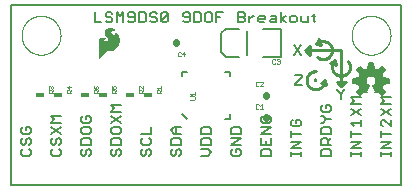
<source format=gto>
G75*
%MOIN*%
%OFA0B0*%
%FSLAX25Y25*%
%IPPOS*%
%LPD*%
%AMOC8*
5,1,8,0,0,1.08239X$1,22.5*
%
%ADD10C,0.00800*%
%ADD11C,0.00600*%
%ADD12C,0.00700*%
%ADD13C,0.01000*%
%ADD14C,0.00500*%
%ADD15C,0.00100*%
%ADD16C,0.02200*%
%ADD17R,0.03000X0.01800*%
%ADD18C,0.00000*%
%ADD19C,0.00591*%
%ADD20C,0.00001*%
D10*
X0002250Y0010500D02*
X0132250Y0010500D01*
X0132250Y0070500D01*
X0002250Y0070500D01*
X0002250Y0010500D01*
X0072407Y0054850D02*
X0073982Y0053276D01*
X0078313Y0053276D01*
X0072407Y0054850D02*
X0072407Y0061150D01*
X0073982Y0062724D01*
X0078313Y0062724D01*
X0086187Y0062724D02*
X0092093Y0062724D01*
X0092093Y0053276D01*
X0086187Y0053276D01*
D11*
X0096550Y0053800D02*
X0098819Y0057203D01*
X0096550Y0057203D02*
X0098819Y0053800D01*
X0099135Y0047203D02*
X0096867Y0047203D01*
X0099135Y0047203D02*
X0099135Y0046636D01*
X0096867Y0044367D01*
X0096867Y0043800D01*
X0099135Y0043800D01*
X0111050Y0042703D02*
X0111050Y0042136D01*
X0112184Y0041001D01*
X0112184Y0039300D01*
X0112184Y0041001D02*
X0113319Y0042136D01*
X0113319Y0042703D01*
X0115547Y0039757D02*
X0118950Y0039757D01*
X0116681Y0038622D02*
X0115547Y0039757D01*
X0116681Y0038622D02*
X0115547Y0037488D01*
X0118950Y0037488D01*
X0118950Y0036073D02*
X0115547Y0033805D01*
X0115547Y0036073D02*
X0118950Y0033805D01*
X0118950Y0032390D02*
X0118950Y0030122D01*
X0118950Y0031256D02*
X0115547Y0031256D01*
X0116681Y0030122D01*
X0115547Y0028707D02*
X0115547Y0026439D01*
X0115547Y0027573D02*
X0118950Y0027573D01*
X0118950Y0025024D02*
X0115547Y0025024D01*
X0115547Y0022755D02*
X0118950Y0025024D01*
X0118950Y0022755D02*
X0115547Y0022755D01*
X0115547Y0021434D02*
X0115547Y0020300D01*
X0115547Y0020867D02*
X0118950Y0020867D01*
X0118950Y0020300D02*
X0118950Y0021434D01*
X0125547Y0021434D02*
X0125547Y0020300D01*
X0125547Y0020867D02*
X0128950Y0020867D01*
X0128950Y0020300D02*
X0128950Y0021434D01*
X0128950Y0022755D02*
X0125547Y0022755D01*
X0128950Y0025024D01*
X0125547Y0025024D01*
X0125547Y0026439D02*
X0125547Y0028707D01*
X0125547Y0027573D02*
X0128950Y0027573D01*
X0128950Y0030122D02*
X0126681Y0032390D01*
X0126114Y0032390D01*
X0125547Y0031823D01*
X0125547Y0030689D01*
X0126114Y0030122D01*
X0128950Y0030122D02*
X0128950Y0032390D01*
X0128950Y0033805D02*
X0125547Y0036073D01*
X0125547Y0037488D02*
X0126681Y0038622D01*
X0125547Y0039757D01*
X0128950Y0039757D01*
X0128950Y0037488D02*
X0125547Y0037488D01*
X0125547Y0033805D02*
X0128950Y0036073D01*
X0108950Y0035600D02*
X0108950Y0036734D01*
X0108383Y0037301D01*
X0107249Y0037301D01*
X0107249Y0036167D01*
X0108383Y0035033D02*
X0106114Y0035033D01*
X0105547Y0035600D01*
X0105547Y0036734D01*
X0106114Y0037301D01*
X0108383Y0035033D02*
X0108950Y0035600D01*
X0106114Y0033618D02*
X0105547Y0033618D01*
X0106114Y0033618D02*
X0107249Y0032484D01*
X0108950Y0032484D01*
X0107249Y0032484D02*
X0106114Y0031349D01*
X0105547Y0031349D01*
X0106114Y0029935D02*
X0105547Y0029368D01*
X0105547Y0027666D01*
X0108950Y0027666D01*
X0108950Y0029368D01*
X0108383Y0029935D01*
X0106114Y0029935D01*
X0106114Y0026252D02*
X0107249Y0026252D01*
X0107816Y0025685D01*
X0107816Y0023983D01*
X0108950Y0023983D02*
X0105547Y0023983D01*
X0105547Y0025685D01*
X0106114Y0026252D01*
X0107816Y0025117D02*
X0108950Y0026252D01*
X0108383Y0022569D02*
X0106114Y0022569D01*
X0105547Y0022001D01*
X0105547Y0020300D01*
X0108950Y0020300D01*
X0108950Y0022001D01*
X0108383Y0022569D01*
X0098950Y0022755D02*
X0095547Y0022755D01*
X0098950Y0025024D01*
X0095547Y0025024D01*
X0095547Y0026439D02*
X0095547Y0028707D01*
X0095547Y0027573D02*
X0098950Y0027573D01*
X0098383Y0030122D02*
X0096114Y0030122D01*
X0095547Y0030689D01*
X0095547Y0031823D01*
X0096114Y0032390D01*
X0097249Y0032390D02*
X0097249Y0031256D01*
X0098383Y0030122D02*
X0098950Y0030689D01*
X0098950Y0031823D01*
X0098383Y0032390D01*
X0097249Y0032390D01*
X0088950Y0031917D02*
X0088950Y0033051D01*
X0088383Y0033618D01*
X0087249Y0033618D01*
X0087249Y0032484D01*
X0088383Y0031349D02*
X0086114Y0031349D01*
X0085547Y0031917D01*
X0085547Y0033051D01*
X0086114Y0033618D01*
X0088383Y0031349D02*
X0088950Y0031917D01*
X0088950Y0029935D02*
X0085547Y0029935D01*
X0085547Y0027666D02*
X0088950Y0029935D01*
X0088950Y0027666D02*
X0085547Y0027666D01*
X0085547Y0026252D02*
X0085547Y0023983D01*
X0088950Y0023983D01*
X0088950Y0026252D01*
X0087249Y0025117D02*
X0087249Y0023983D01*
X0088383Y0022569D02*
X0086114Y0022569D01*
X0085547Y0022001D01*
X0085547Y0020300D01*
X0088950Y0020300D01*
X0088950Y0022001D01*
X0088383Y0022569D01*
X0095547Y0021434D02*
X0095547Y0020300D01*
X0095547Y0020867D02*
X0098950Y0020867D01*
X0098950Y0020300D02*
X0098950Y0021434D01*
X0078950Y0020867D02*
X0078950Y0022001D01*
X0078383Y0022569D01*
X0077249Y0022569D01*
X0077249Y0021434D01*
X0076114Y0020300D02*
X0075547Y0020867D01*
X0075547Y0022001D01*
X0076114Y0022569D01*
X0075547Y0023983D02*
X0078950Y0026252D01*
X0075547Y0026252D01*
X0075547Y0027666D02*
X0075547Y0029368D01*
X0076114Y0029935D01*
X0078383Y0029935D01*
X0078950Y0029368D01*
X0078950Y0027666D01*
X0075547Y0027666D01*
X0068950Y0027666D02*
X0068950Y0029368D01*
X0068383Y0029935D01*
X0066114Y0029935D01*
X0065547Y0029368D01*
X0065547Y0027666D01*
X0068950Y0027666D01*
X0068383Y0026252D02*
X0066114Y0026252D01*
X0065547Y0025685D01*
X0065547Y0023983D01*
X0068950Y0023983D01*
X0068950Y0025685D01*
X0068383Y0026252D01*
X0067816Y0022569D02*
X0065547Y0022569D01*
X0067816Y0022569D02*
X0068950Y0021434D01*
X0067816Y0020300D01*
X0065547Y0020300D01*
X0058950Y0020867D02*
X0058383Y0020300D01*
X0058950Y0020867D02*
X0058950Y0022001D01*
X0058383Y0022569D01*
X0057816Y0022569D01*
X0057249Y0022001D01*
X0057249Y0020867D01*
X0056681Y0020300D01*
X0056114Y0020300D01*
X0055547Y0020867D01*
X0055547Y0022001D01*
X0056114Y0022569D01*
X0055547Y0023983D02*
X0055547Y0025685D01*
X0056114Y0026252D01*
X0058383Y0026252D01*
X0058950Y0025685D01*
X0058950Y0023983D01*
X0055547Y0023983D01*
X0048950Y0024550D02*
X0048950Y0025685D01*
X0048383Y0026252D01*
X0046114Y0026252D02*
X0045547Y0025685D01*
X0045547Y0024550D01*
X0046114Y0023983D01*
X0048383Y0023983D01*
X0048950Y0024550D01*
X0048383Y0022569D02*
X0048950Y0022001D01*
X0048950Y0020867D01*
X0048383Y0020300D01*
X0047249Y0020867D02*
X0047249Y0022001D01*
X0047816Y0022569D01*
X0048383Y0022569D01*
X0046114Y0022569D02*
X0045547Y0022001D01*
X0045547Y0020867D01*
X0046114Y0020300D01*
X0046681Y0020300D01*
X0047249Y0020867D01*
X0038950Y0020867D02*
X0038383Y0020300D01*
X0038950Y0020867D02*
X0038950Y0022001D01*
X0038383Y0022569D01*
X0037816Y0022569D01*
X0037249Y0022001D01*
X0037249Y0020867D01*
X0036681Y0020300D01*
X0036114Y0020300D01*
X0035547Y0020867D01*
X0035547Y0022001D01*
X0036114Y0022569D01*
X0035547Y0023983D02*
X0035547Y0025685D01*
X0036114Y0026252D01*
X0038383Y0026252D01*
X0038950Y0025685D01*
X0038950Y0023983D01*
X0035547Y0023983D01*
X0028950Y0023983D02*
X0028950Y0025685D01*
X0028383Y0026252D01*
X0026114Y0026252D01*
X0025547Y0025685D01*
X0025547Y0023983D01*
X0028950Y0023983D01*
X0028383Y0022569D02*
X0028950Y0022001D01*
X0028950Y0020867D01*
X0028383Y0020300D01*
X0027249Y0020867D02*
X0027249Y0022001D01*
X0027816Y0022569D01*
X0028383Y0022569D01*
X0026114Y0022569D02*
X0025547Y0022001D01*
X0025547Y0020867D01*
X0026114Y0020300D01*
X0026681Y0020300D01*
X0027249Y0020867D01*
X0018950Y0020867D02*
X0018383Y0020300D01*
X0016114Y0020300D01*
X0015547Y0020867D01*
X0015547Y0022001D01*
X0016114Y0022569D01*
X0016114Y0023983D02*
X0016681Y0023983D01*
X0017249Y0024550D01*
X0017249Y0025685D01*
X0017816Y0026252D01*
X0018383Y0026252D01*
X0018950Y0025685D01*
X0018950Y0024550D01*
X0018383Y0023983D01*
X0018383Y0022569D02*
X0018950Y0022001D01*
X0018950Y0020867D01*
X0016114Y0023983D02*
X0015547Y0024550D01*
X0015547Y0025685D01*
X0016114Y0026252D01*
X0015547Y0027666D02*
X0018950Y0029935D01*
X0018950Y0031349D02*
X0015547Y0031349D01*
X0016681Y0032484D01*
X0015547Y0033618D01*
X0018950Y0033618D01*
X0015547Y0029935D02*
X0018950Y0027666D01*
X0025547Y0028233D02*
X0026114Y0027666D01*
X0028383Y0027666D01*
X0028950Y0028233D01*
X0028950Y0029368D01*
X0028383Y0029935D01*
X0026114Y0029935D01*
X0025547Y0029368D01*
X0025547Y0028233D01*
X0026114Y0031349D02*
X0025547Y0031917D01*
X0025547Y0033051D01*
X0026114Y0033618D01*
X0027249Y0033618D02*
X0027249Y0032484D01*
X0028383Y0033618D02*
X0028950Y0033051D01*
X0028950Y0031917D01*
X0028383Y0031349D01*
X0026114Y0031349D01*
X0027249Y0033618D02*
X0028383Y0033618D01*
X0035547Y0033618D02*
X0038950Y0031349D01*
X0038383Y0029935D02*
X0036114Y0029935D01*
X0035547Y0029368D01*
X0035547Y0028233D01*
X0036114Y0027666D01*
X0038383Y0027666D01*
X0038950Y0028233D01*
X0038950Y0029368D01*
X0038383Y0029935D01*
X0035547Y0031349D02*
X0038950Y0033618D01*
X0038950Y0035033D02*
X0035547Y0035033D01*
X0036681Y0036167D01*
X0035547Y0037301D01*
X0038950Y0037301D01*
X0048950Y0029935D02*
X0048950Y0027666D01*
X0045547Y0027666D01*
X0055547Y0028801D02*
X0056681Y0029935D01*
X0058950Y0029935D01*
X0057249Y0029935D02*
X0057249Y0027666D01*
X0056681Y0027666D02*
X0055547Y0028801D01*
X0056681Y0027666D02*
X0058950Y0027666D01*
X0075547Y0023983D02*
X0078950Y0023983D01*
X0078950Y0020867D02*
X0078383Y0020300D01*
X0076114Y0020300D01*
X0008950Y0020867D02*
X0008383Y0020300D01*
X0006114Y0020300D01*
X0005547Y0020867D01*
X0005547Y0022001D01*
X0006114Y0022569D01*
X0006114Y0023983D02*
X0006681Y0023983D01*
X0007249Y0024550D01*
X0007249Y0025685D01*
X0007816Y0026252D01*
X0008383Y0026252D01*
X0008950Y0025685D01*
X0008950Y0024550D01*
X0008383Y0023983D01*
X0008383Y0022569D02*
X0008950Y0022001D01*
X0008950Y0020867D01*
X0006114Y0023983D02*
X0005547Y0024550D01*
X0005547Y0025685D01*
X0006114Y0026252D01*
X0006114Y0027666D02*
X0008383Y0027666D01*
X0008950Y0028233D01*
X0008950Y0029368D01*
X0008383Y0029935D01*
X0007249Y0029935D01*
X0007249Y0028801D01*
X0006114Y0029935D02*
X0005547Y0029368D01*
X0005547Y0028233D01*
X0006114Y0027666D01*
X0030105Y0064800D02*
X0032373Y0064800D01*
X0033788Y0065367D02*
X0034355Y0064800D01*
X0035489Y0064800D01*
X0036056Y0065367D01*
X0036056Y0065934D01*
X0035489Y0066501D01*
X0034355Y0066501D01*
X0033788Y0067069D01*
X0033788Y0067636D01*
X0034355Y0068203D01*
X0035489Y0068203D01*
X0036056Y0067636D01*
X0037471Y0068203D02*
X0038605Y0067069D01*
X0039740Y0068203D01*
X0039740Y0064800D01*
X0041154Y0065367D02*
X0041721Y0064800D01*
X0042856Y0064800D01*
X0043423Y0065367D01*
X0043423Y0067636D01*
X0042856Y0068203D01*
X0041721Y0068203D01*
X0041154Y0067636D01*
X0041154Y0067069D01*
X0041721Y0066501D01*
X0043423Y0066501D01*
X0044837Y0064800D02*
X0046539Y0064800D01*
X0047106Y0065367D01*
X0047106Y0067636D01*
X0046539Y0068203D01*
X0044837Y0068203D01*
X0044837Y0064800D01*
X0048520Y0065367D02*
X0049088Y0064800D01*
X0050222Y0064800D01*
X0050789Y0065367D01*
X0050789Y0065934D01*
X0050222Y0066501D01*
X0049088Y0066501D01*
X0048520Y0067069D01*
X0048520Y0067636D01*
X0049088Y0068203D01*
X0050222Y0068203D01*
X0050789Y0067636D01*
X0052204Y0067636D02*
X0052771Y0068203D01*
X0053905Y0068203D01*
X0054472Y0067636D01*
X0052204Y0065367D01*
X0052771Y0064800D01*
X0053905Y0064800D01*
X0054472Y0065367D01*
X0054472Y0067636D01*
X0052204Y0067636D02*
X0052204Y0065367D01*
X0059570Y0065367D02*
X0060137Y0064800D01*
X0061271Y0064800D01*
X0061838Y0065367D01*
X0061838Y0067636D01*
X0061271Y0068203D01*
X0060137Y0068203D01*
X0059570Y0067636D01*
X0059570Y0067069D01*
X0060137Y0066501D01*
X0061838Y0066501D01*
X0063253Y0064800D02*
X0064954Y0064800D01*
X0065522Y0065367D01*
X0065522Y0067636D01*
X0064954Y0068203D01*
X0063253Y0068203D01*
X0063253Y0064800D01*
X0066936Y0065367D02*
X0066936Y0067636D01*
X0067503Y0068203D01*
X0068638Y0068203D01*
X0069205Y0067636D01*
X0069205Y0065367D01*
X0068638Y0064800D01*
X0067503Y0064800D01*
X0066936Y0065367D01*
X0070619Y0064800D02*
X0070619Y0068203D01*
X0072888Y0068203D01*
X0071754Y0066501D02*
X0070619Y0066501D01*
X0077986Y0066501D02*
X0079687Y0066501D01*
X0080254Y0065934D01*
X0080254Y0065367D01*
X0079687Y0064800D01*
X0077986Y0064800D01*
X0077986Y0068203D01*
X0079687Y0068203D01*
X0080254Y0067636D01*
X0080254Y0067069D01*
X0079687Y0066501D01*
X0081669Y0065934D02*
X0082803Y0067069D01*
X0083370Y0067069D01*
X0084738Y0066501D02*
X0085305Y0067069D01*
X0086439Y0067069D01*
X0087007Y0066501D01*
X0087007Y0065934D01*
X0084738Y0065934D01*
X0084738Y0065367D02*
X0084738Y0066501D01*
X0084738Y0065367D02*
X0085305Y0064800D01*
X0086439Y0064800D01*
X0088421Y0065367D02*
X0088988Y0065934D01*
X0090690Y0065934D01*
X0090690Y0066501D02*
X0090690Y0064800D01*
X0088988Y0064800D01*
X0088421Y0065367D01*
X0090123Y0067069D02*
X0090690Y0066501D01*
X0090123Y0067069D02*
X0088988Y0067069D01*
X0092104Y0068203D02*
X0092104Y0064800D01*
X0092104Y0065934D02*
X0093806Y0067069D01*
X0095174Y0066501D02*
X0095174Y0065367D01*
X0095741Y0064800D01*
X0096875Y0064800D01*
X0097442Y0065367D01*
X0097442Y0066501D01*
X0096875Y0067069D01*
X0095741Y0067069D01*
X0095174Y0066501D01*
X0093806Y0064800D02*
X0092104Y0065934D01*
X0098857Y0065367D02*
X0099424Y0064800D01*
X0101125Y0064800D01*
X0101125Y0067069D01*
X0102540Y0067069D02*
X0103674Y0067069D01*
X0103107Y0067636D02*
X0103107Y0065367D01*
X0103674Y0064800D01*
X0098857Y0065367D02*
X0098857Y0067069D01*
X0081669Y0067069D02*
X0081669Y0064800D01*
X0037471Y0064800D02*
X0037471Y0068203D01*
X0030105Y0068203D02*
X0030105Y0064800D01*
D12*
X0103500Y0045500D02*
X0103502Y0045531D01*
X0103508Y0045562D01*
X0103518Y0045592D01*
X0103531Y0045620D01*
X0103548Y0045647D01*
X0103568Y0045671D01*
X0103591Y0045693D01*
X0103616Y0045711D01*
X0103644Y0045726D01*
X0103673Y0045738D01*
X0103703Y0045746D01*
X0103734Y0045750D01*
X0103766Y0045750D01*
X0103797Y0045746D01*
X0103827Y0045738D01*
X0103856Y0045726D01*
X0103884Y0045711D01*
X0103909Y0045693D01*
X0103932Y0045671D01*
X0103952Y0045647D01*
X0103969Y0045620D01*
X0103982Y0045592D01*
X0103992Y0045562D01*
X0103998Y0045531D01*
X0104000Y0045500D01*
X0103998Y0045469D01*
X0103992Y0045438D01*
X0103982Y0045408D01*
X0103969Y0045380D01*
X0103952Y0045353D01*
X0103932Y0045329D01*
X0103909Y0045307D01*
X0103884Y0045289D01*
X0103856Y0045274D01*
X0103827Y0045262D01*
X0103797Y0045254D01*
X0103766Y0045250D01*
X0103734Y0045250D01*
X0103703Y0045254D01*
X0103673Y0045262D01*
X0103644Y0045274D01*
X0103616Y0045289D01*
X0103591Y0045307D01*
X0103568Y0045329D01*
X0103548Y0045353D01*
X0103531Y0045380D01*
X0103518Y0045408D01*
X0103508Y0045438D01*
X0103502Y0045469D01*
X0103500Y0045500D01*
D13*
X0103750Y0048500D02*
X0103641Y0048498D01*
X0103533Y0048492D01*
X0103424Y0048482D01*
X0103317Y0048469D01*
X0103209Y0048451D01*
X0103103Y0048429D01*
X0102997Y0048404D01*
X0102892Y0048375D01*
X0102789Y0048342D01*
X0102686Y0048305D01*
X0102585Y0048265D01*
X0102486Y0048221D01*
X0102388Y0048173D01*
X0102292Y0048122D01*
X0102198Y0048067D01*
X0102106Y0048009D01*
X0102016Y0047948D01*
X0101929Y0047884D01*
X0101843Y0047816D01*
X0101761Y0047746D01*
X0101681Y0047672D01*
X0101603Y0047596D01*
X0101529Y0047516D01*
X0101457Y0047435D01*
X0101388Y0047350D01*
X0101323Y0047263D01*
X0101261Y0047174D01*
X0101202Y0047083D01*
X0101146Y0046990D01*
X0101094Y0046894D01*
X0101045Y0046797D01*
X0101000Y0046698D01*
X0100958Y0046598D01*
X0100920Y0046496D01*
X0100886Y0046393D01*
X0100855Y0046288D01*
X0100829Y0046183D01*
X0100806Y0046076D01*
X0100787Y0045969D01*
X0100772Y0045862D01*
X0100761Y0045753D01*
X0100754Y0045645D01*
X0100750Y0045536D01*
X0100751Y0045428D01*
X0100755Y0045319D01*
X0100764Y0045210D01*
X0100776Y0045102D01*
X0100793Y0044995D01*
X0100813Y0044888D01*
X0100837Y0044782D01*
X0100865Y0044677D01*
X0100897Y0044573D01*
X0100932Y0044470D01*
X0100971Y0044369D01*
X0101014Y0044269D01*
X0101061Y0044170D01*
X0101111Y0044074D01*
X0101164Y0043979D01*
X0101221Y0043886D01*
X0101281Y0043796D01*
X0101344Y0043707D01*
X0101411Y0043621D01*
X0101481Y0043538D01*
X0101553Y0043457D01*
X0101629Y0043379D01*
X0101707Y0043303D01*
X0101788Y0043231D01*
X0101871Y0043161D01*
X0101957Y0043094D01*
X0102046Y0043031D01*
X0102136Y0042971D01*
X0102229Y0042914D01*
X0102324Y0042861D01*
X0102420Y0042811D01*
X0102519Y0042764D01*
X0102619Y0042721D01*
X0102720Y0042682D01*
X0102823Y0042647D01*
X0102927Y0042615D01*
X0103032Y0042587D01*
X0103138Y0042563D01*
X0103245Y0042543D01*
X0103352Y0042526D01*
X0103460Y0042514D01*
X0103569Y0042505D01*
X0103678Y0042501D01*
X0103786Y0042500D01*
X0103895Y0042504D01*
X0104003Y0042511D01*
X0104112Y0042522D01*
X0104219Y0042537D01*
X0104326Y0042556D01*
X0104433Y0042579D01*
X0104538Y0042605D01*
X0104643Y0042636D01*
X0104746Y0042670D01*
X0104848Y0042708D01*
X0104948Y0042750D01*
X0105047Y0042795D01*
X0105144Y0042844D01*
X0105240Y0042896D01*
X0105333Y0042952D01*
X0105424Y0043011D01*
X0105513Y0043073D01*
X0105600Y0043138D01*
X0105685Y0043207D01*
X0105766Y0043279D01*
X0105846Y0043353D01*
X0105922Y0043431D01*
X0105996Y0043511D01*
X0106066Y0043593D01*
X0106134Y0043679D01*
X0106198Y0043766D01*
X0106259Y0043856D01*
X0106317Y0043948D01*
X0106372Y0044042D01*
X0106423Y0044138D01*
X0106471Y0044236D01*
X0106515Y0044335D01*
X0106555Y0044436D01*
X0106592Y0044539D01*
X0106625Y0044642D01*
X0106654Y0044747D01*
X0106679Y0044853D01*
X0106701Y0044959D01*
X0106719Y0045067D01*
X0106732Y0045174D01*
X0106742Y0045283D01*
X0106748Y0045391D01*
X0106750Y0045500D01*
X0107250Y0043800D01*
X0105450Y0044600D01*
X0106750Y0045500D01*
X0106350Y0044600D02*
X0106650Y0044200D01*
X0110750Y0045000D02*
X0112250Y0043500D01*
X0113750Y0045000D01*
X0110750Y0045000D01*
X0112250Y0043500D02*
X0112250Y0055500D01*
X0100250Y0055500D01*
X0101750Y0054000D01*
X0101750Y0057000D01*
X0100250Y0055500D01*
X0104060Y0057550D02*
X0104856Y0059133D01*
X0105624Y0057319D01*
X0104060Y0057550D01*
X0104967Y0057934D02*
X0105021Y0058431D01*
X0104060Y0057550D02*
X0104135Y0057628D01*
X0104214Y0057703D01*
X0104295Y0057775D01*
X0104379Y0057845D01*
X0104465Y0057911D01*
X0104553Y0057974D01*
X0104644Y0058034D01*
X0104737Y0058091D01*
X0104832Y0058144D01*
X0104929Y0058193D01*
X0105027Y0058239D01*
X0105127Y0058282D01*
X0105229Y0058321D01*
X0105332Y0058356D01*
X0105436Y0058387D01*
X0105541Y0058415D01*
X0105647Y0058439D01*
X0105754Y0058459D01*
X0105862Y0058475D01*
X0105970Y0058487D01*
X0106078Y0058495D01*
X0106187Y0058499D01*
X0106296Y0058500D01*
X0106404Y0058496D01*
X0106513Y0058488D01*
X0106621Y0058477D01*
X0106728Y0058462D01*
X0106835Y0058442D01*
X0106942Y0058419D01*
X0107047Y0058392D01*
X0107151Y0058361D01*
X0107254Y0058327D01*
X0107356Y0058289D01*
X0107457Y0058247D01*
X0107555Y0058201D01*
X0107652Y0058152D01*
X0107748Y0058099D01*
X0107841Y0058044D01*
X0107932Y0057984D01*
X0108021Y0057922D01*
X0108107Y0057856D01*
X0108192Y0057787D01*
X0108273Y0057715D01*
X0108352Y0057640D01*
X0108428Y0057563D01*
X0108502Y0057482D01*
X0108572Y0057400D01*
X0108639Y0057314D01*
X0108704Y0057226D01*
X0108764Y0057136D01*
X0108822Y0057044D01*
X0108876Y0056950D01*
X0108927Y0056854D01*
X0108975Y0056756D01*
X0109018Y0056656D01*
X0109058Y0056555D01*
X0109095Y0056453D01*
X0109127Y0056349D01*
X0109156Y0056244D01*
X0109181Y0056138D01*
X0109203Y0056032D01*
X0109220Y0055924D01*
X0109233Y0055816D01*
X0109243Y0055708D01*
X0109248Y0055599D01*
X0109250Y0055491D01*
X0109248Y0055382D01*
X0109241Y0055273D01*
X0109231Y0055165D01*
X0109217Y0055057D01*
X0109199Y0054950D01*
X0109177Y0054844D01*
X0109152Y0054738D01*
X0109122Y0054633D01*
X0109089Y0054530D01*
X0109052Y0054428D01*
X0109011Y0054327D01*
X0108967Y0054227D01*
X0108919Y0054130D01*
X0108867Y0054034D01*
X0108813Y0053940D01*
X0108754Y0053848D01*
X0108693Y0053759D01*
X0108628Y0053671D01*
X0108560Y0053586D01*
X0108489Y0053504D01*
X0108416Y0053424D01*
X0108339Y0053347D01*
X0108259Y0053272D01*
X0108177Y0053201D01*
X0108093Y0053133D01*
X0108006Y0053068D01*
X0107917Y0053005D01*
X0107825Y0052947D01*
X0107731Y0052891D01*
X0107636Y0052839D01*
X0107539Y0052791D01*
X0107440Y0052746D01*
X0107339Y0052705D01*
X0107237Y0052667D01*
X0107134Y0052633D01*
X0107029Y0052603D01*
X0106924Y0052577D01*
X0106817Y0052554D01*
X0106710Y0052535D01*
X0106602Y0052521D01*
X0106494Y0052510D01*
X0106386Y0052503D01*
X0106277Y0052500D01*
X0106168Y0052501D01*
X0106060Y0052506D01*
X0105951Y0052515D01*
X0105843Y0052528D01*
X0105736Y0052544D01*
X0105629Y0052565D01*
X0105523Y0052589D01*
X0105418Y0052618D01*
X0105314Y0052650D01*
X0105211Y0052685D01*
X0105110Y0052725D01*
X0105010Y0052768D01*
X0104912Y0052815D01*
X0104816Y0052865D01*
X0104721Y0052919D01*
X0104629Y0052976D01*
X0104538Y0053036D01*
X0104450Y0053100D01*
X0104364Y0053167D01*
X0104281Y0053237D01*
X0104200Y0053310D01*
X0108617Y0051394D02*
X0110200Y0052190D01*
X0110431Y0050626D01*
X0108617Y0051394D01*
X0109319Y0050729D02*
X0109816Y0050783D01*
X0110200Y0052190D02*
X0110122Y0052115D01*
X0110047Y0052036D01*
X0109975Y0051955D01*
X0109905Y0051871D01*
X0109839Y0051785D01*
X0109776Y0051697D01*
X0109716Y0051606D01*
X0109659Y0051513D01*
X0109606Y0051418D01*
X0109557Y0051321D01*
X0109511Y0051223D01*
X0109468Y0051123D01*
X0109429Y0051021D01*
X0109394Y0050918D01*
X0109363Y0050814D01*
X0109335Y0050709D01*
X0109311Y0050603D01*
X0109291Y0050496D01*
X0109275Y0050388D01*
X0109263Y0050280D01*
X0109255Y0050172D01*
X0109251Y0050063D01*
X0109250Y0049954D01*
X0109254Y0049846D01*
X0109262Y0049737D01*
X0109273Y0049629D01*
X0109288Y0049522D01*
X0109308Y0049415D01*
X0109331Y0049308D01*
X0109358Y0049203D01*
X0109389Y0049099D01*
X0109423Y0048996D01*
X0109461Y0048894D01*
X0109503Y0048793D01*
X0109549Y0048695D01*
X0109598Y0048598D01*
X0109651Y0048502D01*
X0109706Y0048409D01*
X0109766Y0048318D01*
X0109828Y0048229D01*
X0109894Y0048143D01*
X0109963Y0048058D01*
X0110035Y0047977D01*
X0110110Y0047898D01*
X0110187Y0047822D01*
X0110268Y0047748D01*
X0110350Y0047678D01*
X0110436Y0047611D01*
X0110524Y0047546D01*
X0110614Y0047486D01*
X0110706Y0047428D01*
X0110800Y0047374D01*
X0110896Y0047323D01*
X0110994Y0047275D01*
X0111094Y0047232D01*
X0111195Y0047192D01*
X0111297Y0047155D01*
X0111401Y0047123D01*
X0111506Y0047094D01*
X0111612Y0047069D01*
X0111718Y0047047D01*
X0111826Y0047030D01*
X0111934Y0047017D01*
X0112042Y0047007D01*
X0112151Y0047002D01*
X0112259Y0047000D01*
X0112368Y0047002D01*
X0112477Y0047009D01*
X0112585Y0047019D01*
X0112693Y0047033D01*
X0112800Y0047051D01*
X0112906Y0047073D01*
X0113012Y0047098D01*
X0113117Y0047128D01*
X0113220Y0047161D01*
X0113322Y0047198D01*
X0113423Y0047239D01*
X0113523Y0047283D01*
X0113620Y0047331D01*
X0113716Y0047383D01*
X0113810Y0047437D01*
X0113902Y0047496D01*
X0113991Y0047557D01*
X0114079Y0047622D01*
X0114164Y0047690D01*
X0114246Y0047761D01*
X0114326Y0047834D01*
X0114403Y0047911D01*
X0114478Y0047991D01*
X0114549Y0048073D01*
X0114617Y0048157D01*
X0114682Y0048244D01*
X0114745Y0048333D01*
X0114803Y0048425D01*
X0114859Y0048519D01*
X0114911Y0048614D01*
X0114959Y0048711D01*
X0115004Y0048810D01*
X0115045Y0048911D01*
X0115083Y0049013D01*
X0115117Y0049116D01*
X0115147Y0049221D01*
X0115173Y0049326D01*
X0115196Y0049433D01*
X0115215Y0049540D01*
X0115229Y0049648D01*
X0115240Y0049756D01*
X0115247Y0049864D01*
X0115250Y0049973D01*
X0115249Y0050082D01*
X0115244Y0050190D01*
X0115235Y0050299D01*
X0115222Y0050407D01*
X0115206Y0050514D01*
X0115185Y0050621D01*
X0115161Y0050727D01*
X0115132Y0050832D01*
X0115100Y0050936D01*
X0115065Y0051039D01*
X0115025Y0051140D01*
X0114982Y0051240D01*
X0114935Y0051338D01*
X0114885Y0051434D01*
X0114831Y0051529D01*
X0114774Y0051621D01*
X0114714Y0051712D01*
X0114650Y0051800D01*
X0114583Y0051886D01*
X0114513Y0051969D01*
X0114440Y0052050D01*
D14*
X0110177Y0050984D02*
X0109835Y0051349D01*
X0106750Y0045000D02*
X0106250Y0045000D01*
X0104766Y0057573D02*
X0104401Y0057915D01*
X0080750Y0054000D02*
X0080750Y0062000D01*
X0075124Y0048374D02*
X0073549Y0048374D01*
X0075124Y0048374D02*
X0075124Y0046799D01*
X0060951Y0048374D02*
X0059376Y0048374D01*
X0059376Y0046799D01*
X0059376Y0034201D02*
X0060951Y0032626D01*
X0073549Y0032626D02*
X0075124Y0032626D01*
X0075124Y0034201D01*
D15*
X0083800Y0036300D02*
X0084050Y0036050D01*
X0084551Y0036050D01*
X0084801Y0036300D01*
X0085273Y0036050D02*
X0086274Y0036050D01*
X0085774Y0036050D02*
X0085774Y0037551D01*
X0085273Y0037051D01*
X0084801Y0037301D02*
X0084551Y0037551D01*
X0084050Y0037551D01*
X0083800Y0037301D01*
X0083800Y0036300D01*
X0084050Y0043550D02*
X0084551Y0043550D01*
X0084801Y0043800D01*
X0085273Y0043550D02*
X0086274Y0044551D01*
X0086274Y0044801D01*
X0086024Y0045051D01*
X0085523Y0045051D01*
X0085273Y0044801D01*
X0084801Y0044801D02*
X0084551Y0045051D01*
X0084050Y0045051D01*
X0083800Y0044801D01*
X0083800Y0043800D01*
X0084050Y0043550D01*
X0085273Y0043550D02*
X0086274Y0043550D01*
X0089604Y0051013D02*
X0089353Y0051263D01*
X0089353Y0052264D01*
X0089604Y0052514D01*
X0090104Y0052514D01*
X0090354Y0052264D01*
X0090827Y0052264D02*
X0091077Y0052514D01*
X0091577Y0052514D01*
X0091828Y0052264D01*
X0091828Y0052014D01*
X0091577Y0051764D01*
X0091828Y0051513D01*
X0091828Y0051263D01*
X0091577Y0051013D01*
X0091077Y0051013D01*
X0090827Y0051263D01*
X0090354Y0051263D02*
X0090104Y0051013D01*
X0089604Y0051013D01*
X0091327Y0051764D02*
X0091577Y0051764D01*
X0063500Y0041551D02*
X0063500Y0040550D01*
X0063500Y0041050D02*
X0061999Y0041050D01*
X0062499Y0040550D01*
X0061999Y0040078D02*
X0063250Y0040078D01*
X0063500Y0039827D01*
X0063500Y0039327D01*
X0063250Y0039077D01*
X0061999Y0039077D01*
X0052300Y0041103D02*
X0050799Y0041103D01*
X0050799Y0041854D01*
X0051049Y0042104D01*
X0051549Y0042104D01*
X0051800Y0041854D01*
X0051800Y0041103D01*
X0051800Y0041604D02*
X0052300Y0042104D01*
X0052300Y0042577D02*
X0052300Y0043578D01*
X0052300Y0043077D02*
X0050799Y0043077D01*
X0051299Y0042577D01*
X0046300Y0042577D02*
X0045299Y0043578D01*
X0045049Y0043578D01*
X0044799Y0043327D01*
X0044799Y0042827D01*
X0045049Y0042577D01*
X0045049Y0042104D02*
X0045549Y0042104D01*
X0045800Y0041854D01*
X0045800Y0041103D01*
X0046300Y0041103D02*
X0044799Y0041103D01*
X0044799Y0041854D01*
X0045049Y0042104D01*
X0045800Y0041604D02*
X0046300Y0042104D01*
X0046300Y0042577D02*
X0046300Y0043578D01*
X0037300Y0043327D02*
X0037300Y0042827D01*
X0037050Y0042577D01*
X0036549Y0042577D02*
X0036299Y0043077D01*
X0036299Y0043327D01*
X0036549Y0043578D01*
X0037050Y0043578D01*
X0037300Y0043327D01*
X0036549Y0042577D02*
X0035799Y0042577D01*
X0035799Y0043578D01*
X0036049Y0042104D02*
X0036549Y0042104D01*
X0036800Y0041854D01*
X0036800Y0041103D01*
X0037300Y0041103D02*
X0035799Y0041103D01*
X0035799Y0041854D01*
X0036049Y0042104D01*
X0036800Y0041604D02*
X0037300Y0042104D01*
X0031300Y0042104D02*
X0030800Y0041604D01*
X0030800Y0041854D02*
X0030800Y0041103D01*
X0031300Y0041103D02*
X0029799Y0041103D01*
X0029799Y0041854D01*
X0030049Y0042104D01*
X0030549Y0042104D01*
X0030800Y0041854D01*
X0031050Y0042577D02*
X0031300Y0042827D01*
X0031300Y0043327D01*
X0031050Y0043578D01*
X0030800Y0043578D01*
X0030549Y0043327D01*
X0030549Y0042577D01*
X0031050Y0042577D01*
X0030549Y0042577D02*
X0030049Y0043077D01*
X0029799Y0043578D01*
X0022300Y0043327D02*
X0020799Y0043327D01*
X0021549Y0042577D01*
X0021549Y0043578D01*
X0021549Y0042104D02*
X0021800Y0041854D01*
X0021800Y0041103D01*
X0022300Y0041103D02*
X0020799Y0041103D01*
X0020799Y0041854D01*
X0021049Y0042104D01*
X0021549Y0042104D01*
X0021800Y0041604D02*
X0022300Y0042104D01*
X0016300Y0042104D02*
X0015800Y0041604D01*
X0015800Y0041854D02*
X0015800Y0041103D01*
X0016300Y0041103D02*
X0014799Y0041103D01*
X0014799Y0041854D01*
X0015049Y0042104D01*
X0015549Y0042104D01*
X0015800Y0041854D01*
X0016050Y0042577D02*
X0016300Y0042827D01*
X0016300Y0043327D01*
X0016050Y0043578D01*
X0015800Y0043578D01*
X0015549Y0043327D01*
X0015549Y0043077D01*
X0015549Y0043327D02*
X0015299Y0043578D01*
X0015049Y0043578D01*
X0014799Y0043327D01*
X0014799Y0042827D01*
X0015049Y0042577D01*
X0057853Y0053700D02*
X0058104Y0053450D01*
X0058604Y0053450D01*
X0058854Y0053700D01*
X0059327Y0054201D02*
X0060328Y0054201D01*
X0060077Y0054951D02*
X0060077Y0053450D01*
X0059327Y0054201D02*
X0060077Y0054951D01*
X0058854Y0054701D02*
X0058604Y0054951D01*
X0058104Y0054951D01*
X0057853Y0054701D01*
X0057853Y0053700D01*
D16*
X0057250Y0057880D02*
X0057250Y0058120D01*
X0087250Y0040620D02*
X0087250Y0040380D01*
X0087250Y0033120D02*
X0087250Y0032880D01*
D17*
X0047750Y0040500D03*
X0041750Y0040500D03*
X0032750Y0040500D03*
X0026750Y0040500D03*
X0017750Y0040500D03*
X0011750Y0040500D03*
D18*
X0031510Y0052878D02*
X0031510Y0052917D01*
X0031589Y0052996D01*
X0031707Y0053114D01*
X0031825Y0053311D01*
X0032022Y0053508D01*
X0032219Y0053744D01*
X0032455Y0053980D01*
X0032691Y0054217D01*
X0032927Y0054492D01*
X0033163Y0054768D01*
X0033360Y0054965D01*
X0033557Y0055161D01*
X0033754Y0055280D01*
X0033951Y0055398D01*
X0034187Y0055437D01*
X0034935Y0055437D01*
X0035407Y0055516D01*
X0035841Y0055634D01*
X0036234Y0055791D01*
X0036628Y0056028D01*
X0036943Y0056303D01*
X0037258Y0056618D01*
X0037533Y0056972D01*
X0037927Y0057681D01*
X0038124Y0058429D01*
X0038163Y0059098D01*
X0038045Y0059728D01*
X0037848Y0060319D01*
X0037573Y0060752D01*
X0037258Y0061106D01*
X0036943Y0061303D01*
X0036943Y0061264D01*
X0036943Y0060949D01*
X0036904Y0060831D01*
X0036864Y0060752D01*
X0036746Y0060634D01*
X0036628Y0060594D01*
X0036510Y0060594D01*
X0036352Y0060634D01*
X0036195Y0060673D01*
X0036037Y0060752D01*
X0035919Y0060831D01*
X0035762Y0060949D01*
X0035644Y0061067D01*
X0035526Y0061185D01*
X0035447Y0061303D01*
X0035368Y0061421D01*
X0035329Y0061579D01*
X0035329Y0061815D01*
X0035368Y0061933D01*
X0035407Y0062012D01*
X0035486Y0062130D01*
X0035644Y0062248D01*
X0035801Y0062327D01*
X0035998Y0062366D01*
X0036156Y0062406D01*
X0036392Y0062406D01*
X0036470Y0062366D01*
X0036510Y0062366D01*
X0036470Y0062406D01*
X0036313Y0062524D01*
X0036077Y0062642D01*
X0035762Y0062799D01*
X0035407Y0062878D01*
X0035014Y0062878D01*
X0034581Y0062799D01*
X0034148Y0062563D01*
X0033793Y0062287D01*
X0033596Y0061972D01*
X0033478Y0061618D01*
X0033478Y0061303D01*
X0033557Y0060949D01*
X0033754Y0060594D01*
X0034030Y0060280D01*
X0034344Y0059925D01*
X0034620Y0059650D01*
X0034738Y0059335D01*
X0034738Y0059059D01*
X0034659Y0058823D01*
X0034502Y0058626D01*
X0034266Y0058469D01*
X0033951Y0058390D01*
X0033636Y0058390D01*
X0033439Y0058429D01*
X0033242Y0058508D01*
X0033124Y0058626D01*
X0033006Y0058744D01*
X0032927Y0058862D01*
X0032888Y0058980D01*
X0032888Y0059138D01*
X0032927Y0059256D01*
X0033006Y0059335D01*
X0033085Y0059413D01*
X0033163Y0059492D01*
X0033281Y0059531D01*
X0033360Y0059571D01*
X0033439Y0059610D01*
X0033478Y0059650D01*
X0033400Y0059689D01*
X0033321Y0059728D01*
X0032848Y0059728D01*
X0032612Y0059689D01*
X0032415Y0059650D01*
X0032219Y0059571D01*
X0032061Y0059453D01*
X0031864Y0059295D01*
X0031746Y0059098D01*
X0031628Y0058902D01*
X0031549Y0058626D01*
X0031510Y0058311D01*
X0031510Y0052878D01*
X0005750Y0060500D02*
X0005752Y0060661D01*
X0005758Y0060821D01*
X0005768Y0060982D01*
X0005782Y0061142D01*
X0005800Y0061302D01*
X0005821Y0061461D01*
X0005847Y0061620D01*
X0005877Y0061778D01*
X0005910Y0061935D01*
X0005948Y0062092D01*
X0005989Y0062247D01*
X0006034Y0062401D01*
X0006083Y0062554D01*
X0006136Y0062706D01*
X0006192Y0062857D01*
X0006253Y0063006D01*
X0006316Y0063154D01*
X0006384Y0063300D01*
X0006455Y0063444D01*
X0006529Y0063586D01*
X0006607Y0063727D01*
X0006689Y0063865D01*
X0006774Y0064002D01*
X0006862Y0064136D01*
X0006954Y0064268D01*
X0007049Y0064398D01*
X0007147Y0064526D01*
X0007248Y0064651D01*
X0007352Y0064773D01*
X0007459Y0064893D01*
X0007569Y0065010D01*
X0007682Y0065125D01*
X0007798Y0065236D01*
X0007917Y0065345D01*
X0008038Y0065450D01*
X0008162Y0065553D01*
X0008288Y0065653D01*
X0008416Y0065749D01*
X0008547Y0065842D01*
X0008681Y0065932D01*
X0008816Y0066019D01*
X0008954Y0066102D01*
X0009093Y0066182D01*
X0009235Y0066258D01*
X0009378Y0066331D01*
X0009523Y0066400D01*
X0009670Y0066466D01*
X0009818Y0066528D01*
X0009968Y0066586D01*
X0010119Y0066641D01*
X0010272Y0066692D01*
X0010426Y0066739D01*
X0010581Y0066782D01*
X0010737Y0066821D01*
X0010893Y0066857D01*
X0011051Y0066888D01*
X0011209Y0066916D01*
X0011368Y0066940D01*
X0011528Y0066960D01*
X0011688Y0066976D01*
X0011848Y0066988D01*
X0012009Y0066996D01*
X0012170Y0067000D01*
X0012330Y0067000D01*
X0012491Y0066996D01*
X0012652Y0066988D01*
X0012812Y0066976D01*
X0012972Y0066960D01*
X0013132Y0066940D01*
X0013291Y0066916D01*
X0013449Y0066888D01*
X0013607Y0066857D01*
X0013763Y0066821D01*
X0013919Y0066782D01*
X0014074Y0066739D01*
X0014228Y0066692D01*
X0014381Y0066641D01*
X0014532Y0066586D01*
X0014682Y0066528D01*
X0014830Y0066466D01*
X0014977Y0066400D01*
X0015122Y0066331D01*
X0015265Y0066258D01*
X0015407Y0066182D01*
X0015546Y0066102D01*
X0015684Y0066019D01*
X0015819Y0065932D01*
X0015953Y0065842D01*
X0016084Y0065749D01*
X0016212Y0065653D01*
X0016338Y0065553D01*
X0016462Y0065450D01*
X0016583Y0065345D01*
X0016702Y0065236D01*
X0016818Y0065125D01*
X0016931Y0065010D01*
X0017041Y0064893D01*
X0017148Y0064773D01*
X0017252Y0064651D01*
X0017353Y0064526D01*
X0017451Y0064398D01*
X0017546Y0064268D01*
X0017638Y0064136D01*
X0017726Y0064002D01*
X0017811Y0063865D01*
X0017893Y0063727D01*
X0017971Y0063586D01*
X0018045Y0063444D01*
X0018116Y0063300D01*
X0018184Y0063154D01*
X0018247Y0063006D01*
X0018308Y0062857D01*
X0018364Y0062706D01*
X0018417Y0062554D01*
X0018466Y0062401D01*
X0018511Y0062247D01*
X0018552Y0062092D01*
X0018590Y0061935D01*
X0018623Y0061778D01*
X0018653Y0061620D01*
X0018679Y0061461D01*
X0018700Y0061302D01*
X0018718Y0061142D01*
X0018732Y0060982D01*
X0018742Y0060821D01*
X0018748Y0060661D01*
X0018750Y0060500D01*
X0018748Y0060339D01*
X0018742Y0060179D01*
X0018732Y0060018D01*
X0018718Y0059858D01*
X0018700Y0059698D01*
X0018679Y0059539D01*
X0018653Y0059380D01*
X0018623Y0059222D01*
X0018590Y0059065D01*
X0018552Y0058908D01*
X0018511Y0058753D01*
X0018466Y0058599D01*
X0018417Y0058446D01*
X0018364Y0058294D01*
X0018308Y0058143D01*
X0018247Y0057994D01*
X0018184Y0057846D01*
X0018116Y0057700D01*
X0018045Y0057556D01*
X0017971Y0057414D01*
X0017893Y0057273D01*
X0017811Y0057135D01*
X0017726Y0056998D01*
X0017638Y0056864D01*
X0017546Y0056732D01*
X0017451Y0056602D01*
X0017353Y0056474D01*
X0017252Y0056349D01*
X0017148Y0056227D01*
X0017041Y0056107D01*
X0016931Y0055990D01*
X0016818Y0055875D01*
X0016702Y0055764D01*
X0016583Y0055655D01*
X0016462Y0055550D01*
X0016338Y0055447D01*
X0016212Y0055347D01*
X0016084Y0055251D01*
X0015953Y0055158D01*
X0015819Y0055068D01*
X0015684Y0054981D01*
X0015546Y0054898D01*
X0015407Y0054818D01*
X0015265Y0054742D01*
X0015122Y0054669D01*
X0014977Y0054600D01*
X0014830Y0054534D01*
X0014682Y0054472D01*
X0014532Y0054414D01*
X0014381Y0054359D01*
X0014228Y0054308D01*
X0014074Y0054261D01*
X0013919Y0054218D01*
X0013763Y0054179D01*
X0013607Y0054143D01*
X0013449Y0054112D01*
X0013291Y0054084D01*
X0013132Y0054060D01*
X0012972Y0054040D01*
X0012812Y0054024D01*
X0012652Y0054012D01*
X0012491Y0054004D01*
X0012330Y0054000D01*
X0012170Y0054000D01*
X0012009Y0054004D01*
X0011848Y0054012D01*
X0011688Y0054024D01*
X0011528Y0054040D01*
X0011368Y0054060D01*
X0011209Y0054084D01*
X0011051Y0054112D01*
X0010893Y0054143D01*
X0010737Y0054179D01*
X0010581Y0054218D01*
X0010426Y0054261D01*
X0010272Y0054308D01*
X0010119Y0054359D01*
X0009968Y0054414D01*
X0009818Y0054472D01*
X0009670Y0054534D01*
X0009523Y0054600D01*
X0009378Y0054669D01*
X0009235Y0054742D01*
X0009093Y0054818D01*
X0008954Y0054898D01*
X0008816Y0054981D01*
X0008681Y0055068D01*
X0008547Y0055158D01*
X0008416Y0055251D01*
X0008288Y0055347D01*
X0008162Y0055447D01*
X0008038Y0055550D01*
X0007917Y0055655D01*
X0007798Y0055764D01*
X0007682Y0055875D01*
X0007569Y0055990D01*
X0007459Y0056107D01*
X0007352Y0056227D01*
X0007248Y0056349D01*
X0007147Y0056474D01*
X0007049Y0056602D01*
X0006954Y0056732D01*
X0006862Y0056864D01*
X0006774Y0056998D01*
X0006689Y0057135D01*
X0006607Y0057273D01*
X0006529Y0057414D01*
X0006455Y0057556D01*
X0006384Y0057700D01*
X0006316Y0057846D01*
X0006253Y0057994D01*
X0006192Y0058143D01*
X0006136Y0058294D01*
X0006083Y0058446D01*
X0006034Y0058599D01*
X0005989Y0058753D01*
X0005948Y0058908D01*
X0005910Y0059065D01*
X0005877Y0059222D01*
X0005847Y0059380D01*
X0005821Y0059539D01*
X0005800Y0059698D01*
X0005782Y0059858D01*
X0005768Y0060018D01*
X0005758Y0060179D01*
X0005752Y0060339D01*
X0005750Y0060500D01*
X0115750Y0060500D02*
X0115752Y0060661D01*
X0115758Y0060821D01*
X0115768Y0060982D01*
X0115782Y0061142D01*
X0115800Y0061302D01*
X0115821Y0061461D01*
X0115847Y0061620D01*
X0115877Y0061778D01*
X0115910Y0061935D01*
X0115948Y0062092D01*
X0115989Y0062247D01*
X0116034Y0062401D01*
X0116083Y0062554D01*
X0116136Y0062706D01*
X0116192Y0062857D01*
X0116253Y0063006D01*
X0116316Y0063154D01*
X0116384Y0063300D01*
X0116455Y0063444D01*
X0116529Y0063586D01*
X0116607Y0063727D01*
X0116689Y0063865D01*
X0116774Y0064002D01*
X0116862Y0064136D01*
X0116954Y0064268D01*
X0117049Y0064398D01*
X0117147Y0064526D01*
X0117248Y0064651D01*
X0117352Y0064773D01*
X0117459Y0064893D01*
X0117569Y0065010D01*
X0117682Y0065125D01*
X0117798Y0065236D01*
X0117917Y0065345D01*
X0118038Y0065450D01*
X0118162Y0065553D01*
X0118288Y0065653D01*
X0118416Y0065749D01*
X0118547Y0065842D01*
X0118681Y0065932D01*
X0118816Y0066019D01*
X0118954Y0066102D01*
X0119093Y0066182D01*
X0119235Y0066258D01*
X0119378Y0066331D01*
X0119523Y0066400D01*
X0119670Y0066466D01*
X0119818Y0066528D01*
X0119968Y0066586D01*
X0120119Y0066641D01*
X0120272Y0066692D01*
X0120426Y0066739D01*
X0120581Y0066782D01*
X0120737Y0066821D01*
X0120893Y0066857D01*
X0121051Y0066888D01*
X0121209Y0066916D01*
X0121368Y0066940D01*
X0121528Y0066960D01*
X0121688Y0066976D01*
X0121848Y0066988D01*
X0122009Y0066996D01*
X0122170Y0067000D01*
X0122330Y0067000D01*
X0122491Y0066996D01*
X0122652Y0066988D01*
X0122812Y0066976D01*
X0122972Y0066960D01*
X0123132Y0066940D01*
X0123291Y0066916D01*
X0123449Y0066888D01*
X0123607Y0066857D01*
X0123763Y0066821D01*
X0123919Y0066782D01*
X0124074Y0066739D01*
X0124228Y0066692D01*
X0124381Y0066641D01*
X0124532Y0066586D01*
X0124682Y0066528D01*
X0124830Y0066466D01*
X0124977Y0066400D01*
X0125122Y0066331D01*
X0125265Y0066258D01*
X0125407Y0066182D01*
X0125546Y0066102D01*
X0125684Y0066019D01*
X0125819Y0065932D01*
X0125953Y0065842D01*
X0126084Y0065749D01*
X0126212Y0065653D01*
X0126338Y0065553D01*
X0126462Y0065450D01*
X0126583Y0065345D01*
X0126702Y0065236D01*
X0126818Y0065125D01*
X0126931Y0065010D01*
X0127041Y0064893D01*
X0127148Y0064773D01*
X0127252Y0064651D01*
X0127353Y0064526D01*
X0127451Y0064398D01*
X0127546Y0064268D01*
X0127638Y0064136D01*
X0127726Y0064002D01*
X0127811Y0063865D01*
X0127893Y0063727D01*
X0127971Y0063586D01*
X0128045Y0063444D01*
X0128116Y0063300D01*
X0128184Y0063154D01*
X0128247Y0063006D01*
X0128308Y0062857D01*
X0128364Y0062706D01*
X0128417Y0062554D01*
X0128466Y0062401D01*
X0128511Y0062247D01*
X0128552Y0062092D01*
X0128590Y0061935D01*
X0128623Y0061778D01*
X0128653Y0061620D01*
X0128679Y0061461D01*
X0128700Y0061302D01*
X0128718Y0061142D01*
X0128732Y0060982D01*
X0128742Y0060821D01*
X0128748Y0060661D01*
X0128750Y0060500D01*
X0128748Y0060339D01*
X0128742Y0060179D01*
X0128732Y0060018D01*
X0128718Y0059858D01*
X0128700Y0059698D01*
X0128679Y0059539D01*
X0128653Y0059380D01*
X0128623Y0059222D01*
X0128590Y0059065D01*
X0128552Y0058908D01*
X0128511Y0058753D01*
X0128466Y0058599D01*
X0128417Y0058446D01*
X0128364Y0058294D01*
X0128308Y0058143D01*
X0128247Y0057994D01*
X0128184Y0057846D01*
X0128116Y0057700D01*
X0128045Y0057556D01*
X0127971Y0057414D01*
X0127893Y0057273D01*
X0127811Y0057135D01*
X0127726Y0056998D01*
X0127638Y0056864D01*
X0127546Y0056732D01*
X0127451Y0056602D01*
X0127353Y0056474D01*
X0127252Y0056349D01*
X0127148Y0056227D01*
X0127041Y0056107D01*
X0126931Y0055990D01*
X0126818Y0055875D01*
X0126702Y0055764D01*
X0126583Y0055655D01*
X0126462Y0055550D01*
X0126338Y0055447D01*
X0126212Y0055347D01*
X0126084Y0055251D01*
X0125953Y0055158D01*
X0125819Y0055068D01*
X0125684Y0054981D01*
X0125546Y0054898D01*
X0125407Y0054818D01*
X0125265Y0054742D01*
X0125122Y0054669D01*
X0124977Y0054600D01*
X0124830Y0054534D01*
X0124682Y0054472D01*
X0124532Y0054414D01*
X0124381Y0054359D01*
X0124228Y0054308D01*
X0124074Y0054261D01*
X0123919Y0054218D01*
X0123763Y0054179D01*
X0123607Y0054143D01*
X0123449Y0054112D01*
X0123291Y0054084D01*
X0123132Y0054060D01*
X0122972Y0054040D01*
X0122812Y0054024D01*
X0122652Y0054012D01*
X0122491Y0054004D01*
X0122330Y0054000D01*
X0122170Y0054000D01*
X0122009Y0054004D01*
X0121848Y0054012D01*
X0121688Y0054024D01*
X0121528Y0054040D01*
X0121368Y0054060D01*
X0121209Y0054084D01*
X0121051Y0054112D01*
X0120893Y0054143D01*
X0120737Y0054179D01*
X0120581Y0054218D01*
X0120426Y0054261D01*
X0120272Y0054308D01*
X0120119Y0054359D01*
X0119968Y0054414D01*
X0119818Y0054472D01*
X0119670Y0054534D01*
X0119523Y0054600D01*
X0119378Y0054669D01*
X0119235Y0054742D01*
X0119093Y0054818D01*
X0118954Y0054898D01*
X0118816Y0054981D01*
X0118681Y0055068D01*
X0118547Y0055158D01*
X0118416Y0055251D01*
X0118288Y0055347D01*
X0118162Y0055447D01*
X0118038Y0055550D01*
X0117917Y0055655D01*
X0117798Y0055764D01*
X0117682Y0055875D01*
X0117569Y0055990D01*
X0117459Y0056107D01*
X0117352Y0056227D01*
X0117248Y0056349D01*
X0117147Y0056474D01*
X0117049Y0056602D01*
X0116954Y0056732D01*
X0116862Y0056864D01*
X0116774Y0056998D01*
X0116689Y0057135D01*
X0116607Y0057273D01*
X0116529Y0057414D01*
X0116455Y0057556D01*
X0116384Y0057700D01*
X0116316Y0057846D01*
X0116253Y0057994D01*
X0116192Y0058143D01*
X0116136Y0058294D01*
X0116083Y0058446D01*
X0116034Y0058599D01*
X0115989Y0058753D01*
X0115948Y0058908D01*
X0115910Y0059065D01*
X0115877Y0059222D01*
X0115847Y0059380D01*
X0115821Y0059539D01*
X0115800Y0059698D01*
X0115782Y0059858D01*
X0115768Y0060018D01*
X0115758Y0060179D01*
X0115752Y0060339D01*
X0115750Y0060500D01*
D19*
X0121530Y0051111D02*
X0121337Y0049206D01*
X0120696Y0049001D01*
X0120098Y0048693D01*
X0118614Y0049904D01*
X0117596Y0048886D01*
X0118807Y0047402D01*
X0118499Y0046804D01*
X0118294Y0046163D01*
X0116389Y0045970D01*
X0116389Y0044530D01*
X0118294Y0044337D01*
X0118499Y0043696D01*
X0118807Y0043098D01*
X0117596Y0041614D01*
X0118614Y0040596D01*
X0120098Y0041807D01*
X0120696Y0041499D01*
X0121544Y0043545D01*
X0121165Y0043757D01*
X0120847Y0044051D01*
X0120605Y0044412D01*
X0120455Y0044819D01*
X0120404Y0045250D01*
X0120457Y0045689D01*
X0120613Y0046102D01*
X0120862Y0046467D01*
X0121191Y0046761D01*
X0121581Y0046970D01*
X0122009Y0047079D01*
X0122451Y0047084D01*
X0122881Y0046984D01*
X0123275Y0046784D01*
X0123610Y0046496D01*
X0123868Y0046137D01*
X0124032Y0045727D01*
X0124095Y0045290D01*
X0124051Y0044850D01*
X0123905Y0044434D01*
X0123664Y0044064D01*
X0123341Y0043762D01*
X0122956Y0043545D01*
X0123804Y0041499D01*
X0124402Y0041807D01*
X0125886Y0040596D01*
X0126904Y0041614D01*
X0125693Y0043098D01*
X0126001Y0043696D01*
X0126206Y0044337D01*
X0128111Y0044530D01*
X0128111Y0045970D01*
X0126206Y0046163D01*
X0126001Y0046804D01*
X0125693Y0047402D01*
X0126904Y0048886D01*
X0125886Y0049904D01*
X0124402Y0048693D01*
X0123804Y0049001D01*
X0123163Y0049206D01*
X0122970Y0051111D01*
X0121530Y0051111D01*
X0121474Y0050556D02*
X0123026Y0050556D01*
X0123086Y0049967D02*
X0121414Y0049967D01*
X0121354Y0049378D02*
X0123146Y0049378D01*
X0124216Y0048789D02*
X0120284Y0048789D01*
X0119981Y0048789D02*
X0117675Y0048789D01*
X0118089Y0049378D02*
X0119259Y0049378D01*
X0118156Y0048200D02*
X0126344Y0048200D01*
X0125864Y0047611D02*
X0118636Y0047611D01*
X0118611Y0047022D02*
X0121785Y0047022D01*
X0122717Y0047022D02*
X0125889Y0047022D01*
X0126120Y0046433D02*
X0123656Y0046433D01*
X0123985Y0045844D02*
X0128111Y0045844D01*
X0128111Y0045255D02*
X0124091Y0045255D01*
X0123986Y0044666D02*
X0128111Y0044666D01*
X0126123Y0044077D02*
X0123672Y0044077D01*
X0122980Y0043487D02*
X0125894Y0043487D01*
X0125856Y0042898D02*
X0123224Y0042898D01*
X0123468Y0042309D02*
X0126337Y0042309D01*
X0126817Y0041720D02*
X0124508Y0041720D01*
X0124234Y0041720D02*
X0123712Y0041720D01*
X0125230Y0041131D02*
X0126421Y0041131D01*
X0121520Y0043487D02*
X0118606Y0043487D01*
X0118644Y0042898D02*
X0121276Y0042898D01*
X0121032Y0042309D02*
X0118163Y0042309D01*
X0117683Y0041720D02*
X0119992Y0041720D01*
X0120266Y0041720D02*
X0120788Y0041720D01*
X0119270Y0041131D02*
X0118079Y0041131D01*
X0118377Y0044077D02*
X0120830Y0044077D01*
X0120512Y0044666D02*
X0116389Y0044666D01*
X0116389Y0045255D02*
X0120405Y0045255D01*
X0120516Y0045844D02*
X0116389Y0045844D01*
X0118380Y0046433D02*
X0120839Y0046433D01*
X0124519Y0048789D02*
X0126825Y0048789D01*
X0126411Y0049378D02*
X0125241Y0049378D01*
D20*
X0038124Y0058429D02*
X0034108Y0058429D01*
X0034104Y0058428D02*
X0038124Y0058428D01*
X0038123Y0058427D02*
X0034100Y0058427D01*
X0034096Y0058426D02*
X0038123Y0058426D01*
X0038123Y0058425D02*
X0034093Y0058425D01*
X0034089Y0058424D02*
X0038123Y0058424D01*
X0038122Y0058423D02*
X0034085Y0058423D01*
X0034081Y0058422D02*
X0038122Y0058422D01*
X0038122Y0058421D02*
X0034077Y0058421D01*
X0034073Y0058420D02*
X0038122Y0058420D01*
X0038121Y0058419D02*
X0034069Y0058419D01*
X0034065Y0058418D02*
X0038121Y0058418D01*
X0038121Y0058417D02*
X0034061Y0058417D01*
X0034057Y0058416D02*
X0038121Y0058416D01*
X0038120Y0058415D02*
X0034053Y0058415D01*
X0034049Y0058414D02*
X0038120Y0058414D01*
X0038120Y0058413D02*
X0034045Y0058413D01*
X0034041Y0058412D02*
X0038120Y0058412D01*
X0038119Y0058411D02*
X0034037Y0058411D01*
X0034033Y0058410D02*
X0038119Y0058410D01*
X0038119Y0058409D02*
X0034030Y0058409D01*
X0034026Y0058408D02*
X0038119Y0058408D01*
X0038118Y0058407D02*
X0034022Y0058407D01*
X0034018Y0058406D02*
X0038118Y0058406D01*
X0034014Y0058406D01*
X0034010Y0058405D02*
X0038118Y0058405D01*
X0038117Y0058404D02*
X0034006Y0058404D01*
X0034002Y0058403D02*
X0038117Y0058403D01*
X0038117Y0058402D02*
X0033998Y0058402D01*
X0033994Y0058401D02*
X0038116Y0058401D01*
X0038116Y0058400D02*
X0033990Y0058400D01*
X0033986Y0058399D02*
X0038116Y0058399D01*
X0038116Y0058398D02*
X0033982Y0058398D01*
X0033978Y0058397D02*
X0038115Y0058397D01*
X0038115Y0058396D02*
X0033974Y0058396D01*
X0033970Y0058395D02*
X0038115Y0058395D01*
X0038115Y0058394D02*
X0033967Y0058394D01*
X0033963Y0058393D02*
X0038114Y0058393D01*
X0038114Y0058392D02*
X0033959Y0058392D01*
X0033955Y0058391D02*
X0038114Y0058391D01*
X0038114Y0058390D02*
X0033951Y0058390D01*
X0034112Y0058430D02*
X0038124Y0058430D01*
X0038124Y0058431D02*
X0034116Y0058431D01*
X0034120Y0058432D02*
X0038124Y0058432D01*
X0038124Y0058433D02*
X0034124Y0058433D01*
X0034128Y0058434D02*
X0038124Y0058434D01*
X0038124Y0058435D02*
X0034132Y0058435D01*
X0034136Y0058436D02*
X0038124Y0058436D01*
X0038124Y0058437D02*
X0034140Y0058437D01*
X0034144Y0058438D02*
X0038125Y0058438D01*
X0038125Y0058439D02*
X0034148Y0058439D01*
X0034152Y0058440D02*
X0038125Y0058440D01*
X0038125Y0058441D02*
X0034156Y0058441D01*
X0034159Y0058442D02*
X0038125Y0058442D01*
X0038125Y0058443D02*
X0034163Y0058443D01*
X0034167Y0058444D02*
X0038125Y0058444D01*
X0038125Y0058445D02*
X0034171Y0058445D01*
X0034175Y0058446D02*
X0038125Y0058446D01*
X0038125Y0058447D02*
X0034179Y0058447D01*
X0034183Y0058448D02*
X0038125Y0058448D01*
X0038125Y0058449D02*
X0034187Y0058449D01*
X0034191Y0058450D02*
X0038125Y0058450D01*
X0038125Y0058451D02*
X0034195Y0058451D01*
X0034199Y0058452D02*
X0038125Y0058452D01*
X0038125Y0058453D02*
X0034203Y0058453D01*
X0034207Y0058454D02*
X0038125Y0058454D01*
X0038126Y0058455D02*
X0034211Y0058455D01*
X0034215Y0058456D02*
X0038126Y0058456D01*
X0038126Y0058457D02*
X0034219Y0058457D01*
X0034222Y0058458D02*
X0038126Y0058458D01*
X0038126Y0058459D02*
X0034226Y0058459D01*
X0034230Y0058460D02*
X0038126Y0058460D01*
X0038126Y0058461D02*
X0034234Y0058461D01*
X0034238Y0058462D02*
X0038126Y0058462D01*
X0038126Y0058463D02*
X0034242Y0058463D01*
X0034246Y0058464D02*
X0038126Y0058464D01*
X0038126Y0058465D02*
X0034250Y0058465D01*
X0034254Y0058466D02*
X0038126Y0058466D01*
X0038126Y0058467D02*
X0034258Y0058467D01*
X0034262Y0058468D02*
X0038126Y0058468D01*
X0038126Y0058469D02*
X0034266Y0058469D01*
X0034267Y0058469D02*
X0038126Y0058469D01*
X0038126Y0058470D02*
X0034269Y0058470D01*
X0034270Y0058471D02*
X0038127Y0058471D01*
X0038127Y0058472D02*
X0034272Y0058472D01*
X0034273Y0058473D02*
X0038127Y0058473D01*
X0038127Y0058474D02*
X0034275Y0058474D01*
X0034276Y0058475D02*
X0038127Y0058475D01*
X0038127Y0058476D02*
X0034278Y0058476D01*
X0034279Y0058477D02*
X0038127Y0058477D01*
X0038127Y0058478D02*
X0034281Y0058478D01*
X0034282Y0058479D02*
X0038127Y0058479D01*
X0038127Y0058480D02*
X0034283Y0058480D01*
X0034285Y0058481D02*
X0038127Y0058481D01*
X0038127Y0058482D02*
X0034286Y0058482D01*
X0034288Y0058483D02*
X0038127Y0058483D01*
X0038127Y0058484D02*
X0034289Y0058484D01*
X0034291Y0058485D02*
X0038127Y0058485D01*
X0038127Y0058486D02*
X0034292Y0058486D01*
X0034294Y0058487D02*
X0038127Y0058487D01*
X0038127Y0058488D02*
X0034295Y0058488D01*
X0034297Y0058489D02*
X0038128Y0058489D01*
X0038128Y0058490D02*
X0034298Y0058490D01*
X0034300Y0058491D02*
X0038128Y0058491D01*
X0038128Y0058492D02*
X0034301Y0058492D01*
X0034303Y0058493D02*
X0038128Y0058493D01*
X0038128Y0058494D02*
X0034304Y0058494D01*
X0034306Y0058495D02*
X0038128Y0058495D01*
X0038128Y0058496D02*
X0034307Y0058496D01*
X0034309Y0058497D02*
X0038128Y0058497D01*
X0038128Y0058498D02*
X0034310Y0058498D01*
X0034312Y0058499D02*
X0038128Y0058499D01*
X0038128Y0058500D02*
X0034313Y0058500D01*
X0034314Y0058501D02*
X0038128Y0058501D01*
X0038128Y0058502D02*
X0034316Y0058502D01*
X0034317Y0058503D02*
X0038128Y0058503D01*
X0038128Y0058504D02*
X0034319Y0058504D01*
X0034320Y0058505D02*
X0038128Y0058505D01*
X0038129Y0058506D02*
X0034322Y0058506D01*
X0034323Y0058507D02*
X0038129Y0058507D01*
X0038129Y0058508D02*
X0034325Y0058508D01*
X0034326Y0058509D02*
X0038129Y0058509D01*
X0038129Y0058510D02*
X0034328Y0058510D01*
X0034329Y0058511D02*
X0038129Y0058511D01*
X0038129Y0058512D02*
X0034331Y0058512D01*
X0034332Y0058513D02*
X0038129Y0058513D01*
X0038129Y0058514D02*
X0034334Y0058514D01*
X0034335Y0058515D02*
X0038129Y0058515D01*
X0038129Y0058516D02*
X0034337Y0058516D01*
X0034338Y0058517D02*
X0038129Y0058517D01*
X0038129Y0058518D02*
X0034340Y0058518D01*
X0034341Y0058519D02*
X0038129Y0058519D01*
X0038129Y0058520D02*
X0034343Y0058520D01*
X0034344Y0058521D02*
X0038129Y0058521D01*
X0038129Y0058522D02*
X0034345Y0058522D01*
X0034347Y0058523D02*
X0038130Y0058523D01*
X0038130Y0058524D02*
X0034348Y0058524D01*
X0034350Y0058525D02*
X0038130Y0058525D01*
X0038130Y0058526D02*
X0034351Y0058526D01*
X0034353Y0058527D02*
X0038130Y0058527D01*
X0038130Y0058528D02*
X0034354Y0058528D01*
X0034356Y0058529D02*
X0038130Y0058529D01*
X0038130Y0058530D02*
X0034357Y0058530D01*
X0034359Y0058531D02*
X0038130Y0058531D01*
X0034360Y0058531D01*
X0034362Y0058532D02*
X0038130Y0058532D01*
X0038130Y0058533D02*
X0034363Y0058533D01*
X0034365Y0058534D02*
X0038130Y0058534D01*
X0038130Y0058535D02*
X0034366Y0058535D01*
X0034368Y0058536D02*
X0038130Y0058536D01*
X0038130Y0058537D02*
X0034369Y0058537D01*
X0034371Y0058538D02*
X0038130Y0058538D01*
X0038130Y0058539D02*
X0034372Y0058539D01*
X0034374Y0058540D02*
X0038131Y0058540D01*
X0038131Y0058541D02*
X0034375Y0058541D01*
X0034376Y0058542D02*
X0038131Y0058542D01*
X0038131Y0058543D02*
X0034378Y0058543D01*
X0034379Y0058544D02*
X0038131Y0058544D01*
X0038131Y0058545D02*
X0034381Y0058545D01*
X0034382Y0058546D02*
X0038131Y0058546D01*
X0038131Y0058547D02*
X0034384Y0058547D01*
X0034385Y0058548D02*
X0038131Y0058548D01*
X0038131Y0058549D02*
X0034387Y0058549D01*
X0034388Y0058550D02*
X0038131Y0058550D01*
X0038131Y0058551D02*
X0034390Y0058551D01*
X0034391Y0058552D02*
X0038131Y0058552D01*
X0038131Y0058553D02*
X0034393Y0058553D01*
X0034394Y0058554D02*
X0038131Y0058554D01*
X0038131Y0058555D02*
X0034396Y0058555D01*
X0034397Y0058556D02*
X0038131Y0058556D01*
X0038132Y0058557D02*
X0034399Y0058557D01*
X0034400Y0058558D02*
X0038132Y0058558D01*
X0038132Y0058559D02*
X0034402Y0058559D01*
X0034403Y0058560D02*
X0038132Y0058560D01*
X0038132Y0058561D02*
X0034405Y0058561D01*
X0034406Y0058562D02*
X0038132Y0058562D01*
X0038132Y0058563D02*
X0034407Y0058563D01*
X0034409Y0058564D02*
X0038132Y0058564D01*
X0038132Y0058565D02*
X0034410Y0058565D01*
X0034412Y0058566D02*
X0038132Y0058566D01*
X0038132Y0058567D02*
X0034413Y0058567D01*
X0034415Y0058568D02*
X0038132Y0058568D01*
X0038132Y0058569D02*
X0034416Y0058569D01*
X0034418Y0058570D02*
X0038132Y0058570D01*
X0038132Y0058571D02*
X0034419Y0058571D01*
X0034421Y0058572D02*
X0038132Y0058572D01*
X0038132Y0058573D02*
X0034422Y0058573D01*
X0034424Y0058574D02*
X0038133Y0058574D01*
X0038133Y0058575D02*
X0034425Y0058575D01*
X0034427Y0058576D02*
X0038133Y0058576D01*
X0038133Y0058577D02*
X0034428Y0058577D01*
X0034430Y0058578D02*
X0038133Y0058578D01*
X0038133Y0058579D02*
X0034431Y0058579D01*
X0034433Y0058580D02*
X0038133Y0058580D01*
X0038133Y0058581D02*
X0034434Y0058581D01*
X0034436Y0058582D02*
X0038133Y0058582D01*
X0038133Y0058583D02*
X0034437Y0058583D01*
X0034438Y0058584D02*
X0038133Y0058584D01*
X0038133Y0058585D02*
X0034440Y0058585D01*
X0034441Y0058586D02*
X0038133Y0058586D01*
X0038133Y0058587D02*
X0034443Y0058587D01*
X0034444Y0058588D02*
X0038133Y0058588D01*
X0038133Y0058589D02*
X0034446Y0058589D01*
X0034447Y0058590D02*
X0038133Y0058590D01*
X0038134Y0058591D02*
X0034449Y0058591D01*
X0034450Y0058592D02*
X0038134Y0058592D01*
X0038134Y0058593D02*
X0034452Y0058593D01*
X0034453Y0058594D02*
X0038134Y0058594D01*
X0034455Y0058594D01*
X0034456Y0058595D02*
X0038134Y0058595D01*
X0038134Y0058596D02*
X0034458Y0058596D01*
X0034459Y0058597D02*
X0038134Y0058597D01*
X0038134Y0058598D02*
X0034461Y0058598D01*
X0034462Y0058599D02*
X0038134Y0058599D01*
X0038134Y0058600D02*
X0034464Y0058600D01*
X0034465Y0058601D02*
X0038134Y0058601D01*
X0038134Y0058602D02*
X0034467Y0058602D01*
X0034468Y0058603D02*
X0038134Y0058603D01*
X0038134Y0058604D02*
X0034469Y0058604D01*
X0034471Y0058605D02*
X0038134Y0058605D01*
X0038134Y0058606D02*
X0034472Y0058606D01*
X0034474Y0058607D02*
X0038134Y0058607D01*
X0038135Y0058608D02*
X0034475Y0058608D01*
X0034477Y0058609D02*
X0038135Y0058609D01*
X0038135Y0058610D02*
X0034478Y0058610D01*
X0034480Y0058611D02*
X0038135Y0058611D01*
X0038135Y0058612D02*
X0034481Y0058612D01*
X0034483Y0058613D02*
X0038135Y0058613D01*
X0038135Y0058614D02*
X0034484Y0058614D01*
X0034486Y0058615D02*
X0038135Y0058615D01*
X0038135Y0058616D02*
X0034487Y0058616D01*
X0034489Y0058617D02*
X0038135Y0058617D01*
X0038135Y0058618D02*
X0034490Y0058618D01*
X0034492Y0058619D02*
X0038135Y0058619D01*
X0038135Y0058620D02*
X0034493Y0058620D01*
X0034495Y0058621D02*
X0038135Y0058621D01*
X0038135Y0058622D02*
X0034496Y0058622D01*
X0034498Y0058623D02*
X0038135Y0058623D01*
X0038135Y0058624D02*
X0034499Y0058624D01*
X0034500Y0058625D02*
X0038136Y0058625D01*
X0038136Y0058626D02*
X0034502Y0058626D01*
X0034503Y0058627D02*
X0038136Y0058627D01*
X0038136Y0058628D02*
X0034504Y0058628D01*
X0034504Y0058629D02*
X0038136Y0058629D01*
X0038136Y0058630D02*
X0034505Y0058630D01*
X0034506Y0058631D02*
X0038136Y0058631D01*
X0038136Y0058632D02*
X0034507Y0058632D01*
X0034507Y0058633D02*
X0038136Y0058633D01*
X0038136Y0058634D02*
X0034508Y0058634D01*
X0034509Y0058635D02*
X0038136Y0058635D01*
X0038136Y0058636D02*
X0034510Y0058636D01*
X0034511Y0058637D02*
X0038136Y0058637D01*
X0038136Y0058638D02*
X0034511Y0058638D01*
X0034512Y0058639D02*
X0038136Y0058639D01*
X0038136Y0058640D02*
X0034513Y0058640D01*
X0034514Y0058641D02*
X0038136Y0058641D01*
X0038137Y0058642D02*
X0034515Y0058642D01*
X0034515Y0058643D02*
X0038137Y0058643D01*
X0038137Y0058644D02*
X0034516Y0058644D01*
X0034517Y0058645D02*
X0038137Y0058645D01*
X0038137Y0058646D02*
X0034518Y0058646D01*
X0034519Y0058647D02*
X0038137Y0058647D01*
X0038137Y0058648D02*
X0034519Y0058648D01*
X0034520Y0058649D02*
X0038137Y0058649D01*
X0038137Y0058650D02*
X0034521Y0058650D01*
X0034522Y0058651D02*
X0038137Y0058651D01*
X0038137Y0058652D02*
X0034522Y0058652D01*
X0034523Y0058653D02*
X0038137Y0058653D01*
X0038137Y0058654D02*
X0034524Y0058654D01*
X0034525Y0058655D02*
X0038137Y0058655D01*
X0038137Y0058656D02*
X0034526Y0058656D01*
X0038137Y0058656D01*
X0038137Y0058657D02*
X0034527Y0058657D01*
X0034528Y0058658D02*
X0038138Y0058658D01*
X0038138Y0058659D02*
X0034529Y0058659D01*
X0034530Y0058660D02*
X0038138Y0058660D01*
X0038138Y0058661D02*
X0034530Y0058661D01*
X0034531Y0058662D02*
X0038138Y0058662D01*
X0038138Y0058663D02*
X0034532Y0058663D01*
X0034533Y0058664D02*
X0038138Y0058664D01*
X0038138Y0058665D02*
X0034533Y0058665D01*
X0034534Y0058666D02*
X0038138Y0058666D01*
X0038138Y0058667D02*
X0034535Y0058667D01*
X0034536Y0058668D02*
X0038138Y0058668D01*
X0038138Y0058669D02*
X0034537Y0058669D01*
X0034537Y0058670D02*
X0038138Y0058670D01*
X0038138Y0058671D02*
X0034538Y0058671D01*
X0034539Y0058672D02*
X0038138Y0058672D01*
X0038138Y0058673D02*
X0034540Y0058673D01*
X0034541Y0058674D02*
X0038138Y0058674D01*
X0038138Y0058675D02*
X0034541Y0058675D01*
X0034542Y0058676D02*
X0038139Y0058676D01*
X0038139Y0058677D02*
X0034543Y0058677D01*
X0034544Y0058678D02*
X0038139Y0058678D01*
X0038139Y0058679D02*
X0034544Y0058679D01*
X0034545Y0058680D02*
X0038139Y0058680D01*
X0038139Y0058681D02*
X0034546Y0058681D01*
X0034547Y0058682D02*
X0038139Y0058682D01*
X0038139Y0058683D02*
X0034548Y0058683D01*
X0034548Y0058684D02*
X0038139Y0058684D01*
X0038139Y0058685D02*
X0034549Y0058685D01*
X0034550Y0058686D02*
X0038139Y0058686D01*
X0038139Y0058687D02*
X0034551Y0058687D01*
X0034552Y0058688D02*
X0038139Y0058688D01*
X0038139Y0058689D02*
X0034552Y0058689D01*
X0034553Y0058690D02*
X0038139Y0058690D01*
X0038139Y0058691D02*
X0034554Y0058691D01*
X0034555Y0058692D02*
X0038139Y0058692D01*
X0038140Y0058693D02*
X0034556Y0058693D01*
X0034556Y0058694D02*
X0038140Y0058694D01*
X0038140Y0058695D02*
X0034557Y0058695D01*
X0034558Y0058696D02*
X0038140Y0058696D01*
X0038140Y0058697D02*
X0034559Y0058697D01*
X0034559Y0058698D02*
X0038140Y0058698D01*
X0038140Y0058699D02*
X0034560Y0058699D01*
X0034561Y0058700D02*
X0038140Y0058700D01*
X0038140Y0058701D02*
X0034562Y0058701D01*
X0034563Y0058702D02*
X0038140Y0058702D01*
X0038140Y0058703D02*
X0034563Y0058703D01*
X0034564Y0058704D02*
X0038140Y0058704D01*
X0038140Y0058705D02*
X0034565Y0058705D01*
X0034566Y0058706D02*
X0038140Y0058706D01*
X0038140Y0058707D02*
X0034567Y0058707D01*
X0034567Y0058708D02*
X0038140Y0058708D01*
X0038140Y0058709D02*
X0034568Y0058709D01*
X0034569Y0058710D02*
X0038141Y0058710D01*
X0038141Y0058711D02*
X0034570Y0058711D01*
X0034570Y0058712D02*
X0038141Y0058712D01*
X0038141Y0058713D02*
X0034571Y0058713D01*
X0034572Y0058714D02*
X0038141Y0058714D01*
X0038141Y0058715D02*
X0034573Y0058715D01*
X0034574Y0058716D02*
X0038141Y0058716D01*
X0038141Y0058717D02*
X0034574Y0058717D01*
X0034575Y0058718D02*
X0038141Y0058718D01*
X0038141Y0058719D02*
X0034576Y0058719D01*
X0034577Y0058719D02*
X0038141Y0058719D01*
X0038141Y0058720D02*
X0034578Y0058720D01*
X0034578Y0058721D02*
X0038141Y0058721D01*
X0038141Y0058722D02*
X0034579Y0058722D01*
X0034580Y0058723D02*
X0038141Y0058723D01*
X0038141Y0058724D02*
X0034581Y0058724D01*
X0034581Y0058725D02*
X0038141Y0058725D01*
X0038141Y0058726D02*
X0034582Y0058726D01*
X0034583Y0058727D02*
X0038142Y0058727D01*
X0038142Y0058728D02*
X0034584Y0058728D01*
X0034585Y0058729D02*
X0038142Y0058729D01*
X0038142Y0058730D02*
X0034585Y0058730D01*
X0034586Y0058731D02*
X0038142Y0058731D01*
X0038142Y0058732D02*
X0034587Y0058732D01*
X0034588Y0058733D02*
X0038142Y0058733D01*
X0038142Y0058734D02*
X0034589Y0058734D01*
X0034589Y0058735D02*
X0038142Y0058735D01*
X0038142Y0058736D02*
X0034590Y0058736D01*
X0034591Y0058737D02*
X0038142Y0058737D01*
X0038142Y0058738D02*
X0034592Y0058738D01*
X0034593Y0058739D02*
X0038142Y0058739D01*
X0038142Y0058740D02*
X0034593Y0058740D01*
X0034594Y0058741D02*
X0038142Y0058741D01*
X0038142Y0058742D02*
X0034595Y0058742D01*
X0034596Y0058743D02*
X0038142Y0058743D01*
X0038143Y0058744D02*
X0034596Y0058744D01*
X0034597Y0058745D02*
X0038143Y0058745D01*
X0038143Y0058746D02*
X0034598Y0058746D01*
X0034599Y0058747D02*
X0038143Y0058747D01*
X0038143Y0058748D02*
X0034600Y0058748D01*
X0034600Y0058749D02*
X0038143Y0058749D01*
X0038143Y0058750D02*
X0034601Y0058750D01*
X0034602Y0058751D02*
X0038143Y0058751D01*
X0038143Y0058752D02*
X0034603Y0058752D01*
X0034604Y0058753D02*
X0038143Y0058753D01*
X0038143Y0058754D02*
X0034604Y0058754D01*
X0034605Y0058755D02*
X0038143Y0058755D01*
X0038143Y0058756D02*
X0034606Y0058756D01*
X0034607Y0058757D02*
X0038143Y0058757D01*
X0038143Y0058758D02*
X0034607Y0058758D01*
X0034608Y0058759D02*
X0038143Y0058759D01*
X0038143Y0058760D02*
X0034609Y0058760D01*
X0034610Y0058761D02*
X0038144Y0058761D01*
X0038144Y0058762D02*
X0034611Y0058762D01*
X0034611Y0058763D02*
X0038144Y0058763D01*
X0038144Y0058764D02*
X0034612Y0058764D01*
X0034613Y0058765D02*
X0038144Y0058765D01*
X0038144Y0058766D02*
X0034614Y0058766D01*
X0034615Y0058767D02*
X0038144Y0058767D01*
X0038144Y0058768D02*
X0034615Y0058768D01*
X0034616Y0058769D02*
X0038144Y0058769D01*
X0038144Y0058770D02*
X0034617Y0058770D01*
X0034618Y0058771D02*
X0038144Y0058771D01*
X0038144Y0058772D02*
X0034619Y0058772D01*
X0034619Y0058773D02*
X0038144Y0058773D01*
X0038144Y0058774D02*
X0034620Y0058774D01*
X0034621Y0058775D02*
X0038144Y0058775D01*
X0038144Y0058776D02*
X0034622Y0058776D01*
X0034622Y0058777D02*
X0038144Y0058777D01*
X0038145Y0058778D02*
X0034623Y0058778D01*
X0034624Y0058779D02*
X0038145Y0058779D01*
X0038145Y0058780D02*
X0034625Y0058780D01*
X0034626Y0058781D02*
X0038145Y0058781D01*
X0034626Y0058781D01*
X0034627Y0058782D02*
X0038145Y0058782D01*
X0038145Y0058783D02*
X0034628Y0058783D01*
X0034629Y0058784D02*
X0038145Y0058784D01*
X0038145Y0058785D02*
X0034630Y0058785D01*
X0034630Y0058786D02*
X0038145Y0058786D01*
X0038145Y0058787D02*
X0034631Y0058787D01*
X0034632Y0058788D02*
X0038145Y0058788D01*
X0038145Y0058789D02*
X0034633Y0058789D01*
X0034633Y0058790D02*
X0038145Y0058790D01*
X0038145Y0058791D02*
X0034634Y0058791D01*
X0034635Y0058792D02*
X0038145Y0058792D01*
X0038145Y0058793D02*
X0034636Y0058793D01*
X0034637Y0058794D02*
X0038145Y0058794D01*
X0038146Y0058795D02*
X0034637Y0058795D01*
X0034638Y0058796D02*
X0038146Y0058796D01*
X0038146Y0058797D02*
X0034639Y0058797D01*
X0034640Y0058798D02*
X0038146Y0058798D01*
X0038146Y0058799D02*
X0034641Y0058799D01*
X0034641Y0058800D02*
X0038146Y0058800D01*
X0038146Y0058801D02*
X0034642Y0058801D01*
X0034643Y0058802D02*
X0038146Y0058802D01*
X0038146Y0058803D02*
X0034644Y0058803D01*
X0034644Y0058804D02*
X0038146Y0058804D01*
X0038146Y0058805D02*
X0034645Y0058805D01*
X0034646Y0058806D02*
X0038146Y0058806D01*
X0038146Y0058807D02*
X0034647Y0058807D01*
X0034648Y0058808D02*
X0038146Y0058808D01*
X0038146Y0058809D02*
X0034648Y0058809D01*
X0034649Y0058810D02*
X0038146Y0058810D01*
X0038146Y0058811D02*
X0034650Y0058811D01*
X0034651Y0058812D02*
X0038147Y0058812D01*
X0038147Y0058813D02*
X0034652Y0058813D01*
X0034652Y0058814D02*
X0038147Y0058814D01*
X0038147Y0058815D02*
X0034653Y0058815D01*
X0034654Y0058816D02*
X0038147Y0058816D01*
X0038147Y0058817D02*
X0034655Y0058817D01*
X0034656Y0058818D02*
X0038147Y0058818D01*
X0038147Y0058819D02*
X0034656Y0058819D01*
X0034657Y0058820D02*
X0038147Y0058820D01*
X0038147Y0058821D02*
X0034658Y0058821D01*
X0034659Y0058822D02*
X0038147Y0058822D01*
X0038147Y0058823D02*
X0034659Y0058823D01*
X0034660Y0058824D02*
X0038147Y0058824D01*
X0038147Y0058825D02*
X0034660Y0058825D01*
X0034660Y0058826D02*
X0038147Y0058826D01*
X0038147Y0058827D02*
X0034661Y0058827D01*
X0034661Y0058828D02*
X0038147Y0058828D01*
X0038148Y0058829D02*
X0034661Y0058829D01*
X0034662Y0058830D02*
X0038148Y0058830D01*
X0038148Y0058831D02*
X0034662Y0058831D01*
X0034662Y0058832D02*
X0038148Y0058832D01*
X0038148Y0058833D02*
X0034663Y0058833D01*
X0034663Y0058834D02*
X0038148Y0058834D01*
X0038148Y0058835D02*
X0034663Y0058835D01*
X0034664Y0058836D02*
X0038148Y0058836D01*
X0038148Y0058837D02*
X0034664Y0058837D01*
X0034664Y0058838D02*
X0038148Y0058838D01*
X0038148Y0058839D02*
X0034665Y0058839D01*
X0034665Y0058840D02*
X0038148Y0058840D01*
X0038148Y0058841D02*
X0034665Y0058841D01*
X0034666Y0058842D02*
X0038148Y0058842D01*
X0038148Y0058843D02*
X0034666Y0058843D01*
X0034666Y0058844D02*
X0038148Y0058844D01*
X0034667Y0058844D01*
X0034667Y0058845D02*
X0038148Y0058845D01*
X0038149Y0058846D02*
X0034667Y0058846D01*
X0034668Y0058847D02*
X0038149Y0058847D01*
X0038149Y0058848D02*
X0034668Y0058848D01*
X0034668Y0058849D02*
X0038149Y0058849D01*
X0038149Y0058850D02*
X0034669Y0058850D01*
X0034669Y0058851D02*
X0038149Y0058851D01*
X0038149Y0058852D02*
X0034669Y0058852D01*
X0034670Y0058853D02*
X0038149Y0058853D01*
X0038149Y0058854D02*
X0034670Y0058854D01*
X0034670Y0058855D02*
X0038149Y0058855D01*
X0038149Y0058856D02*
X0034671Y0058856D01*
X0034671Y0058857D02*
X0038149Y0058857D01*
X0038149Y0058858D02*
X0034671Y0058858D01*
X0034672Y0058859D02*
X0038149Y0058859D01*
X0038149Y0058860D02*
X0034672Y0058860D01*
X0034672Y0058861D02*
X0038149Y0058861D01*
X0038149Y0058862D02*
X0034673Y0058862D01*
X0034673Y0058863D02*
X0038150Y0058863D01*
X0038150Y0058864D02*
X0034673Y0058864D01*
X0034674Y0058865D02*
X0038150Y0058865D01*
X0038150Y0058866D02*
X0034674Y0058866D01*
X0034674Y0058867D02*
X0038150Y0058867D01*
X0038150Y0058868D02*
X0034675Y0058868D01*
X0034675Y0058869D02*
X0038150Y0058869D01*
X0038150Y0058870D02*
X0034675Y0058870D01*
X0034676Y0058871D02*
X0038150Y0058871D01*
X0038150Y0058872D02*
X0034676Y0058872D01*
X0034676Y0058873D02*
X0038150Y0058873D01*
X0038150Y0058874D02*
X0034677Y0058874D01*
X0034677Y0058875D02*
X0038150Y0058875D01*
X0038150Y0058876D02*
X0034677Y0058876D01*
X0034677Y0058877D02*
X0038150Y0058877D01*
X0038150Y0058878D02*
X0034678Y0058878D01*
X0034678Y0058879D02*
X0038150Y0058879D01*
X0038151Y0058880D02*
X0034678Y0058880D01*
X0034679Y0058881D02*
X0038151Y0058881D01*
X0038151Y0058882D02*
X0034679Y0058882D01*
X0034679Y0058883D02*
X0038151Y0058883D01*
X0038151Y0058884D02*
X0034680Y0058884D01*
X0034680Y0058885D02*
X0038151Y0058885D01*
X0038151Y0058886D02*
X0034680Y0058886D01*
X0034681Y0058887D02*
X0038151Y0058887D01*
X0038151Y0058888D02*
X0034681Y0058888D01*
X0034681Y0058889D02*
X0038151Y0058889D01*
X0038151Y0058890D02*
X0034682Y0058890D01*
X0034682Y0058891D02*
X0038151Y0058891D01*
X0038151Y0058892D02*
X0034682Y0058892D01*
X0034683Y0058893D02*
X0038151Y0058893D01*
X0038151Y0058894D02*
X0034683Y0058894D01*
X0034683Y0058895D02*
X0038151Y0058895D01*
X0038151Y0058896D02*
X0034684Y0058896D01*
X0034684Y0058897D02*
X0038152Y0058897D01*
X0038152Y0058898D02*
X0034684Y0058898D01*
X0034685Y0058899D02*
X0038152Y0058899D01*
X0038152Y0058900D02*
X0034685Y0058900D01*
X0034685Y0058901D02*
X0038152Y0058901D01*
X0038152Y0058902D02*
X0034686Y0058902D01*
X0034686Y0058903D02*
X0038152Y0058903D01*
X0038152Y0058904D02*
X0034686Y0058904D01*
X0034687Y0058905D02*
X0038152Y0058905D01*
X0038152Y0058906D02*
X0034687Y0058906D01*
X0038152Y0058906D01*
X0038152Y0058907D02*
X0034688Y0058907D01*
X0034688Y0058908D02*
X0038152Y0058908D01*
X0038152Y0058909D02*
X0034688Y0058909D01*
X0034689Y0058910D02*
X0038152Y0058910D01*
X0038152Y0058911D02*
X0034689Y0058911D01*
X0034689Y0058912D02*
X0038152Y0058912D01*
X0038152Y0058913D02*
X0034690Y0058913D01*
X0034690Y0058914D02*
X0038153Y0058914D01*
X0038153Y0058915D02*
X0034690Y0058915D01*
X0034691Y0058916D02*
X0038153Y0058916D01*
X0038153Y0058917D02*
X0034691Y0058917D01*
X0034691Y0058918D02*
X0038153Y0058918D01*
X0038153Y0058919D02*
X0034692Y0058919D01*
X0034692Y0058920D02*
X0038153Y0058920D01*
X0038153Y0058921D02*
X0034692Y0058921D01*
X0034693Y0058922D02*
X0038153Y0058922D01*
X0038153Y0058923D02*
X0034693Y0058923D01*
X0034693Y0058924D02*
X0038153Y0058924D01*
X0038153Y0058925D02*
X0034694Y0058925D01*
X0034694Y0058926D02*
X0038153Y0058926D01*
X0038153Y0058927D02*
X0034694Y0058927D01*
X0034695Y0058928D02*
X0038153Y0058928D01*
X0038153Y0058929D02*
X0034695Y0058929D01*
X0034695Y0058930D02*
X0038153Y0058930D01*
X0038154Y0058931D02*
X0034696Y0058931D01*
X0034696Y0058932D02*
X0038154Y0058932D01*
X0038154Y0058933D02*
X0034696Y0058933D01*
X0034697Y0058934D02*
X0038154Y0058934D01*
X0038154Y0058935D02*
X0034697Y0058935D01*
X0034697Y0058936D02*
X0038154Y0058936D01*
X0038154Y0058937D02*
X0034698Y0058937D01*
X0034698Y0058938D02*
X0038154Y0058938D01*
X0038154Y0058939D02*
X0034698Y0058939D01*
X0034698Y0058940D02*
X0038154Y0058940D01*
X0038154Y0058941D02*
X0034699Y0058941D01*
X0034699Y0058942D02*
X0038154Y0058942D01*
X0038154Y0058943D02*
X0034699Y0058943D01*
X0034700Y0058944D02*
X0038154Y0058944D01*
X0038154Y0058945D02*
X0034700Y0058945D01*
X0034700Y0058946D02*
X0038154Y0058946D01*
X0038154Y0058947D02*
X0034701Y0058947D01*
X0034701Y0058948D02*
X0038155Y0058948D01*
X0038155Y0058949D02*
X0034701Y0058949D01*
X0034702Y0058950D02*
X0038155Y0058950D01*
X0038155Y0058951D02*
X0034702Y0058951D01*
X0034702Y0058952D02*
X0038155Y0058952D01*
X0038155Y0058953D02*
X0034703Y0058953D01*
X0034703Y0058954D02*
X0038155Y0058954D01*
X0038155Y0058955D02*
X0034703Y0058955D01*
X0034704Y0058956D02*
X0038155Y0058956D01*
X0038155Y0058957D02*
X0034704Y0058957D01*
X0034704Y0058958D02*
X0038155Y0058958D01*
X0038155Y0058959D02*
X0034705Y0058959D01*
X0034705Y0058960D02*
X0038155Y0058960D01*
X0038155Y0058961D02*
X0034705Y0058961D01*
X0034706Y0058962D02*
X0038155Y0058962D01*
X0038155Y0058963D02*
X0034706Y0058963D01*
X0034706Y0058964D02*
X0038155Y0058964D01*
X0038156Y0058965D02*
X0034707Y0058965D01*
X0034707Y0058966D02*
X0038156Y0058966D01*
X0038156Y0058967D02*
X0034707Y0058967D01*
X0034708Y0058968D02*
X0038156Y0058968D01*
X0038156Y0058969D02*
X0034708Y0058969D01*
X0038156Y0058969D01*
X0038156Y0058970D02*
X0034709Y0058970D01*
X0034709Y0058971D02*
X0038156Y0058971D01*
X0038156Y0058972D02*
X0034709Y0058972D01*
X0034710Y0058973D02*
X0038156Y0058973D01*
X0038156Y0058974D02*
X0034710Y0058974D01*
X0034710Y0058975D02*
X0038156Y0058975D01*
X0038156Y0058976D02*
X0034711Y0058976D01*
X0034711Y0058977D02*
X0038156Y0058977D01*
X0038156Y0058978D02*
X0034711Y0058978D01*
X0034712Y0058979D02*
X0038156Y0058979D01*
X0038156Y0058980D02*
X0034712Y0058980D01*
X0034712Y0058981D02*
X0038156Y0058981D01*
X0038157Y0058982D02*
X0034713Y0058982D01*
X0034713Y0058983D02*
X0038157Y0058983D01*
X0038157Y0058984D02*
X0034713Y0058984D01*
X0034714Y0058985D02*
X0038157Y0058985D01*
X0038157Y0058986D02*
X0034714Y0058986D01*
X0034714Y0058987D02*
X0038157Y0058987D01*
X0038157Y0058988D02*
X0034715Y0058988D01*
X0034715Y0058989D02*
X0038157Y0058989D01*
X0038157Y0058990D02*
X0034715Y0058990D01*
X0034716Y0058991D02*
X0038157Y0058991D01*
X0038157Y0058992D02*
X0034716Y0058992D01*
X0034716Y0058993D02*
X0038157Y0058993D01*
X0038157Y0058994D02*
X0034717Y0058994D01*
X0034717Y0058995D02*
X0038157Y0058995D01*
X0038157Y0058996D02*
X0034717Y0058996D01*
X0034718Y0058997D02*
X0038157Y0058997D01*
X0038157Y0058998D02*
X0034718Y0058998D01*
X0034718Y0058999D02*
X0038158Y0058999D01*
X0038158Y0059000D02*
X0034719Y0059000D01*
X0034719Y0059001D02*
X0038158Y0059001D01*
X0038158Y0059002D02*
X0034719Y0059002D01*
X0034719Y0059003D02*
X0038158Y0059003D01*
X0038158Y0059004D02*
X0034720Y0059004D01*
X0034720Y0059005D02*
X0038158Y0059005D01*
X0038158Y0059006D02*
X0034720Y0059006D01*
X0034721Y0059007D02*
X0038158Y0059007D01*
X0038158Y0059008D02*
X0034721Y0059008D01*
X0034721Y0059009D02*
X0038158Y0059009D01*
X0038158Y0059010D02*
X0034722Y0059010D01*
X0034722Y0059011D02*
X0038158Y0059011D01*
X0038158Y0059012D02*
X0034722Y0059012D01*
X0034723Y0059013D02*
X0038158Y0059013D01*
X0038158Y0059014D02*
X0034723Y0059014D01*
X0034723Y0059015D02*
X0038158Y0059015D01*
X0038159Y0059016D02*
X0034724Y0059016D01*
X0034724Y0059017D02*
X0038159Y0059017D01*
X0038159Y0059018D02*
X0034724Y0059018D01*
X0034725Y0059019D02*
X0038159Y0059019D01*
X0038159Y0059020D02*
X0034725Y0059020D01*
X0034725Y0059021D02*
X0038159Y0059021D01*
X0038159Y0059022D02*
X0034726Y0059022D01*
X0034726Y0059023D02*
X0038159Y0059023D01*
X0038159Y0059024D02*
X0034726Y0059024D01*
X0034727Y0059025D02*
X0038159Y0059025D01*
X0038159Y0059026D02*
X0034727Y0059026D01*
X0034727Y0059027D02*
X0038159Y0059027D01*
X0038159Y0059028D02*
X0034728Y0059028D01*
X0034728Y0059029D02*
X0038159Y0059029D01*
X0038159Y0059030D02*
X0034728Y0059030D01*
X0034729Y0059031D02*
X0038159Y0059031D01*
X0034729Y0059031D01*
X0034729Y0059032D02*
X0038159Y0059032D01*
X0038160Y0059033D02*
X0034730Y0059033D01*
X0034730Y0059034D02*
X0038160Y0059034D01*
X0038160Y0059035D02*
X0034730Y0059035D01*
X0034731Y0059036D02*
X0038160Y0059036D01*
X0038160Y0059037D02*
X0034731Y0059037D01*
X0034731Y0059038D02*
X0038160Y0059038D01*
X0038160Y0059039D02*
X0034732Y0059039D01*
X0034732Y0059040D02*
X0038160Y0059040D01*
X0038160Y0059041D02*
X0034732Y0059041D01*
X0034733Y0059042D02*
X0038160Y0059042D01*
X0038160Y0059043D02*
X0034733Y0059043D01*
X0034733Y0059044D02*
X0038160Y0059044D01*
X0038160Y0059045D02*
X0034734Y0059045D01*
X0034734Y0059046D02*
X0038160Y0059046D01*
X0038160Y0059047D02*
X0034734Y0059047D01*
X0034735Y0059048D02*
X0038160Y0059048D01*
X0038160Y0059049D02*
X0034735Y0059049D01*
X0034735Y0059050D02*
X0038161Y0059050D01*
X0038161Y0059051D02*
X0034736Y0059051D01*
X0034736Y0059052D02*
X0038161Y0059052D01*
X0038161Y0059053D02*
X0034736Y0059053D01*
X0034737Y0059054D02*
X0038161Y0059054D01*
X0038161Y0059055D02*
X0034737Y0059055D01*
X0034737Y0059056D02*
X0038161Y0059056D01*
X0038161Y0059057D02*
X0034738Y0059057D01*
X0034738Y0059058D02*
X0038161Y0059058D01*
X0038161Y0059059D02*
X0034738Y0059059D01*
X0034738Y0059060D02*
X0038161Y0059060D01*
X0038161Y0059061D02*
X0034738Y0059061D01*
X0034738Y0059062D02*
X0038161Y0059062D01*
X0038161Y0059063D02*
X0034738Y0059063D01*
X0034738Y0059064D02*
X0038161Y0059064D01*
X0038161Y0059065D02*
X0034738Y0059065D01*
X0034738Y0059066D02*
X0038161Y0059066D01*
X0038162Y0059067D02*
X0034738Y0059067D01*
X0034738Y0059068D02*
X0038162Y0059068D01*
X0038162Y0059069D02*
X0034738Y0059069D01*
X0034738Y0059070D02*
X0038162Y0059070D01*
X0038162Y0059071D02*
X0034738Y0059071D01*
X0034738Y0059072D02*
X0038162Y0059072D01*
X0038162Y0059073D02*
X0034738Y0059073D01*
X0034738Y0059074D02*
X0038162Y0059074D01*
X0038162Y0059075D02*
X0034738Y0059075D01*
X0034738Y0059076D02*
X0038162Y0059076D01*
X0038162Y0059077D02*
X0034738Y0059077D01*
X0034738Y0059078D02*
X0038162Y0059078D01*
X0038162Y0059079D02*
X0034738Y0059079D01*
X0034738Y0059080D02*
X0038162Y0059080D01*
X0038162Y0059081D02*
X0034738Y0059081D01*
X0034738Y0059082D02*
X0038162Y0059082D01*
X0038162Y0059083D02*
X0034738Y0059083D01*
X0034738Y0059084D02*
X0038163Y0059084D01*
X0038163Y0059085D02*
X0034738Y0059085D01*
X0034738Y0059086D02*
X0038163Y0059086D01*
X0038163Y0059087D02*
X0034738Y0059087D01*
X0034738Y0059088D02*
X0038163Y0059088D01*
X0038163Y0059089D02*
X0034738Y0059089D01*
X0034738Y0059090D02*
X0038163Y0059090D01*
X0038163Y0059091D02*
X0034738Y0059091D01*
X0034738Y0059092D02*
X0038163Y0059092D01*
X0038163Y0059093D02*
X0034738Y0059093D01*
X0034738Y0059094D02*
X0038163Y0059094D01*
X0034738Y0059094D01*
X0034738Y0059095D02*
X0038163Y0059095D01*
X0038163Y0059096D02*
X0034738Y0059096D01*
X0034738Y0059097D02*
X0038163Y0059097D01*
X0038163Y0059098D02*
X0034738Y0059098D01*
X0034738Y0059099D02*
X0038163Y0059099D01*
X0038163Y0059100D02*
X0034738Y0059100D01*
X0034738Y0059101D02*
X0038163Y0059101D01*
X0038163Y0059102D02*
X0034738Y0059102D01*
X0034738Y0059103D02*
X0038162Y0059103D01*
X0038162Y0059104D02*
X0034738Y0059104D01*
X0034738Y0059105D02*
X0038162Y0059105D01*
X0038162Y0059106D02*
X0034738Y0059106D01*
X0034738Y0059107D02*
X0038162Y0059107D01*
X0038162Y0059108D02*
X0034738Y0059108D01*
X0034738Y0059109D02*
X0038161Y0059109D01*
X0038161Y0059110D02*
X0034738Y0059110D01*
X0034738Y0059111D02*
X0038161Y0059111D01*
X0038161Y0059112D02*
X0034738Y0059112D01*
X0034738Y0059113D02*
X0038161Y0059113D01*
X0038160Y0059114D02*
X0034738Y0059114D01*
X0034738Y0059115D02*
X0038160Y0059115D01*
X0038160Y0059116D02*
X0034738Y0059116D01*
X0034738Y0059117D02*
X0038160Y0059117D01*
X0038160Y0059118D02*
X0034738Y0059118D01*
X0034738Y0059119D02*
X0038160Y0059119D01*
X0038159Y0059120D02*
X0034738Y0059120D01*
X0034738Y0059121D02*
X0038159Y0059121D01*
X0038159Y0059122D02*
X0034738Y0059122D01*
X0034738Y0059123D02*
X0038159Y0059123D01*
X0038159Y0059124D02*
X0034738Y0059124D01*
X0034738Y0059125D02*
X0038158Y0059125D01*
X0038158Y0059126D02*
X0034738Y0059126D01*
X0034738Y0059127D02*
X0038158Y0059127D01*
X0038158Y0059128D02*
X0034738Y0059128D01*
X0034738Y0059129D02*
X0038158Y0059129D01*
X0038157Y0059130D02*
X0034738Y0059130D01*
X0034738Y0059131D02*
X0038157Y0059131D01*
X0038157Y0059132D02*
X0034738Y0059132D01*
X0034738Y0059133D02*
X0038157Y0059133D01*
X0038157Y0059134D02*
X0034738Y0059134D01*
X0034738Y0059135D02*
X0038157Y0059135D01*
X0038156Y0059136D02*
X0034738Y0059136D01*
X0034738Y0059137D02*
X0038156Y0059137D01*
X0038156Y0059138D02*
X0034738Y0059138D01*
X0034738Y0059139D02*
X0038156Y0059139D01*
X0038156Y0059140D02*
X0034738Y0059140D01*
X0034738Y0059141D02*
X0038155Y0059141D01*
X0038155Y0059142D02*
X0034738Y0059142D01*
X0034738Y0059143D02*
X0038155Y0059143D01*
X0038155Y0059144D02*
X0034738Y0059144D01*
X0034738Y0059145D02*
X0038155Y0059145D01*
X0038155Y0059146D02*
X0034738Y0059146D01*
X0034738Y0059147D02*
X0038154Y0059147D01*
X0038154Y0059148D02*
X0034738Y0059148D01*
X0034738Y0059149D02*
X0038154Y0059149D01*
X0038154Y0059150D02*
X0034738Y0059150D01*
X0034738Y0059151D02*
X0038154Y0059151D01*
X0038153Y0059152D02*
X0034738Y0059152D01*
X0034738Y0059153D02*
X0038153Y0059153D01*
X0038153Y0059154D02*
X0034738Y0059154D01*
X0034738Y0059155D02*
X0038153Y0059155D01*
X0038153Y0059156D02*
X0034738Y0059156D01*
X0038152Y0059156D01*
X0038152Y0059157D02*
X0034738Y0059157D01*
X0034738Y0059158D02*
X0038152Y0059158D01*
X0038152Y0059159D02*
X0034738Y0059159D01*
X0034738Y0059160D02*
X0038152Y0059160D01*
X0038152Y0059161D02*
X0034738Y0059161D01*
X0034738Y0059162D02*
X0038151Y0059162D01*
X0038151Y0059163D02*
X0034738Y0059163D01*
X0034738Y0059164D02*
X0038151Y0059164D01*
X0038151Y0059165D02*
X0034738Y0059165D01*
X0034738Y0059166D02*
X0038151Y0059166D01*
X0038150Y0059167D02*
X0034738Y0059167D01*
X0034738Y0059168D02*
X0038150Y0059168D01*
X0038150Y0059169D02*
X0034738Y0059169D01*
X0034738Y0059170D02*
X0038150Y0059170D01*
X0038150Y0059171D02*
X0034738Y0059171D01*
X0034738Y0059172D02*
X0038150Y0059172D01*
X0038149Y0059173D02*
X0034738Y0059173D01*
X0034738Y0059174D02*
X0038149Y0059174D01*
X0038149Y0059175D02*
X0034738Y0059175D01*
X0034738Y0059176D02*
X0038149Y0059176D01*
X0038149Y0059177D02*
X0034738Y0059177D01*
X0034738Y0059178D02*
X0038148Y0059178D01*
X0038148Y0059179D02*
X0034738Y0059179D01*
X0034738Y0059180D02*
X0038148Y0059180D01*
X0038148Y0059181D02*
X0034738Y0059181D01*
X0034738Y0059182D02*
X0038148Y0059182D01*
X0038148Y0059183D02*
X0034738Y0059183D01*
X0034738Y0059184D02*
X0038147Y0059184D01*
X0038147Y0059185D02*
X0034738Y0059185D01*
X0034738Y0059186D02*
X0038147Y0059186D01*
X0038147Y0059187D02*
X0034738Y0059187D01*
X0034738Y0059188D02*
X0038147Y0059188D01*
X0038146Y0059189D02*
X0034738Y0059189D01*
X0034738Y0059190D02*
X0038146Y0059190D01*
X0038146Y0059191D02*
X0034738Y0059191D01*
X0034738Y0059192D02*
X0038146Y0059192D01*
X0038146Y0059193D02*
X0034738Y0059193D01*
X0034738Y0059194D02*
X0038145Y0059194D01*
X0038145Y0059195D02*
X0034738Y0059195D01*
X0034738Y0059196D02*
X0038145Y0059196D01*
X0038145Y0059197D02*
X0034738Y0059197D01*
X0034738Y0059198D02*
X0038145Y0059198D01*
X0038145Y0059199D02*
X0034738Y0059199D01*
X0034738Y0059200D02*
X0038144Y0059200D01*
X0038144Y0059201D02*
X0034738Y0059201D01*
X0034738Y0059202D02*
X0038144Y0059202D01*
X0038144Y0059203D02*
X0034738Y0059203D01*
X0034738Y0059204D02*
X0038144Y0059204D01*
X0038143Y0059205D02*
X0034738Y0059205D01*
X0034738Y0059206D02*
X0038143Y0059206D01*
X0038143Y0059207D02*
X0034738Y0059207D01*
X0034738Y0059208D02*
X0038143Y0059208D01*
X0038143Y0059209D02*
X0034738Y0059209D01*
X0034738Y0059210D02*
X0038143Y0059210D01*
X0038142Y0059211D02*
X0034738Y0059211D01*
X0034738Y0059212D02*
X0038142Y0059212D01*
X0038142Y0059213D02*
X0034738Y0059213D01*
X0034738Y0059214D02*
X0038142Y0059214D01*
X0038142Y0059215D02*
X0034738Y0059215D01*
X0034738Y0059216D02*
X0038141Y0059216D01*
X0038141Y0059217D02*
X0034738Y0059217D01*
X0034738Y0059218D02*
X0038141Y0059218D01*
X0038141Y0059219D02*
X0034738Y0059219D01*
X0038141Y0059219D01*
X0038141Y0059220D02*
X0034738Y0059220D01*
X0034738Y0059221D02*
X0038140Y0059221D01*
X0038140Y0059222D02*
X0034738Y0059222D01*
X0034738Y0059223D02*
X0038140Y0059223D01*
X0038140Y0059224D02*
X0034738Y0059224D01*
X0034738Y0059225D02*
X0038140Y0059225D01*
X0038139Y0059226D02*
X0034738Y0059226D01*
X0034738Y0059227D02*
X0038139Y0059227D01*
X0038139Y0059228D02*
X0034738Y0059228D01*
X0034738Y0059229D02*
X0038139Y0059229D01*
X0038139Y0059230D02*
X0034738Y0059230D01*
X0034738Y0059231D02*
X0038138Y0059231D01*
X0038138Y0059232D02*
X0034738Y0059232D01*
X0034738Y0059233D02*
X0038138Y0059233D01*
X0038138Y0059234D02*
X0034738Y0059234D01*
X0034738Y0059235D02*
X0038138Y0059235D01*
X0038138Y0059236D02*
X0034738Y0059236D01*
X0034738Y0059237D02*
X0038137Y0059237D01*
X0038137Y0059238D02*
X0034738Y0059238D01*
X0034738Y0059239D02*
X0038137Y0059239D01*
X0038137Y0059240D02*
X0034738Y0059240D01*
X0034738Y0059241D02*
X0038137Y0059241D01*
X0038136Y0059242D02*
X0034738Y0059242D01*
X0034738Y0059243D02*
X0038136Y0059243D01*
X0038136Y0059244D02*
X0034738Y0059244D01*
X0034738Y0059245D02*
X0038136Y0059245D01*
X0038136Y0059246D02*
X0034738Y0059246D01*
X0034738Y0059247D02*
X0038136Y0059247D01*
X0038135Y0059248D02*
X0034738Y0059248D01*
X0034738Y0059249D02*
X0038135Y0059249D01*
X0038135Y0059250D02*
X0034738Y0059250D01*
X0034738Y0059251D02*
X0038135Y0059251D01*
X0038135Y0059252D02*
X0034738Y0059252D01*
X0034738Y0059253D02*
X0038134Y0059253D01*
X0038134Y0059254D02*
X0034738Y0059254D01*
X0034738Y0059255D02*
X0038134Y0059255D01*
X0038134Y0059256D02*
X0034738Y0059256D01*
X0034738Y0059257D02*
X0038134Y0059257D01*
X0038133Y0059258D02*
X0034738Y0059258D01*
X0034738Y0059259D02*
X0038133Y0059259D01*
X0038133Y0059260D02*
X0034738Y0059260D01*
X0034738Y0059261D02*
X0038133Y0059261D01*
X0038133Y0059262D02*
X0034738Y0059262D01*
X0034738Y0059263D02*
X0038133Y0059263D01*
X0038132Y0059264D02*
X0034738Y0059264D01*
X0034738Y0059265D02*
X0038132Y0059265D01*
X0038132Y0059266D02*
X0034738Y0059266D01*
X0034738Y0059267D02*
X0038132Y0059267D01*
X0038132Y0059268D02*
X0034738Y0059268D01*
X0034738Y0059269D02*
X0038131Y0059269D01*
X0038131Y0059270D02*
X0034738Y0059270D01*
X0034738Y0059271D02*
X0038131Y0059271D01*
X0038131Y0059272D02*
X0034738Y0059272D01*
X0034738Y0059273D02*
X0038131Y0059273D01*
X0038131Y0059274D02*
X0034738Y0059274D01*
X0034738Y0059275D02*
X0038130Y0059275D01*
X0038130Y0059276D02*
X0034738Y0059276D01*
X0034738Y0059277D02*
X0038130Y0059277D01*
X0038130Y0059278D02*
X0034738Y0059278D01*
X0034738Y0059279D02*
X0038130Y0059279D01*
X0038129Y0059280D02*
X0034738Y0059280D01*
X0034738Y0059281D02*
X0038129Y0059281D01*
X0034738Y0059281D01*
X0034738Y0059282D02*
X0038129Y0059282D01*
X0038129Y0059283D02*
X0034738Y0059283D01*
X0034738Y0059284D02*
X0038129Y0059284D01*
X0038128Y0059285D02*
X0034738Y0059285D01*
X0034738Y0059286D02*
X0038128Y0059286D01*
X0038128Y0059287D02*
X0034738Y0059287D01*
X0034738Y0059288D02*
X0038128Y0059288D01*
X0038128Y0059289D02*
X0034738Y0059289D01*
X0034738Y0059290D02*
X0038127Y0059290D01*
X0038127Y0059291D02*
X0034738Y0059291D01*
X0034738Y0059292D02*
X0038127Y0059292D01*
X0038127Y0059293D02*
X0034738Y0059293D01*
X0034738Y0059294D02*
X0038127Y0059294D01*
X0038126Y0059295D02*
X0034738Y0059295D01*
X0034738Y0059296D02*
X0038126Y0059296D01*
X0038126Y0059297D02*
X0034738Y0059297D01*
X0034738Y0059298D02*
X0038126Y0059298D01*
X0038126Y0059299D02*
X0034738Y0059299D01*
X0034738Y0059300D02*
X0038126Y0059300D01*
X0038125Y0059301D02*
X0034738Y0059301D01*
X0034738Y0059302D02*
X0038125Y0059302D01*
X0038125Y0059303D02*
X0034738Y0059303D01*
X0034738Y0059304D02*
X0038125Y0059304D01*
X0038125Y0059305D02*
X0034738Y0059305D01*
X0034738Y0059306D02*
X0038124Y0059306D01*
X0038124Y0059307D02*
X0034738Y0059307D01*
X0034738Y0059308D02*
X0038124Y0059308D01*
X0038124Y0059309D02*
X0034738Y0059309D01*
X0034738Y0059310D02*
X0038124Y0059310D01*
X0038124Y0059311D02*
X0034738Y0059311D01*
X0034738Y0059312D02*
X0038123Y0059312D01*
X0038123Y0059313D02*
X0034738Y0059313D01*
X0034738Y0059314D02*
X0038123Y0059314D01*
X0038123Y0059315D02*
X0034738Y0059315D01*
X0034738Y0059316D02*
X0038123Y0059316D01*
X0038122Y0059317D02*
X0034738Y0059317D01*
X0034738Y0059318D02*
X0038122Y0059318D01*
X0038122Y0059319D02*
X0034738Y0059319D01*
X0034738Y0059320D02*
X0038122Y0059320D01*
X0038122Y0059321D02*
X0034738Y0059321D01*
X0034738Y0059322D02*
X0038121Y0059322D01*
X0038121Y0059323D02*
X0034738Y0059323D01*
X0034738Y0059324D02*
X0038121Y0059324D01*
X0038121Y0059325D02*
X0034738Y0059325D01*
X0034738Y0059326D02*
X0038121Y0059326D01*
X0038121Y0059327D02*
X0034738Y0059327D01*
X0034738Y0059328D02*
X0038120Y0059328D01*
X0038120Y0059329D02*
X0034738Y0059329D01*
X0034738Y0059330D02*
X0038120Y0059330D01*
X0038120Y0059331D02*
X0034738Y0059331D01*
X0034738Y0059332D02*
X0038120Y0059332D01*
X0038119Y0059333D02*
X0034738Y0059333D01*
X0034738Y0059334D02*
X0038119Y0059334D01*
X0038119Y0059335D02*
X0034738Y0059335D01*
X0034738Y0059336D02*
X0038119Y0059336D01*
X0038119Y0059337D02*
X0034737Y0059337D01*
X0034737Y0059338D02*
X0038119Y0059338D01*
X0038118Y0059339D02*
X0034737Y0059339D01*
X0034736Y0059340D02*
X0038118Y0059340D01*
X0038118Y0059341D02*
X0034736Y0059341D01*
X0034736Y0059342D02*
X0038118Y0059342D01*
X0038118Y0059343D02*
X0034735Y0059343D01*
X0034735Y0059344D02*
X0038117Y0059344D01*
X0034734Y0059344D01*
X0034734Y0059345D02*
X0038117Y0059345D01*
X0038117Y0059346D02*
X0034734Y0059346D01*
X0034733Y0059347D02*
X0038117Y0059347D01*
X0038117Y0059348D02*
X0034733Y0059348D01*
X0034733Y0059349D02*
X0038116Y0059349D01*
X0038116Y0059350D02*
X0034732Y0059350D01*
X0034732Y0059351D02*
X0038116Y0059351D01*
X0038116Y0059352D02*
X0034732Y0059352D01*
X0034731Y0059353D02*
X0038116Y0059353D01*
X0038115Y0059354D02*
X0034731Y0059354D01*
X0034730Y0059355D02*
X0038115Y0059355D01*
X0038115Y0059356D02*
X0034730Y0059356D01*
X0034730Y0059357D02*
X0038115Y0059357D01*
X0038115Y0059358D02*
X0034729Y0059358D01*
X0034729Y0059359D02*
X0038114Y0059359D01*
X0038114Y0059360D02*
X0034729Y0059360D01*
X0034728Y0059361D02*
X0038114Y0059361D01*
X0038114Y0059362D02*
X0034728Y0059362D01*
X0034727Y0059363D02*
X0038114Y0059363D01*
X0038114Y0059364D02*
X0034727Y0059364D01*
X0034727Y0059365D02*
X0038113Y0059365D01*
X0038113Y0059366D02*
X0034726Y0059366D01*
X0034726Y0059367D02*
X0038113Y0059367D01*
X0038113Y0059368D02*
X0034726Y0059368D01*
X0034725Y0059369D02*
X0038113Y0059369D01*
X0038112Y0059370D02*
X0034725Y0059370D01*
X0034725Y0059371D02*
X0038112Y0059371D01*
X0038112Y0059372D02*
X0034724Y0059372D01*
X0034724Y0059373D02*
X0038112Y0059373D01*
X0038112Y0059374D02*
X0034723Y0059374D01*
X0034723Y0059375D02*
X0038112Y0059375D01*
X0038111Y0059376D02*
X0034723Y0059376D01*
X0034722Y0059377D02*
X0038111Y0059377D01*
X0038111Y0059378D02*
X0034722Y0059378D01*
X0034722Y0059379D02*
X0038111Y0059379D01*
X0038111Y0059380D02*
X0034721Y0059380D01*
X0034721Y0059381D02*
X0038110Y0059381D01*
X0038110Y0059382D02*
X0034720Y0059382D01*
X0034720Y0059383D02*
X0038110Y0059383D01*
X0038110Y0059384D02*
X0034720Y0059384D01*
X0034719Y0059385D02*
X0038110Y0059385D01*
X0038109Y0059386D02*
X0034719Y0059386D01*
X0034719Y0059387D02*
X0038109Y0059387D01*
X0038109Y0059388D02*
X0034718Y0059388D01*
X0034718Y0059389D02*
X0038109Y0059389D01*
X0038109Y0059390D02*
X0034718Y0059390D01*
X0034717Y0059391D02*
X0038109Y0059391D01*
X0038108Y0059392D02*
X0034717Y0059392D01*
X0034716Y0059393D02*
X0038108Y0059393D01*
X0038108Y0059394D02*
X0034716Y0059394D01*
X0034716Y0059395D02*
X0038108Y0059395D01*
X0038108Y0059396D02*
X0034715Y0059396D01*
X0034715Y0059397D02*
X0038107Y0059397D01*
X0038107Y0059398D02*
X0034715Y0059398D01*
X0034714Y0059399D02*
X0038107Y0059399D01*
X0038107Y0059400D02*
X0034714Y0059400D01*
X0034713Y0059401D02*
X0038107Y0059401D01*
X0038107Y0059402D02*
X0034713Y0059402D01*
X0034713Y0059403D02*
X0038106Y0059403D01*
X0038106Y0059404D02*
X0034712Y0059404D01*
X0034712Y0059405D02*
X0038106Y0059405D01*
X0038106Y0059406D02*
X0034712Y0059406D01*
X0034711Y0059406D02*
X0038106Y0059406D01*
X0038105Y0059407D02*
X0034711Y0059407D01*
X0034711Y0059408D02*
X0038105Y0059408D01*
X0038105Y0059409D02*
X0034710Y0059409D01*
X0034710Y0059410D02*
X0038105Y0059410D01*
X0038105Y0059411D02*
X0034709Y0059411D01*
X0034709Y0059412D02*
X0038105Y0059412D01*
X0038104Y0059413D02*
X0034709Y0059413D01*
X0034708Y0059414D02*
X0038104Y0059414D01*
X0038104Y0059415D02*
X0034708Y0059415D01*
X0034708Y0059416D02*
X0038104Y0059416D01*
X0038104Y0059417D02*
X0034707Y0059417D01*
X0034707Y0059418D02*
X0038103Y0059418D01*
X0038103Y0059419D02*
X0034706Y0059419D01*
X0034706Y0059420D02*
X0038103Y0059420D01*
X0038103Y0059421D02*
X0034706Y0059421D01*
X0034705Y0059422D02*
X0038103Y0059422D01*
X0038102Y0059423D02*
X0034705Y0059423D01*
X0034705Y0059424D02*
X0038102Y0059424D01*
X0038102Y0059425D02*
X0034704Y0059425D01*
X0034704Y0059426D02*
X0038102Y0059426D01*
X0038102Y0059427D02*
X0034703Y0059427D01*
X0034703Y0059428D02*
X0038102Y0059428D01*
X0038101Y0059429D02*
X0034703Y0059429D01*
X0034702Y0059430D02*
X0038101Y0059430D01*
X0038101Y0059431D02*
X0034702Y0059431D01*
X0034702Y0059432D02*
X0038101Y0059432D01*
X0038101Y0059433D02*
X0034701Y0059433D01*
X0034701Y0059434D02*
X0038100Y0059434D01*
X0038100Y0059435D02*
X0034701Y0059435D01*
X0034700Y0059436D02*
X0038100Y0059436D01*
X0038100Y0059437D02*
X0034700Y0059437D01*
X0034699Y0059438D02*
X0038100Y0059438D01*
X0038100Y0059439D02*
X0034699Y0059439D01*
X0034699Y0059440D02*
X0038099Y0059440D01*
X0038099Y0059441D02*
X0034698Y0059441D01*
X0034698Y0059442D02*
X0038099Y0059442D01*
X0038099Y0059443D02*
X0034698Y0059443D01*
X0034697Y0059444D02*
X0038099Y0059444D01*
X0038098Y0059445D02*
X0034697Y0059445D01*
X0034696Y0059446D02*
X0038098Y0059446D01*
X0038098Y0059447D02*
X0034696Y0059447D01*
X0034696Y0059448D02*
X0038098Y0059448D01*
X0038098Y0059449D02*
X0034695Y0059449D01*
X0034695Y0059450D02*
X0038098Y0059450D01*
X0038097Y0059451D02*
X0034695Y0059451D01*
X0034694Y0059452D02*
X0038097Y0059452D01*
X0038097Y0059453D02*
X0034694Y0059453D01*
X0034694Y0059454D02*
X0038097Y0059454D01*
X0038097Y0059455D02*
X0034693Y0059455D01*
X0034693Y0059456D02*
X0038096Y0059456D01*
X0038096Y0059457D02*
X0034692Y0059457D01*
X0034692Y0059458D02*
X0038096Y0059458D01*
X0038096Y0059459D02*
X0034692Y0059459D01*
X0034691Y0059460D02*
X0038096Y0059460D01*
X0038095Y0059461D02*
X0034691Y0059461D01*
X0034691Y0059462D02*
X0038095Y0059462D01*
X0038095Y0059463D02*
X0034690Y0059463D01*
X0034690Y0059464D02*
X0038095Y0059464D01*
X0038095Y0059465D02*
X0034689Y0059465D01*
X0034689Y0059466D02*
X0038095Y0059466D01*
X0038094Y0059467D02*
X0034689Y0059467D01*
X0034688Y0059468D02*
X0038094Y0059468D01*
X0038094Y0059469D02*
X0034688Y0059469D01*
X0038094Y0059469D01*
X0038094Y0059470D02*
X0034687Y0059470D01*
X0034687Y0059471D02*
X0038093Y0059471D01*
X0038093Y0059472D02*
X0034687Y0059472D01*
X0034686Y0059473D02*
X0038093Y0059473D01*
X0038093Y0059474D02*
X0034686Y0059474D01*
X0034685Y0059475D02*
X0038093Y0059475D01*
X0038093Y0059476D02*
X0034685Y0059476D01*
X0034685Y0059477D02*
X0038092Y0059477D01*
X0038092Y0059478D02*
X0034684Y0059478D01*
X0034684Y0059479D02*
X0038092Y0059479D01*
X0038092Y0059480D02*
X0034684Y0059480D01*
X0034683Y0059481D02*
X0038092Y0059481D01*
X0038091Y0059482D02*
X0034683Y0059482D01*
X0034682Y0059483D02*
X0038091Y0059483D01*
X0038091Y0059484D02*
X0034682Y0059484D01*
X0034682Y0059485D02*
X0038091Y0059485D01*
X0038091Y0059486D02*
X0034681Y0059486D01*
X0034681Y0059487D02*
X0038090Y0059487D01*
X0038090Y0059488D02*
X0034681Y0059488D01*
X0034680Y0059489D02*
X0038090Y0059489D01*
X0038090Y0059490D02*
X0034680Y0059490D01*
X0034680Y0059491D02*
X0038090Y0059491D01*
X0038090Y0059492D02*
X0034679Y0059492D01*
X0034679Y0059493D02*
X0038089Y0059493D01*
X0038089Y0059494D02*
X0034678Y0059494D01*
X0034678Y0059495D02*
X0038089Y0059495D01*
X0038089Y0059496D02*
X0034678Y0059496D01*
X0034677Y0059497D02*
X0038089Y0059497D01*
X0038088Y0059498D02*
X0034677Y0059498D01*
X0034677Y0059499D02*
X0038088Y0059499D01*
X0038088Y0059500D02*
X0034676Y0059500D01*
X0034676Y0059501D02*
X0038088Y0059501D01*
X0038088Y0059502D02*
X0034675Y0059502D01*
X0034675Y0059503D02*
X0038088Y0059503D01*
X0038087Y0059504D02*
X0034675Y0059504D01*
X0034674Y0059505D02*
X0038087Y0059505D01*
X0038087Y0059506D02*
X0034674Y0059506D01*
X0034674Y0059507D02*
X0038087Y0059507D01*
X0038087Y0059508D02*
X0034673Y0059508D01*
X0034673Y0059509D02*
X0038086Y0059509D01*
X0038086Y0059510D02*
X0034672Y0059510D01*
X0034672Y0059511D02*
X0038086Y0059511D01*
X0038086Y0059512D02*
X0034672Y0059512D01*
X0034671Y0059513D02*
X0038086Y0059513D01*
X0038086Y0059514D02*
X0034671Y0059514D01*
X0034671Y0059515D02*
X0038085Y0059515D01*
X0038085Y0059516D02*
X0034670Y0059516D01*
X0034670Y0059517D02*
X0038085Y0059517D01*
X0038085Y0059518D02*
X0034670Y0059518D01*
X0034669Y0059519D02*
X0038085Y0059519D01*
X0038084Y0059520D02*
X0034669Y0059520D01*
X0034668Y0059521D02*
X0038084Y0059521D01*
X0038084Y0059522D02*
X0034668Y0059522D01*
X0034668Y0059523D02*
X0038084Y0059523D01*
X0038084Y0059524D02*
X0034667Y0059524D01*
X0034667Y0059525D02*
X0038083Y0059525D01*
X0038083Y0059526D02*
X0034667Y0059526D01*
X0034666Y0059527D02*
X0038083Y0059527D01*
X0038083Y0059528D02*
X0034666Y0059528D01*
X0034665Y0059529D02*
X0038083Y0059529D01*
X0038083Y0059530D02*
X0034665Y0059530D01*
X0034665Y0059531D02*
X0038082Y0059531D01*
X0034664Y0059531D01*
X0034664Y0059532D02*
X0038082Y0059532D01*
X0038082Y0059533D02*
X0034664Y0059533D01*
X0034663Y0059534D02*
X0038082Y0059534D01*
X0038081Y0059535D02*
X0034663Y0059535D01*
X0034663Y0059536D02*
X0038081Y0059536D01*
X0038081Y0059537D02*
X0034662Y0059537D01*
X0034662Y0059538D02*
X0038081Y0059538D01*
X0038081Y0059539D02*
X0034661Y0059539D01*
X0034661Y0059540D02*
X0038081Y0059540D01*
X0038080Y0059541D02*
X0034661Y0059541D01*
X0034660Y0059542D02*
X0038080Y0059542D01*
X0038080Y0059543D02*
X0034660Y0059543D01*
X0034660Y0059544D02*
X0038080Y0059544D01*
X0038080Y0059545D02*
X0034659Y0059545D01*
X0034659Y0059546D02*
X0038079Y0059546D01*
X0038079Y0059547D02*
X0034658Y0059547D01*
X0034658Y0059548D02*
X0038079Y0059548D01*
X0038079Y0059549D02*
X0034658Y0059549D01*
X0034657Y0059550D02*
X0038079Y0059550D01*
X0038078Y0059551D02*
X0034657Y0059551D01*
X0034657Y0059552D02*
X0038078Y0059552D01*
X0038078Y0059553D02*
X0034656Y0059553D01*
X0034656Y0059554D02*
X0038078Y0059554D01*
X0038078Y0059555D02*
X0034656Y0059555D01*
X0034655Y0059556D02*
X0038078Y0059556D01*
X0038077Y0059557D02*
X0034655Y0059557D01*
X0034654Y0059558D02*
X0038077Y0059558D01*
X0038077Y0059559D02*
X0034654Y0059559D01*
X0034654Y0059560D02*
X0038077Y0059560D01*
X0038077Y0059561D02*
X0034653Y0059561D01*
X0034653Y0059562D02*
X0038076Y0059562D01*
X0038076Y0059563D02*
X0034653Y0059563D01*
X0034652Y0059564D02*
X0038076Y0059564D01*
X0038076Y0059565D02*
X0034652Y0059565D01*
X0034651Y0059566D02*
X0038076Y0059566D01*
X0038076Y0059567D02*
X0034651Y0059567D01*
X0034651Y0059568D02*
X0038075Y0059568D01*
X0038075Y0059569D02*
X0034650Y0059569D01*
X0034650Y0059570D02*
X0038075Y0059570D01*
X0038075Y0059571D02*
X0034650Y0059571D01*
X0034649Y0059572D02*
X0038075Y0059572D01*
X0038074Y0059573D02*
X0034649Y0059573D01*
X0034648Y0059574D02*
X0038074Y0059574D01*
X0038074Y0059575D02*
X0034648Y0059575D01*
X0034648Y0059576D02*
X0038074Y0059576D01*
X0038074Y0059577D02*
X0034647Y0059577D01*
X0034647Y0059578D02*
X0038074Y0059578D01*
X0038073Y0059579D02*
X0034647Y0059579D01*
X0034646Y0059580D02*
X0038073Y0059580D01*
X0038073Y0059581D02*
X0034646Y0059581D01*
X0034646Y0059582D02*
X0038073Y0059582D01*
X0038073Y0059583D02*
X0034645Y0059583D01*
X0034645Y0059584D02*
X0038072Y0059584D01*
X0038072Y0059585D02*
X0034644Y0059585D01*
X0034644Y0059586D02*
X0038072Y0059586D01*
X0038072Y0059587D02*
X0034644Y0059587D01*
X0034643Y0059588D02*
X0038072Y0059588D01*
X0038071Y0059589D02*
X0034643Y0059589D01*
X0034643Y0059590D02*
X0038071Y0059590D01*
X0038071Y0059591D02*
X0034642Y0059591D01*
X0034642Y0059592D02*
X0038071Y0059592D01*
X0038071Y0059593D02*
X0034641Y0059593D01*
X0034641Y0059594D02*
X0038071Y0059594D01*
X0038070Y0059594D02*
X0034641Y0059594D01*
X0034640Y0059595D02*
X0038070Y0059595D01*
X0038070Y0059596D02*
X0034640Y0059596D01*
X0034640Y0059597D02*
X0038070Y0059597D01*
X0038070Y0059598D02*
X0034639Y0059598D01*
X0034639Y0059599D02*
X0038069Y0059599D01*
X0038069Y0059600D02*
X0034639Y0059600D01*
X0034638Y0059601D02*
X0038069Y0059601D01*
X0038069Y0059602D02*
X0034638Y0059602D01*
X0034637Y0059603D02*
X0038069Y0059603D01*
X0038069Y0059604D02*
X0034637Y0059604D01*
X0034637Y0059605D02*
X0038068Y0059605D01*
X0038068Y0059606D02*
X0034636Y0059606D01*
X0034636Y0059607D02*
X0038068Y0059607D01*
X0038068Y0059608D02*
X0034636Y0059608D01*
X0034635Y0059609D02*
X0038068Y0059609D01*
X0038067Y0059610D02*
X0034635Y0059610D01*
X0034634Y0059611D02*
X0038067Y0059611D01*
X0038067Y0059612D02*
X0034634Y0059612D01*
X0034634Y0059613D02*
X0038067Y0059613D01*
X0038067Y0059614D02*
X0034633Y0059614D01*
X0034633Y0059615D02*
X0038066Y0059615D01*
X0038066Y0059616D02*
X0034633Y0059616D01*
X0034632Y0059617D02*
X0038066Y0059617D01*
X0038066Y0059618D02*
X0034632Y0059618D01*
X0034632Y0059619D02*
X0038066Y0059619D01*
X0038066Y0059620D02*
X0034631Y0059620D01*
X0034631Y0059621D02*
X0038065Y0059621D01*
X0038065Y0059622D02*
X0034630Y0059622D01*
X0034630Y0059623D02*
X0038065Y0059623D01*
X0038065Y0059624D02*
X0034630Y0059624D01*
X0034629Y0059625D02*
X0038065Y0059625D01*
X0038064Y0059626D02*
X0034629Y0059626D01*
X0034629Y0059627D02*
X0038064Y0059627D01*
X0038064Y0059628D02*
X0034628Y0059628D01*
X0034628Y0059629D02*
X0038064Y0059629D01*
X0038064Y0059630D02*
X0034627Y0059630D01*
X0034627Y0059631D02*
X0038064Y0059631D01*
X0038063Y0059632D02*
X0034627Y0059632D01*
X0034626Y0059633D02*
X0038063Y0059633D01*
X0038063Y0059634D02*
X0034626Y0059634D01*
X0034626Y0059635D02*
X0038063Y0059635D01*
X0038063Y0059636D02*
X0034625Y0059636D01*
X0034625Y0059637D02*
X0038062Y0059637D01*
X0038062Y0059638D02*
X0034625Y0059638D01*
X0034624Y0059639D02*
X0038062Y0059639D01*
X0038062Y0059640D02*
X0034624Y0059640D01*
X0034623Y0059641D02*
X0038062Y0059641D01*
X0038062Y0059642D02*
X0034623Y0059642D01*
X0034623Y0059643D02*
X0038061Y0059643D01*
X0038061Y0059644D02*
X0034622Y0059644D01*
X0034622Y0059645D02*
X0038061Y0059645D01*
X0038061Y0059646D02*
X0034622Y0059646D01*
X0034621Y0059647D02*
X0038061Y0059647D01*
X0038060Y0059648D02*
X0034621Y0059648D01*
X0034620Y0059649D02*
X0038060Y0059649D01*
X0038060Y0059650D02*
X0034620Y0059650D01*
X0034619Y0059651D02*
X0038060Y0059651D01*
X0038060Y0059652D02*
X0034618Y0059652D01*
X0034617Y0059653D02*
X0038059Y0059653D01*
X0038059Y0059654D02*
X0034616Y0059654D01*
X0034615Y0059655D02*
X0038059Y0059655D01*
X0038059Y0059656D02*
X0034614Y0059656D01*
X0034613Y0059656D02*
X0038059Y0059656D01*
X0038059Y0059657D02*
X0034612Y0059657D01*
X0034611Y0059658D02*
X0038058Y0059658D01*
X0038058Y0059659D02*
X0034610Y0059659D01*
X0034609Y0059660D02*
X0038058Y0059660D01*
X0038058Y0059661D02*
X0034608Y0059661D01*
X0034607Y0059662D02*
X0038058Y0059662D01*
X0038057Y0059663D02*
X0034606Y0059663D01*
X0034605Y0059664D02*
X0038057Y0059664D01*
X0038057Y0059665D02*
X0034604Y0059665D01*
X0034603Y0059666D02*
X0038057Y0059666D01*
X0038057Y0059667D02*
X0034602Y0059667D01*
X0034601Y0059668D02*
X0038057Y0059668D01*
X0038056Y0059669D02*
X0034600Y0059669D01*
X0034599Y0059670D02*
X0038056Y0059670D01*
X0038056Y0059671D02*
X0034598Y0059671D01*
X0034597Y0059672D02*
X0038056Y0059672D01*
X0038056Y0059673D02*
X0034596Y0059673D01*
X0034595Y0059674D02*
X0038055Y0059674D01*
X0038055Y0059675D02*
X0034594Y0059675D01*
X0034594Y0059676D02*
X0038055Y0059676D01*
X0038055Y0059677D02*
X0034593Y0059677D01*
X0034592Y0059678D02*
X0038055Y0059678D01*
X0038055Y0059679D02*
X0034591Y0059679D01*
X0034590Y0059680D02*
X0038054Y0059680D01*
X0038054Y0059681D02*
X0034589Y0059681D01*
X0034588Y0059682D02*
X0038054Y0059682D01*
X0038054Y0059683D02*
X0034587Y0059683D01*
X0034586Y0059684D02*
X0038054Y0059684D01*
X0038053Y0059685D02*
X0034585Y0059685D01*
X0034584Y0059686D02*
X0038053Y0059686D01*
X0038053Y0059687D02*
X0034583Y0059687D01*
X0034582Y0059688D02*
X0038053Y0059688D01*
X0038053Y0059689D02*
X0034581Y0059689D01*
X0034580Y0059690D02*
X0038052Y0059690D01*
X0038052Y0059691D02*
X0034579Y0059691D01*
X0034578Y0059692D02*
X0038052Y0059692D01*
X0038052Y0059693D02*
X0034577Y0059693D01*
X0034576Y0059694D02*
X0038052Y0059694D01*
X0038052Y0059695D02*
X0034575Y0059695D01*
X0034574Y0059696D02*
X0038051Y0059696D01*
X0038051Y0059697D02*
X0034573Y0059697D01*
X0034572Y0059698D02*
X0038051Y0059698D01*
X0038051Y0059699D02*
X0034571Y0059699D01*
X0034570Y0059700D02*
X0038051Y0059700D01*
X0038050Y0059701D02*
X0034569Y0059701D01*
X0034568Y0059702D02*
X0038050Y0059702D01*
X0038050Y0059703D02*
X0034567Y0059703D01*
X0034566Y0059704D02*
X0038050Y0059704D01*
X0038050Y0059705D02*
X0034565Y0059705D01*
X0034564Y0059706D02*
X0038050Y0059706D01*
X0038049Y0059707D02*
X0034563Y0059707D01*
X0034562Y0059708D02*
X0038049Y0059708D01*
X0038049Y0059709D02*
X0034561Y0059709D01*
X0034560Y0059710D02*
X0038049Y0059710D01*
X0038049Y0059711D02*
X0034559Y0059711D01*
X0034558Y0059712D02*
X0038048Y0059712D01*
X0038048Y0059713D02*
X0034557Y0059713D01*
X0034556Y0059714D02*
X0038048Y0059714D01*
X0038048Y0059715D02*
X0034555Y0059715D01*
X0034554Y0059716D02*
X0038048Y0059716D01*
X0038047Y0059717D02*
X0034553Y0059717D01*
X0034552Y0059718D02*
X0038047Y0059718D01*
X0038047Y0059719D02*
X0034551Y0059719D01*
X0034550Y0059719D02*
X0038047Y0059719D01*
X0038047Y0059720D02*
X0034549Y0059720D01*
X0034548Y0059721D02*
X0038047Y0059721D01*
X0038046Y0059722D02*
X0034547Y0059722D01*
X0034546Y0059723D02*
X0038046Y0059723D01*
X0038046Y0059724D02*
X0034545Y0059724D01*
X0034544Y0059725D02*
X0038046Y0059725D01*
X0038046Y0059726D02*
X0034543Y0059726D01*
X0034542Y0059727D02*
X0038045Y0059727D01*
X0038045Y0059728D02*
X0034541Y0059728D01*
X0034540Y0059729D02*
X0038045Y0059729D01*
X0038045Y0059730D02*
X0034539Y0059730D01*
X0034538Y0059731D02*
X0038044Y0059731D01*
X0038044Y0059732D02*
X0034537Y0059732D01*
X0034536Y0059733D02*
X0038044Y0059733D01*
X0038043Y0059734D02*
X0034535Y0059734D01*
X0034534Y0059735D02*
X0038043Y0059735D01*
X0038043Y0059736D02*
X0034533Y0059736D01*
X0034532Y0059737D02*
X0038042Y0059737D01*
X0038042Y0059738D02*
X0034531Y0059738D01*
X0034531Y0059739D02*
X0038042Y0059739D01*
X0038041Y0059740D02*
X0034530Y0059740D01*
X0034529Y0059741D02*
X0038041Y0059741D01*
X0038041Y0059742D02*
X0034528Y0059742D01*
X0034527Y0059743D02*
X0038040Y0059743D01*
X0038040Y0059744D02*
X0034526Y0059744D01*
X0034525Y0059745D02*
X0038040Y0059745D01*
X0038039Y0059746D02*
X0034524Y0059746D01*
X0034523Y0059747D02*
X0038039Y0059747D01*
X0038039Y0059748D02*
X0034522Y0059748D01*
X0034521Y0059749D02*
X0038038Y0059749D01*
X0038038Y0059750D02*
X0034520Y0059750D01*
X0034519Y0059751D02*
X0038038Y0059751D01*
X0038037Y0059752D02*
X0034518Y0059752D01*
X0034517Y0059753D02*
X0038037Y0059753D01*
X0038037Y0059754D02*
X0034516Y0059754D01*
X0034515Y0059755D02*
X0038036Y0059755D01*
X0038036Y0059756D02*
X0034514Y0059756D01*
X0034513Y0059757D02*
X0038036Y0059757D01*
X0038035Y0059758D02*
X0034512Y0059758D01*
X0034511Y0059759D02*
X0038035Y0059759D01*
X0038035Y0059760D02*
X0034510Y0059760D01*
X0034509Y0059761D02*
X0038034Y0059761D01*
X0038034Y0059762D02*
X0034508Y0059762D01*
X0034507Y0059763D02*
X0038034Y0059763D01*
X0038033Y0059764D02*
X0034506Y0059764D01*
X0034505Y0059765D02*
X0038033Y0059765D01*
X0038033Y0059766D02*
X0034504Y0059766D01*
X0034503Y0059767D02*
X0038032Y0059767D01*
X0038032Y0059768D02*
X0034502Y0059768D01*
X0034501Y0059769D02*
X0038032Y0059769D01*
X0038031Y0059770D02*
X0034500Y0059770D01*
X0034499Y0059771D02*
X0038031Y0059771D01*
X0038031Y0059772D02*
X0034498Y0059772D01*
X0034497Y0059773D02*
X0038031Y0059773D01*
X0038030Y0059774D02*
X0034496Y0059774D01*
X0034495Y0059775D02*
X0038030Y0059775D01*
X0038030Y0059776D02*
X0034494Y0059776D01*
X0034493Y0059777D02*
X0038029Y0059777D01*
X0038029Y0059778D02*
X0034492Y0059778D01*
X0034491Y0059779D02*
X0038029Y0059779D01*
X0038028Y0059780D02*
X0034490Y0059780D01*
X0034489Y0059781D02*
X0038028Y0059781D01*
X0034488Y0059781D01*
X0034487Y0059782D02*
X0038027Y0059782D01*
X0038027Y0059783D02*
X0034486Y0059783D01*
X0034485Y0059784D02*
X0038027Y0059784D01*
X0038026Y0059785D02*
X0034484Y0059785D01*
X0034483Y0059786D02*
X0038026Y0059786D01*
X0038026Y0059787D02*
X0034482Y0059787D01*
X0034481Y0059788D02*
X0038025Y0059788D01*
X0038025Y0059789D02*
X0034480Y0059789D01*
X0034479Y0059790D02*
X0038025Y0059790D01*
X0038024Y0059791D02*
X0034478Y0059791D01*
X0034477Y0059792D02*
X0038024Y0059792D01*
X0038024Y0059793D02*
X0034476Y0059793D01*
X0034475Y0059794D02*
X0038023Y0059794D01*
X0038023Y0059795D02*
X0034474Y0059795D01*
X0034473Y0059796D02*
X0038023Y0059796D01*
X0038022Y0059797D02*
X0034472Y0059797D01*
X0034471Y0059798D02*
X0038022Y0059798D01*
X0038022Y0059799D02*
X0034470Y0059799D01*
X0034469Y0059800D02*
X0038021Y0059800D01*
X0038021Y0059801D02*
X0034469Y0059801D01*
X0034468Y0059802D02*
X0038021Y0059802D01*
X0038020Y0059803D02*
X0034467Y0059803D01*
X0034466Y0059804D02*
X0038020Y0059804D01*
X0038020Y0059805D02*
X0034465Y0059805D01*
X0034464Y0059806D02*
X0038019Y0059806D01*
X0038019Y0059807D02*
X0034463Y0059807D01*
X0034462Y0059808D02*
X0038019Y0059808D01*
X0038018Y0059809D02*
X0034461Y0059809D01*
X0034460Y0059810D02*
X0038018Y0059810D01*
X0038018Y0059811D02*
X0034459Y0059811D01*
X0034458Y0059812D02*
X0038017Y0059812D01*
X0038017Y0059813D02*
X0034457Y0059813D01*
X0034456Y0059814D02*
X0038017Y0059814D01*
X0038016Y0059815D02*
X0034455Y0059815D01*
X0034454Y0059816D02*
X0038016Y0059816D01*
X0038016Y0059817D02*
X0034453Y0059817D01*
X0034452Y0059818D02*
X0038015Y0059818D01*
X0038015Y0059819D02*
X0034451Y0059819D01*
X0034450Y0059820D02*
X0038015Y0059820D01*
X0038014Y0059821D02*
X0034449Y0059821D01*
X0034448Y0059822D02*
X0038014Y0059822D01*
X0038014Y0059823D02*
X0034447Y0059823D01*
X0034446Y0059824D02*
X0038013Y0059824D01*
X0038013Y0059825D02*
X0034445Y0059825D01*
X0034444Y0059826D02*
X0038013Y0059826D01*
X0038012Y0059827D02*
X0034443Y0059827D01*
X0034442Y0059828D02*
X0038012Y0059828D01*
X0038012Y0059829D02*
X0034441Y0059829D01*
X0034440Y0059830D02*
X0038011Y0059830D01*
X0038011Y0059831D02*
X0034439Y0059831D01*
X0034438Y0059832D02*
X0038011Y0059832D01*
X0038011Y0059833D02*
X0034437Y0059833D01*
X0034436Y0059834D02*
X0038010Y0059834D01*
X0038010Y0059835D02*
X0034435Y0059835D01*
X0034434Y0059836D02*
X0038010Y0059836D01*
X0038009Y0059837D02*
X0034433Y0059837D01*
X0034432Y0059838D02*
X0038009Y0059838D01*
X0038009Y0059839D02*
X0034431Y0059839D01*
X0034430Y0059840D02*
X0038008Y0059840D01*
X0038008Y0059841D02*
X0034429Y0059841D01*
X0034428Y0059842D02*
X0038008Y0059842D01*
X0038007Y0059843D02*
X0034427Y0059843D01*
X0034426Y0059844D02*
X0038007Y0059844D01*
X0034425Y0059844D01*
X0034424Y0059845D02*
X0038006Y0059845D01*
X0038006Y0059846D02*
X0034423Y0059846D01*
X0034422Y0059847D02*
X0038006Y0059847D01*
X0038005Y0059848D02*
X0034421Y0059848D01*
X0034420Y0059849D02*
X0038005Y0059849D01*
X0038005Y0059850D02*
X0034419Y0059850D01*
X0034418Y0059851D02*
X0038004Y0059851D01*
X0038004Y0059852D02*
X0034417Y0059852D01*
X0034416Y0059853D02*
X0038004Y0059853D01*
X0038003Y0059854D02*
X0034415Y0059854D01*
X0034414Y0059855D02*
X0038003Y0059855D01*
X0038003Y0059856D02*
X0034413Y0059856D01*
X0034412Y0059857D02*
X0038002Y0059857D01*
X0038002Y0059858D02*
X0034411Y0059858D01*
X0034410Y0059859D02*
X0038002Y0059859D01*
X0038001Y0059860D02*
X0034409Y0059860D01*
X0034408Y0059861D02*
X0038001Y0059861D01*
X0038001Y0059862D02*
X0034407Y0059862D01*
X0034406Y0059863D02*
X0038000Y0059863D01*
X0038000Y0059864D02*
X0034406Y0059864D01*
X0034405Y0059865D02*
X0038000Y0059865D01*
X0037999Y0059866D02*
X0034404Y0059866D01*
X0034403Y0059867D02*
X0037999Y0059867D01*
X0037999Y0059868D02*
X0034402Y0059868D01*
X0034401Y0059869D02*
X0037998Y0059869D01*
X0037998Y0059870D02*
X0034400Y0059870D01*
X0034399Y0059871D02*
X0037998Y0059871D01*
X0037997Y0059872D02*
X0034398Y0059872D01*
X0034397Y0059873D02*
X0037997Y0059873D01*
X0037997Y0059874D02*
X0034396Y0059874D01*
X0034395Y0059875D02*
X0037996Y0059875D01*
X0037996Y0059876D02*
X0034394Y0059876D01*
X0034393Y0059877D02*
X0037996Y0059877D01*
X0037995Y0059878D02*
X0034392Y0059878D01*
X0034391Y0059879D02*
X0037995Y0059879D01*
X0037995Y0059880D02*
X0034390Y0059880D01*
X0034389Y0059881D02*
X0037994Y0059881D01*
X0037994Y0059882D02*
X0034388Y0059882D01*
X0034387Y0059883D02*
X0037994Y0059883D01*
X0037993Y0059884D02*
X0034386Y0059884D01*
X0034385Y0059885D02*
X0037993Y0059885D01*
X0037993Y0059886D02*
X0034384Y0059886D01*
X0034383Y0059887D02*
X0037992Y0059887D01*
X0037992Y0059888D02*
X0034382Y0059888D01*
X0034381Y0059889D02*
X0037992Y0059889D01*
X0037991Y0059890D02*
X0034380Y0059890D01*
X0034379Y0059891D02*
X0037991Y0059891D01*
X0037991Y0059892D02*
X0034378Y0059892D01*
X0034377Y0059893D02*
X0037990Y0059893D01*
X0037990Y0059894D02*
X0034376Y0059894D01*
X0034375Y0059895D02*
X0037990Y0059895D01*
X0037990Y0059896D02*
X0034374Y0059896D01*
X0034373Y0059897D02*
X0037989Y0059897D01*
X0037989Y0059898D02*
X0034372Y0059898D01*
X0034371Y0059899D02*
X0037989Y0059899D01*
X0037988Y0059900D02*
X0034370Y0059900D01*
X0034369Y0059901D02*
X0037988Y0059901D01*
X0037988Y0059902D02*
X0034368Y0059902D01*
X0034367Y0059903D02*
X0037987Y0059903D01*
X0037987Y0059904D02*
X0034366Y0059904D01*
X0034365Y0059905D02*
X0037987Y0059905D01*
X0037986Y0059906D02*
X0034364Y0059906D01*
X0034363Y0059906D02*
X0037986Y0059906D01*
X0037986Y0059907D02*
X0034362Y0059907D01*
X0034361Y0059908D02*
X0037985Y0059908D01*
X0037985Y0059909D02*
X0034360Y0059909D01*
X0034359Y0059910D02*
X0037985Y0059910D01*
X0037984Y0059911D02*
X0034358Y0059911D01*
X0034357Y0059912D02*
X0037984Y0059912D01*
X0037984Y0059913D02*
X0034356Y0059913D01*
X0034355Y0059914D02*
X0037983Y0059914D01*
X0037983Y0059915D02*
X0034354Y0059915D01*
X0034353Y0059916D02*
X0037983Y0059916D01*
X0037982Y0059917D02*
X0034352Y0059917D01*
X0034351Y0059918D02*
X0037982Y0059918D01*
X0037982Y0059919D02*
X0034350Y0059919D01*
X0034349Y0059920D02*
X0037981Y0059920D01*
X0037981Y0059921D02*
X0034348Y0059921D01*
X0034347Y0059922D02*
X0037981Y0059922D01*
X0037980Y0059923D02*
X0034346Y0059923D01*
X0034345Y0059924D02*
X0037980Y0059924D01*
X0037980Y0059925D02*
X0034344Y0059925D01*
X0034344Y0059926D02*
X0037979Y0059926D01*
X0037979Y0059927D02*
X0034343Y0059927D01*
X0034342Y0059928D02*
X0037979Y0059928D01*
X0037978Y0059929D02*
X0034341Y0059929D01*
X0034340Y0059930D02*
X0037978Y0059930D01*
X0037978Y0059931D02*
X0034339Y0059931D01*
X0034338Y0059932D02*
X0037977Y0059932D01*
X0037977Y0059933D02*
X0034337Y0059933D01*
X0034337Y0059934D02*
X0037977Y0059934D01*
X0037976Y0059935D02*
X0034336Y0059935D01*
X0034335Y0059936D02*
X0037976Y0059936D01*
X0037976Y0059937D02*
X0034334Y0059937D01*
X0034333Y0059938D02*
X0037975Y0059938D01*
X0037975Y0059939D02*
X0034332Y0059939D01*
X0034331Y0059940D02*
X0037975Y0059940D01*
X0037974Y0059941D02*
X0034330Y0059941D01*
X0034330Y0059942D02*
X0037974Y0059942D01*
X0037974Y0059943D02*
X0034329Y0059943D01*
X0034328Y0059944D02*
X0037973Y0059944D01*
X0037973Y0059945D02*
X0034327Y0059945D01*
X0034326Y0059946D02*
X0037973Y0059946D01*
X0037972Y0059947D02*
X0034325Y0059947D01*
X0034324Y0059948D02*
X0037972Y0059948D01*
X0037972Y0059949D02*
X0034323Y0059949D01*
X0034323Y0059950D02*
X0037971Y0059950D01*
X0037971Y0059951D02*
X0034322Y0059951D01*
X0034321Y0059952D02*
X0037971Y0059952D01*
X0037970Y0059953D02*
X0034320Y0059953D01*
X0034319Y0059954D02*
X0037970Y0059954D01*
X0037970Y0059955D02*
X0034318Y0059955D01*
X0034317Y0059956D02*
X0037969Y0059956D01*
X0037969Y0059957D02*
X0034316Y0059957D01*
X0034316Y0059958D02*
X0037969Y0059958D01*
X0037969Y0059959D02*
X0034315Y0059959D01*
X0034314Y0059960D02*
X0037968Y0059960D01*
X0037968Y0059961D02*
X0034313Y0059961D01*
X0034312Y0059962D02*
X0037968Y0059962D01*
X0037967Y0059963D02*
X0034311Y0059963D01*
X0034310Y0059964D02*
X0037967Y0059964D01*
X0037967Y0059965D02*
X0034309Y0059965D01*
X0034309Y0059966D02*
X0037966Y0059966D01*
X0037966Y0059967D02*
X0034308Y0059967D01*
X0034307Y0059968D02*
X0037966Y0059968D01*
X0037965Y0059969D02*
X0034306Y0059969D01*
X0034305Y0059969D02*
X0037965Y0059969D01*
X0037965Y0059970D02*
X0034304Y0059970D01*
X0034303Y0059971D02*
X0037964Y0059971D01*
X0037964Y0059972D02*
X0034302Y0059972D01*
X0034302Y0059973D02*
X0037964Y0059973D01*
X0037963Y0059974D02*
X0034301Y0059974D01*
X0034300Y0059975D02*
X0037963Y0059975D01*
X0037963Y0059976D02*
X0034299Y0059976D01*
X0034298Y0059977D02*
X0037962Y0059977D01*
X0037962Y0059978D02*
X0034297Y0059978D01*
X0034296Y0059979D02*
X0037962Y0059979D01*
X0037961Y0059980D02*
X0034295Y0059980D01*
X0034295Y0059981D02*
X0037961Y0059981D01*
X0037961Y0059982D02*
X0034294Y0059982D01*
X0034293Y0059983D02*
X0037960Y0059983D01*
X0037960Y0059984D02*
X0034292Y0059984D01*
X0034291Y0059985D02*
X0037960Y0059985D01*
X0037959Y0059986D02*
X0034290Y0059986D01*
X0034289Y0059987D02*
X0037959Y0059987D01*
X0037959Y0059988D02*
X0034288Y0059988D01*
X0034288Y0059989D02*
X0037958Y0059989D01*
X0037958Y0059990D02*
X0034287Y0059990D01*
X0034286Y0059991D02*
X0037958Y0059991D01*
X0037957Y0059992D02*
X0034285Y0059992D01*
X0034284Y0059993D02*
X0037957Y0059993D01*
X0037957Y0059994D02*
X0034283Y0059994D01*
X0034282Y0059995D02*
X0037956Y0059995D01*
X0037956Y0059996D02*
X0034281Y0059996D01*
X0034281Y0059997D02*
X0037956Y0059997D01*
X0037955Y0059998D02*
X0034280Y0059998D01*
X0034279Y0059999D02*
X0037955Y0059999D01*
X0037955Y0060000D02*
X0034278Y0060000D01*
X0034277Y0060001D02*
X0037954Y0060001D01*
X0037954Y0060002D02*
X0034276Y0060002D01*
X0034275Y0060003D02*
X0037954Y0060003D01*
X0037953Y0060004D02*
X0034274Y0060004D01*
X0034274Y0060005D02*
X0037953Y0060005D01*
X0037953Y0060006D02*
X0034273Y0060006D01*
X0034272Y0060007D02*
X0037952Y0060007D01*
X0037952Y0060008D02*
X0034271Y0060008D01*
X0034270Y0060009D02*
X0037952Y0060009D01*
X0037951Y0060010D02*
X0034269Y0060010D01*
X0034268Y0060011D02*
X0037951Y0060011D01*
X0037951Y0060012D02*
X0034267Y0060012D01*
X0034267Y0060013D02*
X0037950Y0060013D01*
X0037950Y0060014D02*
X0034266Y0060014D01*
X0034265Y0060015D02*
X0037950Y0060015D01*
X0037949Y0060016D02*
X0034264Y0060016D01*
X0034263Y0060017D02*
X0037949Y0060017D01*
X0037949Y0060018D02*
X0034262Y0060018D01*
X0034261Y0060019D02*
X0037948Y0060019D01*
X0037948Y0060020D02*
X0034260Y0060020D01*
X0034260Y0060021D02*
X0037948Y0060021D01*
X0037948Y0060022D02*
X0034259Y0060022D01*
X0034258Y0060023D02*
X0037947Y0060023D01*
X0037947Y0060024D02*
X0034257Y0060024D01*
X0034256Y0060025D02*
X0037947Y0060025D01*
X0037946Y0060026D02*
X0034255Y0060026D01*
X0034254Y0060027D02*
X0037946Y0060027D01*
X0037946Y0060028D02*
X0034253Y0060028D01*
X0034253Y0060029D02*
X0037945Y0060029D01*
X0037945Y0060030D02*
X0034252Y0060030D01*
X0034251Y0060031D02*
X0037945Y0060031D01*
X0037944Y0060031D02*
X0034250Y0060031D01*
X0034249Y0060032D02*
X0037944Y0060032D01*
X0037944Y0060033D02*
X0034248Y0060033D01*
X0034247Y0060034D02*
X0037943Y0060034D01*
X0037943Y0060035D02*
X0034246Y0060035D01*
X0034246Y0060036D02*
X0037943Y0060036D01*
X0037942Y0060037D02*
X0034245Y0060037D01*
X0034244Y0060038D02*
X0037942Y0060038D01*
X0037942Y0060039D02*
X0034243Y0060039D01*
X0034242Y0060040D02*
X0037941Y0060040D01*
X0037941Y0060041D02*
X0034241Y0060041D01*
X0034240Y0060042D02*
X0037941Y0060042D01*
X0037940Y0060043D02*
X0034239Y0060043D01*
X0034239Y0060044D02*
X0037940Y0060044D01*
X0037940Y0060045D02*
X0034238Y0060045D01*
X0034237Y0060046D02*
X0037939Y0060046D01*
X0037939Y0060047D02*
X0034236Y0060047D01*
X0034235Y0060048D02*
X0037939Y0060048D01*
X0037938Y0060049D02*
X0034234Y0060049D01*
X0034233Y0060050D02*
X0037938Y0060050D01*
X0037938Y0060051D02*
X0034232Y0060051D01*
X0034232Y0060052D02*
X0037937Y0060052D01*
X0037937Y0060053D02*
X0034231Y0060053D01*
X0034230Y0060054D02*
X0037937Y0060054D01*
X0037936Y0060055D02*
X0034229Y0060055D01*
X0034228Y0060056D02*
X0037936Y0060056D01*
X0037936Y0060057D02*
X0034227Y0060057D01*
X0034226Y0060058D02*
X0037935Y0060058D01*
X0037935Y0060059D02*
X0034225Y0060059D01*
X0034225Y0060060D02*
X0037935Y0060060D01*
X0037934Y0060061D02*
X0034224Y0060061D01*
X0034223Y0060062D02*
X0037934Y0060062D01*
X0037934Y0060063D02*
X0034222Y0060063D01*
X0034221Y0060064D02*
X0037933Y0060064D01*
X0037933Y0060065D02*
X0034220Y0060065D01*
X0034219Y0060066D02*
X0037933Y0060066D01*
X0037932Y0060067D02*
X0034219Y0060067D01*
X0034218Y0060068D02*
X0037932Y0060068D01*
X0037932Y0060069D02*
X0034217Y0060069D01*
X0034216Y0060070D02*
X0037931Y0060070D01*
X0037931Y0060071D02*
X0034215Y0060071D01*
X0034214Y0060072D02*
X0037931Y0060072D01*
X0037930Y0060073D02*
X0034213Y0060073D01*
X0034212Y0060074D02*
X0037930Y0060074D01*
X0037930Y0060075D02*
X0034212Y0060075D01*
X0034211Y0060076D02*
X0037929Y0060076D01*
X0037929Y0060077D02*
X0034210Y0060077D01*
X0034209Y0060078D02*
X0037929Y0060078D01*
X0037928Y0060079D02*
X0034208Y0060079D01*
X0034207Y0060080D02*
X0037928Y0060080D01*
X0037928Y0060081D02*
X0034206Y0060081D01*
X0034205Y0060082D02*
X0037927Y0060082D01*
X0037927Y0060083D02*
X0034205Y0060083D01*
X0034204Y0060084D02*
X0037927Y0060084D01*
X0037927Y0060085D02*
X0034203Y0060085D01*
X0034202Y0060086D02*
X0037926Y0060086D01*
X0037926Y0060087D02*
X0034201Y0060087D01*
X0034200Y0060088D02*
X0037926Y0060088D01*
X0037925Y0060089D02*
X0034199Y0060089D01*
X0034198Y0060090D02*
X0037925Y0060090D01*
X0037925Y0060091D02*
X0034198Y0060091D01*
X0034197Y0060092D02*
X0037924Y0060092D01*
X0037924Y0060093D02*
X0034196Y0060093D01*
X0034195Y0060094D02*
X0037924Y0060094D01*
X0037923Y0060094D02*
X0034194Y0060094D01*
X0034193Y0060095D02*
X0037923Y0060095D01*
X0037923Y0060096D02*
X0034192Y0060096D01*
X0034191Y0060097D02*
X0037922Y0060097D01*
X0037922Y0060098D02*
X0034191Y0060098D01*
X0034190Y0060099D02*
X0037922Y0060099D01*
X0037921Y0060100D02*
X0034189Y0060100D01*
X0034188Y0060101D02*
X0037921Y0060101D01*
X0037921Y0060102D02*
X0034187Y0060102D01*
X0034186Y0060103D02*
X0037920Y0060103D01*
X0037920Y0060104D02*
X0034185Y0060104D01*
X0034184Y0060105D02*
X0037920Y0060105D01*
X0037919Y0060106D02*
X0034184Y0060106D01*
X0034183Y0060107D02*
X0037919Y0060107D01*
X0037919Y0060108D02*
X0034182Y0060108D01*
X0034181Y0060109D02*
X0037918Y0060109D01*
X0037918Y0060110D02*
X0034180Y0060110D01*
X0034179Y0060111D02*
X0037918Y0060111D01*
X0037917Y0060112D02*
X0034178Y0060112D01*
X0034177Y0060113D02*
X0037917Y0060113D01*
X0037917Y0060114D02*
X0034177Y0060114D01*
X0034176Y0060115D02*
X0037916Y0060115D01*
X0037916Y0060116D02*
X0034175Y0060116D01*
X0034174Y0060117D02*
X0037916Y0060117D01*
X0037915Y0060118D02*
X0034173Y0060118D01*
X0034172Y0060119D02*
X0037915Y0060119D01*
X0037915Y0060120D02*
X0034171Y0060120D01*
X0034170Y0060121D02*
X0037914Y0060121D01*
X0037914Y0060122D02*
X0034170Y0060122D01*
X0034169Y0060123D02*
X0037914Y0060123D01*
X0037913Y0060124D02*
X0034168Y0060124D01*
X0034167Y0060125D02*
X0037913Y0060125D01*
X0037913Y0060126D02*
X0034166Y0060126D01*
X0034165Y0060127D02*
X0037912Y0060127D01*
X0037912Y0060128D02*
X0034164Y0060128D01*
X0034163Y0060129D02*
X0037912Y0060129D01*
X0037911Y0060130D02*
X0034163Y0060130D01*
X0034162Y0060131D02*
X0037911Y0060131D01*
X0037911Y0060132D02*
X0034161Y0060132D01*
X0034160Y0060133D02*
X0037910Y0060133D01*
X0037910Y0060134D02*
X0034159Y0060134D01*
X0034158Y0060135D02*
X0037910Y0060135D01*
X0037909Y0060136D02*
X0034157Y0060136D01*
X0034156Y0060137D02*
X0037909Y0060137D01*
X0037909Y0060138D02*
X0034156Y0060138D01*
X0034155Y0060139D02*
X0037908Y0060139D01*
X0037908Y0060140D02*
X0034154Y0060140D01*
X0034153Y0060141D02*
X0037908Y0060141D01*
X0037907Y0060142D02*
X0034152Y0060142D01*
X0034151Y0060143D02*
X0037907Y0060143D01*
X0037907Y0060144D02*
X0034150Y0060144D01*
X0034149Y0060145D02*
X0037906Y0060145D01*
X0037906Y0060146D02*
X0034149Y0060146D01*
X0034148Y0060147D02*
X0037906Y0060147D01*
X0037906Y0060148D02*
X0034147Y0060148D01*
X0034146Y0060149D02*
X0037905Y0060149D01*
X0037905Y0060150D02*
X0034145Y0060150D01*
X0034144Y0060151D02*
X0037905Y0060151D01*
X0037904Y0060152D02*
X0034143Y0060152D01*
X0034142Y0060153D02*
X0037904Y0060153D01*
X0037904Y0060154D02*
X0034142Y0060154D01*
X0034141Y0060155D02*
X0037903Y0060155D01*
X0037903Y0060156D02*
X0034140Y0060156D01*
X0034139Y0060156D02*
X0037903Y0060156D01*
X0037902Y0060157D02*
X0034138Y0060157D01*
X0034137Y0060158D02*
X0037902Y0060158D01*
X0037902Y0060159D02*
X0034136Y0060159D01*
X0034135Y0060160D02*
X0037901Y0060160D01*
X0037901Y0060161D02*
X0034135Y0060161D01*
X0034134Y0060162D02*
X0037901Y0060162D01*
X0037900Y0060163D02*
X0034133Y0060163D01*
X0034132Y0060164D02*
X0037900Y0060164D01*
X0037900Y0060165D02*
X0034131Y0060165D01*
X0034130Y0060166D02*
X0037899Y0060166D01*
X0037899Y0060167D02*
X0034129Y0060167D01*
X0034128Y0060168D02*
X0037899Y0060168D01*
X0037898Y0060169D02*
X0034128Y0060169D01*
X0034127Y0060170D02*
X0037898Y0060170D01*
X0037898Y0060171D02*
X0034126Y0060171D01*
X0034125Y0060172D02*
X0037897Y0060172D01*
X0037897Y0060173D02*
X0034124Y0060173D01*
X0034123Y0060174D02*
X0037897Y0060174D01*
X0037896Y0060175D02*
X0034122Y0060175D01*
X0034121Y0060176D02*
X0037896Y0060176D01*
X0037896Y0060177D02*
X0034121Y0060177D01*
X0034120Y0060178D02*
X0037895Y0060178D01*
X0037895Y0060179D02*
X0034119Y0060179D01*
X0034118Y0060180D02*
X0037895Y0060180D01*
X0037894Y0060181D02*
X0034117Y0060181D01*
X0034116Y0060182D02*
X0037894Y0060182D01*
X0037894Y0060183D02*
X0034115Y0060183D01*
X0034114Y0060184D02*
X0037893Y0060184D01*
X0037893Y0060185D02*
X0034114Y0060185D01*
X0034113Y0060186D02*
X0037893Y0060186D01*
X0037892Y0060187D02*
X0034112Y0060187D01*
X0034111Y0060188D02*
X0037892Y0060188D01*
X0037892Y0060189D02*
X0034110Y0060189D01*
X0034109Y0060190D02*
X0037891Y0060190D01*
X0037891Y0060191D02*
X0034108Y0060191D01*
X0034107Y0060192D02*
X0037891Y0060192D01*
X0037890Y0060193D02*
X0034107Y0060193D01*
X0034106Y0060194D02*
X0037890Y0060194D01*
X0037890Y0060195D02*
X0034105Y0060195D01*
X0034104Y0060196D02*
X0037889Y0060196D01*
X0037889Y0060197D02*
X0034103Y0060197D01*
X0034102Y0060198D02*
X0037889Y0060198D01*
X0037888Y0060199D02*
X0034101Y0060199D01*
X0034100Y0060200D02*
X0037888Y0060200D01*
X0037888Y0060201D02*
X0034100Y0060201D01*
X0034099Y0060202D02*
X0037887Y0060202D01*
X0037887Y0060203D02*
X0034098Y0060203D01*
X0034097Y0060204D02*
X0037887Y0060204D01*
X0037886Y0060205D02*
X0034096Y0060205D01*
X0034095Y0060206D02*
X0037886Y0060206D01*
X0037886Y0060207D02*
X0034094Y0060207D01*
X0034093Y0060208D02*
X0037886Y0060208D01*
X0037885Y0060209D02*
X0034093Y0060209D01*
X0034092Y0060210D02*
X0037885Y0060210D01*
X0037885Y0060211D02*
X0034091Y0060211D01*
X0034090Y0060212D02*
X0037884Y0060212D01*
X0037884Y0060213D02*
X0034089Y0060213D01*
X0034088Y0060214D02*
X0037884Y0060214D01*
X0037883Y0060215D02*
X0034087Y0060215D01*
X0034086Y0060216D02*
X0037883Y0060216D01*
X0037883Y0060217D02*
X0034086Y0060217D01*
X0034085Y0060218D02*
X0037882Y0060218D01*
X0037882Y0060219D02*
X0034084Y0060219D01*
X0034083Y0060219D02*
X0037882Y0060219D01*
X0037881Y0060220D02*
X0034082Y0060220D01*
X0034081Y0060221D02*
X0037881Y0060221D01*
X0037881Y0060222D02*
X0034080Y0060222D01*
X0034079Y0060223D02*
X0037880Y0060223D01*
X0037880Y0060224D02*
X0034079Y0060224D01*
X0034078Y0060225D02*
X0037880Y0060225D01*
X0037879Y0060226D02*
X0034077Y0060226D01*
X0034076Y0060227D02*
X0037879Y0060227D01*
X0037879Y0060228D02*
X0034075Y0060228D01*
X0034074Y0060229D02*
X0037878Y0060229D01*
X0037878Y0060230D02*
X0034073Y0060230D01*
X0034072Y0060231D02*
X0037878Y0060231D01*
X0037877Y0060232D02*
X0034072Y0060232D01*
X0034071Y0060233D02*
X0037877Y0060233D01*
X0037877Y0060234D02*
X0034070Y0060234D01*
X0034069Y0060235D02*
X0037876Y0060235D01*
X0037876Y0060236D02*
X0034068Y0060236D01*
X0034067Y0060237D02*
X0037876Y0060237D01*
X0037875Y0060238D02*
X0034066Y0060238D01*
X0034065Y0060239D02*
X0037875Y0060239D01*
X0037875Y0060240D02*
X0034065Y0060240D01*
X0034064Y0060241D02*
X0037874Y0060241D01*
X0037874Y0060242D02*
X0034063Y0060242D01*
X0034062Y0060243D02*
X0037874Y0060243D01*
X0037873Y0060244D02*
X0034061Y0060244D01*
X0034060Y0060245D02*
X0037873Y0060245D01*
X0037873Y0060246D02*
X0034059Y0060246D01*
X0034058Y0060247D02*
X0037872Y0060247D01*
X0037872Y0060248D02*
X0034058Y0060248D01*
X0034057Y0060249D02*
X0037872Y0060249D01*
X0037871Y0060250D02*
X0034056Y0060250D01*
X0034055Y0060251D02*
X0037871Y0060251D01*
X0037871Y0060252D02*
X0034054Y0060252D01*
X0034053Y0060253D02*
X0037870Y0060253D01*
X0037870Y0060254D02*
X0034052Y0060254D01*
X0034051Y0060255D02*
X0037870Y0060255D01*
X0037869Y0060256D02*
X0034051Y0060256D01*
X0034050Y0060257D02*
X0037869Y0060257D01*
X0037869Y0060258D02*
X0034049Y0060258D01*
X0034048Y0060259D02*
X0037868Y0060259D01*
X0037868Y0060260D02*
X0034047Y0060260D01*
X0034046Y0060261D02*
X0037868Y0060261D01*
X0037867Y0060262D02*
X0034045Y0060262D01*
X0034044Y0060263D02*
X0037867Y0060263D01*
X0037867Y0060264D02*
X0034044Y0060264D01*
X0034043Y0060265D02*
X0037866Y0060265D01*
X0037866Y0060266D02*
X0034042Y0060266D01*
X0034041Y0060267D02*
X0037866Y0060267D01*
X0037865Y0060268D02*
X0034040Y0060268D01*
X0034039Y0060269D02*
X0037865Y0060269D01*
X0037865Y0060270D02*
X0034038Y0060270D01*
X0034037Y0060271D02*
X0037865Y0060271D01*
X0037864Y0060272D02*
X0034037Y0060272D01*
X0034036Y0060273D02*
X0037864Y0060273D01*
X0037864Y0060274D02*
X0034035Y0060274D01*
X0034034Y0060275D02*
X0037863Y0060275D01*
X0037863Y0060276D02*
X0034033Y0060276D01*
X0034032Y0060277D02*
X0037863Y0060277D01*
X0037862Y0060278D02*
X0034031Y0060278D01*
X0034030Y0060279D02*
X0037862Y0060279D01*
X0037862Y0060280D02*
X0034030Y0060280D01*
X0034029Y0060281D02*
X0037861Y0060281D01*
X0034028Y0060281D01*
X0034027Y0060282D02*
X0037861Y0060282D01*
X0037860Y0060283D02*
X0034026Y0060283D01*
X0034025Y0060284D02*
X0037860Y0060284D01*
X0037860Y0060285D02*
X0034024Y0060285D01*
X0034023Y0060286D02*
X0037859Y0060286D01*
X0037859Y0060287D02*
X0034023Y0060287D01*
X0034022Y0060288D02*
X0037859Y0060288D01*
X0037858Y0060289D02*
X0034021Y0060289D01*
X0034020Y0060290D02*
X0037858Y0060290D01*
X0037858Y0060291D02*
X0034019Y0060291D01*
X0034018Y0060292D02*
X0037857Y0060292D01*
X0037857Y0060293D02*
X0034017Y0060293D01*
X0034017Y0060294D02*
X0037857Y0060294D01*
X0037856Y0060295D02*
X0034016Y0060295D01*
X0034015Y0060296D02*
X0037856Y0060296D01*
X0037856Y0060297D02*
X0034014Y0060297D01*
X0034013Y0060298D02*
X0037855Y0060298D01*
X0037855Y0060299D02*
X0034012Y0060299D01*
X0034011Y0060300D02*
X0037855Y0060300D01*
X0037854Y0060301D02*
X0034011Y0060301D01*
X0034010Y0060302D02*
X0037854Y0060302D01*
X0037854Y0060303D02*
X0034009Y0060303D01*
X0034008Y0060304D02*
X0037853Y0060304D01*
X0037853Y0060305D02*
X0034007Y0060305D01*
X0034006Y0060306D02*
X0037853Y0060306D01*
X0037852Y0060307D02*
X0034005Y0060307D01*
X0034005Y0060308D02*
X0037852Y0060308D01*
X0037852Y0060309D02*
X0034004Y0060309D01*
X0034003Y0060310D02*
X0037851Y0060310D01*
X0037851Y0060311D02*
X0034002Y0060311D01*
X0034001Y0060312D02*
X0037851Y0060312D01*
X0037850Y0060313D02*
X0034000Y0060313D01*
X0033999Y0060314D02*
X0037850Y0060314D01*
X0037850Y0060315D02*
X0033999Y0060315D01*
X0033998Y0060316D02*
X0037849Y0060316D01*
X0037849Y0060317D02*
X0033997Y0060317D01*
X0033996Y0060318D02*
X0037849Y0060318D01*
X0037848Y0060319D02*
X0033995Y0060319D01*
X0033994Y0060320D02*
X0037848Y0060320D01*
X0037847Y0060321D02*
X0033993Y0060321D01*
X0033992Y0060322D02*
X0037847Y0060322D01*
X0037846Y0060323D02*
X0033992Y0060323D01*
X0033991Y0060324D02*
X0037845Y0060324D01*
X0037845Y0060325D02*
X0033990Y0060325D01*
X0033989Y0060326D02*
X0037844Y0060326D01*
X0037843Y0060327D02*
X0033988Y0060327D01*
X0033987Y0060328D02*
X0037843Y0060328D01*
X0037842Y0060329D02*
X0033986Y0060329D01*
X0033986Y0060330D02*
X0037842Y0060330D01*
X0037841Y0060331D02*
X0033985Y0060331D01*
X0033984Y0060332D02*
X0037840Y0060332D01*
X0037840Y0060333D02*
X0033983Y0060333D01*
X0033982Y0060334D02*
X0037839Y0060334D01*
X0037838Y0060335D02*
X0033981Y0060335D01*
X0033980Y0060336D02*
X0037838Y0060336D01*
X0037837Y0060337D02*
X0033980Y0060337D01*
X0033979Y0060338D02*
X0037837Y0060338D01*
X0037836Y0060339D02*
X0033978Y0060339D01*
X0033977Y0060340D02*
X0037835Y0060340D01*
X0037835Y0060341D02*
X0033976Y0060341D01*
X0033975Y0060342D02*
X0037834Y0060342D01*
X0037833Y0060343D02*
X0033974Y0060343D01*
X0033974Y0060344D02*
X0037833Y0060344D01*
X0037832Y0060344D02*
X0033973Y0060344D01*
X0033972Y0060345D02*
X0037832Y0060345D01*
X0037831Y0060346D02*
X0033971Y0060346D01*
X0033970Y0060347D02*
X0037830Y0060347D01*
X0037830Y0060348D02*
X0033969Y0060348D01*
X0033968Y0060349D02*
X0037829Y0060349D01*
X0037828Y0060350D02*
X0033968Y0060350D01*
X0033967Y0060351D02*
X0037828Y0060351D01*
X0037827Y0060352D02*
X0033966Y0060352D01*
X0033965Y0060353D02*
X0037827Y0060353D01*
X0037826Y0060354D02*
X0033964Y0060354D01*
X0033963Y0060355D02*
X0037825Y0060355D01*
X0037825Y0060356D02*
X0033962Y0060356D01*
X0033961Y0060357D02*
X0037824Y0060357D01*
X0037823Y0060358D02*
X0033961Y0060358D01*
X0033960Y0060359D02*
X0037823Y0060359D01*
X0037822Y0060360D02*
X0033959Y0060360D01*
X0033958Y0060361D02*
X0037821Y0060361D01*
X0037821Y0060362D02*
X0033957Y0060362D01*
X0033956Y0060363D02*
X0037820Y0060363D01*
X0037820Y0060364D02*
X0033955Y0060364D01*
X0033955Y0060365D02*
X0037819Y0060365D01*
X0037818Y0060366D02*
X0033954Y0060366D01*
X0033953Y0060367D02*
X0037818Y0060367D01*
X0037817Y0060368D02*
X0033952Y0060368D01*
X0033951Y0060369D02*
X0037816Y0060369D01*
X0037816Y0060370D02*
X0033950Y0060370D01*
X0033949Y0060371D02*
X0037815Y0060371D01*
X0037815Y0060372D02*
X0033949Y0060372D01*
X0033948Y0060373D02*
X0037814Y0060373D01*
X0037813Y0060374D02*
X0033947Y0060374D01*
X0033946Y0060375D02*
X0037813Y0060375D01*
X0037812Y0060376D02*
X0033945Y0060376D01*
X0033944Y0060377D02*
X0037811Y0060377D01*
X0037811Y0060378D02*
X0033943Y0060378D01*
X0033943Y0060379D02*
X0037810Y0060379D01*
X0037810Y0060380D02*
X0033942Y0060380D01*
X0033941Y0060381D02*
X0037809Y0060381D01*
X0037808Y0060382D02*
X0033940Y0060382D01*
X0033939Y0060383D02*
X0037808Y0060383D01*
X0037807Y0060384D02*
X0033938Y0060384D01*
X0033937Y0060385D02*
X0037806Y0060385D01*
X0037806Y0060386D02*
X0033937Y0060386D01*
X0033936Y0060387D02*
X0037805Y0060387D01*
X0037805Y0060388D02*
X0033935Y0060388D01*
X0033934Y0060389D02*
X0037804Y0060389D01*
X0037803Y0060390D02*
X0033933Y0060390D01*
X0033932Y0060391D02*
X0037803Y0060391D01*
X0037802Y0060392D02*
X0033931Y0060392D01*
X0033930Y0060393D02*
X0037801Y0060393D01*
X0037801Y0060394D02*
X0033930Y0060394D01*
X0033929Y0060395D02*
X0037800Y0060395D01*
X0037800Y0060396D02*
X0033928Y0060396D01*
X0033927Y0060397D02*
X0037799Y0060397D01*
X0037798Y0060398D02*
X0033926Y0060398D01*
X0033925Y0060399D02*
X0037798Y0060399D01*
X0037797Y0060400D02*
X0033924Y0060400D01*
X0033924Y0060401D02*
X0037796Y0060401D01*
X0037796Y0060402D02*
X0033923Y0060402D01*
X0033922Y0060403D02*
X0037795Y0060403D01*
X0037795Y0060404D02*
X0033921Y0060404D01*
X0033920Y0060405D02*
X0037794Y0060405D01*
X0037793Y0060406D02*
X0033919Y0060406D01*
X0033918Y0060406D02*
X0037793Y0060406D01*
X0037792Y0060407D02*
X0033918Y0060407D01*
X0033917Y0060408D02*
X0037791Y0060408D01*
X0037791Y0060409D02*
X0033916Y0060409D01*
X0033915Y0060410D02*
X0037790Y0060410D01*
X0037790Y0060411D02*
X0033914Y0060411D01*
X0033913Y0060412D02*
X0037789Y0060412D01*
X0037788Y0060413D02*
X0033912Y0060413D01*
X0033912Y0060414D02*
X0037788Y0060414D01*
X0037787Y0060415D02*
X0033911Y0060415D01*
X0033910Y0060416D02*
X0037786Y0060416D01*
X0037786Y0060417D02*
X0033909Y0060417D01*
X0033908Y0060418D02*
X0037785Y0060418D01*
X0037785Y0060419D02*
X0033907Y0060419D01*
X0033906Y0060420D02*
X0037784Y0060420D01*
X0037783Y0060421D02*
X0033906Y0060421D01*
X0033905Y0060422D02*
X0037783Y0060422D01*
X0037782Y0060423D02*
X0033904Y0060423D01*
X0033903Y0060424D02*
X0037781Y0060424D01*
X0037781Y0060425D02*
X0033902Y0060425D01*
X0033901Y0060426D02*
X0037780Y0060426D01*
X0037780Y0060427D02*
X0033900Y0060427D01*
X0033899Y0060428D02*
X0037779Y0060428D01*
X0037778Y0060429D02*
X0033899Y0060429D01*
X0033898Y0060430D02*
X0037778Y0060430D01*
X0037777Y0060431D02*
X0033897Y0060431D01*
X0033896Y0060432D02*
X0037776Y0060432D01*
X0037776Y0060433D02*
X0033895Y0060433D01*
X0033894Y0060434D02*
X0037775Y0060434D01*
X0037775Y0060435D02*
X0033893Y0060435D01*
X0033893Y0060436D02*
X0037774Y0060436D01*
X0037773Y0060437D02*
X0033892Y0060437D01*
X0033891Y0060438D02*
X0037773Y0060438D01*
X0037772Y0060439D02*
X0033890Y0060439D01*
X0033889Y0060440D02*
X0037771Y0060440D01*
X0037771Y0060441D02*
X0033888Y0060441D01*
X0033887Y0060442D02*
X0037770Y0060442D01*
X0037770Y0060443D02*
X0033887Y0060443D01*
X0033886Y0060444D02*
X0037769Y0060444D01*
X0037768Y0060445D02*
X0033885Y0060445D01*
X0033884Y0060446D02*
X0037768Y0060446D01*
X0037767Y0060447D02*
X0033883Y0060447D01*
X0033882Y0060448D02*
X0037766Y0060448D01*
X0037766Y0060449D02*
X0033881Y0060449D01*
X0033881Y0060450D02*
X0037765Y0060450D01*
X0037765Y0060451D02*
X0033880Y0060451D01*
X0033879Y0060452D02*
X0037764Y0060452D01*
X0037763Y0060453D02*
X0033878Y0060453D01*
X0033877Y0060454D02*
X0037763Y0060454D01*
X0037762Y0060455D02*
X0033876Y0060455D01*
X0033875Y0060456D02*
X0037761Y0060456D01*
X0037761Y0060457D02*
X0033875Y0060457D01*
X0033874Y0060458D02*
X0037760Y0060458D01*
X0037759Y0060459D02*
X0033873Y0060459D01*
X0033872Y0060460D02*
X0037759Y0060460D01*
X0037758Y0060461D02*
X0033871Y0060461D01*
X0033870Y0060462D02*
X0037758Y0060462D01*
X0037757Y0060463D02*
X0033869Y0060463D01*
X0033868Y0060464D02*
X0037756Y0060464D01*
X0037756Y0060465D02*
X0033868Y0060465D01*
X0033867Y0060466D02*
X0037755Y0060466D01*
X0037754Y0060467D02*
X0033866Y0060467D01*
X0033865Y0060468D02*
X0037754Y0060468D01*
X0037753Y0060469D02*
X0033864Y0060469D01*
X0033863Y0060469D02*
X0037753Y0060469D01*
X0037752Y0060470D02*
X0033862Y0060470D01*
X0033862Y0060471D02*
X0037751Y0060471D01*
X0037751Y0060472D02*
X0033861Y0060472D01*
X0033860Y0060473D02*
X0037750Y0060473D01*
X0037749Y0060474D02*
X0033859Y0060474D01*
X0033858Y0060475D02*
X0037749Y0060475D01*
X0037748Y0060476D02*
X0033857Y0060476D01*
X0033856Y0060477D02*
X0037748Y0060477D01*
X0037747Y0060478D02*
X0033856Y0060478D01*
X0033855Y0060479D02*
X0037746Y0060479D01*
X0037746Y0060480D02*
X0033854Y0060480D01*
X0033853Y0060481D02*
X0037745Y0060481D01*
X0037744Y0060482D02*
X0033852Y0060482D01*
X0033851Y0060483D02*
X0037744Y0060483D01*
X0037743Y0060484D02*
X0033850Y0060484D01*
X0033850Y0060485D02*
X0037743Y0060485D01*
X0037742Y0060486D02*
X0033849Y0060486D01*
X0033848Y0060487D02*
X0037741Y0060487D01*
X0037741Y0060488D02*
X0033847Y0060488D01*
X0033846Y0060489D02*
X0037740Y0060489D01*
X0037739Y0060490D02*
X0033845Y0060490D01*
X0033844Y0060491D02*
X0037739Y0060491D01*
X0037738Y0060492D02*
X0033844Y0060492D01*
X0033843Y0060493D02*
X0037738Y0060493D01*
X0037737Y0060494D02*
X0033842Y0060494D01*
X0033841Y0060495D02*
X0037736Y0060495D01*
X0037736Y0060496D02*
X0033840Y0060496D01*
X0033839Y0060497D02*
X0037735Y0060497D01*
X0037734Y0060498D02*
X0033838Y0060498D01*
X0033837Y0060499D02*
X0037734Y0060499D01*
X0037733Y0060500D02*
X0033837Y0060500D01*
X0033836Y0060501D02*
X0037733Y0060501D01*
X0037732Y0060502D02*
X0033835Y0060502D01*
X0033834Y0060503D02*
X0037731Y0060503D01*
X0037731Y0060504D02*
X0033833Y0060504D01*
X0033832Y0060505D02*
X0037730Y0060505D01*
X0037729Y0060506D02*
X0033831Y0060506D01*
X0033831Y0060507D02*
X0037729Y0060507D01*
X0037728Y0060508D02*
X0033830Y0060508D01*
X0033829Y0060509D02*
X0037728Y0060509D01*
X0037727Y0060510D02*
X0033828Y0060510D01*
X0033827Y0060511D02*
X0037726Y0060511D01*
X0037726Y0060512D02*
X0033826Y0060512D01*
X0033825Y0060513D02*
X0037725Y0060513D01*
X0037724Y0060514D02*
X0033825Y0060514D01*
X0033824Y0060515D02*
X0037724Y0060515D01*
X0037723Y0060516D02*
X0033823Y0060516D01*
X0033822Y0060517D02*
X0037723Y0060517D01*
X0037722Y0060518D02*
X0033821Y0060518D01*
X0033820Y0060519D02*
X0037721Y0060519D01*
X0037721Y0060520D02*
X0033819Y0060520D01*
X0033819Y0060521D02*
X0037720Y0060521D01*
X0037719Y0060522D02*
X0033818Y0060522D01*
X0033817Y0060523D02*
X0037719Y0060523D01*
X0037718Y0060524D02*
X0033816Y0060524D01*
X0033815Y0060525D02*
X0037718Y0060525D01*
X0037717Y0060526D02*
X0033814Y0060526D01*
X0033813Y0060527D02*
X0037716Y0060527D01*
X0037716Y0060528D02*
X0033813Y0060528D01*
X0033812Y0060529D02*
X0037715Y0060529D01*
X0037714Y0060530D02*
X0033811Y0060530D01*
X0033810Y0060531D02*
X0037714Y0060531D01*
X0037713Y0060531D02*
X0033809Y0060531D01*
X0033808Y0060532D02*
X0037713Y0060532D01*
X0037712Y0060533D02*
X0033807Y0060533D01*
X0033806Y0060534D02*
X0037711Y0060534D01*
X0037711Y0060535D02*
X0033806Y0060535D01*
X0033805Y0060536D02*
X0037710Y0060536D01*
X0037709Y0060537D02*
X0033804Y0060537D01*
X0033803Y0060538D02*
X0037709Y0060538D01*
X0037708Y0060539D02*
X0033802Y0060539D01*
X0033801Y0060540D02*
X0037708Y0060540D01*
X0037707Y0060541D02*
X0033800Y0060541D01*
X0033800Y0060542D02*
X0037706Y0060542D01*
X0037706Y0060543D02*
X0033799Y0060543D01*
X0033798Y0060544D02*
X0037705Y0060544D01*
X0037704Y0060545D02*
X0033797Y0060545D01*
X0033796Y0060546D02*
X0037704Y0060546D01*
X0037703Y0060547D02*
X0033795Y0060547D01*
X0033794Y0060548D02*
X0037702Y0060548D01*
X0037702Y0060549D02*
X0033794Y0060549D01*
X0033793Y0060550D02*
X0037701Y0060550D01*
X0037701Y0060551D02*
X0033792Y0060551D01*
X0033791Y0060552D02*
X0037700Y0060552D01*
X0037699Y0060553D02*
X0033790Y0060553D01*
X0033789Y0060554D02*
X0037699Y0060554D01*
X0037698Y0060555D02*
X0033788Y0060555D01*
X0033788Y0060556D02*
X0037697Y0060556D01*
X0037697Y0060557D02*
X0033787Y0060557D01*
X0033786Y0060558D02*
X0037696Y0060558D01*
X0037696Y0060559D02*
X0033785Y0060559D01*
X0033784Y0060560D02*
X0037695Y0060560D01*
X0037694Y0060561D02*
X0033783Y0060561D01*
X0033782Y0060562D02*
X0037694Y0060562D01*
X0037693Y0060563D02*
X0033781Y0060563D01*
X0033781Y0060564D02*
X0037692Y0060564D01*
X0037692Y0060565D02*
X0033780Y0060565D01*
X0033779Y0060566D02*
X0037691Y0060566D01*
X0037691Y0060567D02*
X0033778Y0060567D01*
X0033777Y0060568D02*
X0037690Y0060568D01*
X0037689Y0060569D02*
X0033776Y0060569D01*
X0033775Y0060570D02*
X0037689Y0060570D01*
X0037688Y0060571D02*
X0033775Y0060571D01*
X0033774Y0060572D02*
X0037687Y0060572D01*
X0037687Y0060573D02*
X0033773Y0060573D01*
X0033772Y0060574D02*
X0037686Y0060574D01*
X0037686Y0060575D02*
X0033771Y0060575D01*
X0033770Y0060576D02*
X0037685Y0060576D01*
X0037684Y0060577D02*
X0033769Y0060577D01*
X0033769Y0060578D02*
X0037684Y0060578D01*
X0037683Y0060579D02*
X0033768Y0060579D01*
X0033767Y0060580D02*
X0037682Y0060580D01*
X0037682Y0060581D02*
X0033766Y0060581D01*
X0033765Y0060582D02*
X0037681Y0060582D01*
X0037681Y0060583D02*
X0033764Y0060583D01*
X0033763Y0060584D02*
X0037680Y0060584D01*
X0037679Y0060585D02*
X0033763Y0060585D01*
X0033762Y0060586D02*
X0037679Y0060586D01*
X0037678Y0060587D02*
X0033761Y0060587D01*
X0033760Y0060588D02*
X0037677Y0060588D01*
X0037677Y0060589D02*
X0033759Y0060589D01*
X0033758Y0060590D02*
X0037676Y0060590D01*
X0037676Y0060591D02*
X0033757Y0060591D01*
X0033757Y0060592D02*
X0037675Y0060592D01*
X0037674Y0060593D02*
X0033756Y0060593D01*
X0033755Y0060594D02*
X0037674Y0060594D01*
X0037673Y0060594D02*
X0036628Y0060594D01*
X0036631Y0060595D02*
X0037672Y0060595D01*
X0037672Y0060596D02*
X0036634Y0060596D01*
X0036637Y0060597D02*
X0037671Y0060597D01*
X0037671Y0060598D02*
X0036640Y0060598D01*
X0036643Y0060599D02*
X0037670Y0060599D01*
X0037669Y0060600D02*
X0036646Y0060600D01*
X0036649Y0060601D02*
X0037669Y0060601D01*
X0037668Y0060602D02*
X0036652Y0060602D01*
X0036655Y0060603D02*
X0037667Y0060603D01*
X0037667Y0060604D02*
X0036657Y0060604D01*
X0036660Y0060605D02*
X0037666Y0060605D01*
X0037666Y0060606D02*
X0036663Y0060606D01*
X0036666Y0060607D02*
X0037665Y0060607D01*
X0037664Y0060608D02*
X0036669Y0060608D01*
X0036672Y0060609D02*
X0037664Y0060609D01*
X0037663Y0060610D02*
X0036675Y0060610D01*
X0036678Y0060611D02*
X0037662Y0060611D01*
X0037662Y0060612D02*
X0036681Y0060612D01*
X0036684Y0060613D02*
X0037661Y0060613D01*
X0037661Y0060614D02*
X0036687Y0060614D01*
X0036690Y0060615D02*
X0037660Y0060615D01*
X0037659Y0060616D02*
X0036693Y0060616D01*
X0036696Y0060617D02*
X0037659Y0060617D01*
X0037658Y0060618D02*
X0036699Y0060618D01*
X0036702Y0060619D02*
X0037657Y0060619D01*
X0037657Y0060620D02*
X0036705Y0060620D01*
X0036708Y0060621D02*
X0037656Y0060621D01*
X0037656Y0060622D02*
X0036711Y0060622D01*
X0036714Y0060623D02*
X0037655Y0060623D01*
X0037654Y0060624D02*
X0036717Y0060624D01*
X0036719Y0060625D02*
X0037654Y0060625D01*
X0037653Y0060626D02*
X0036722Y0060626D01*
X0036725Y0060627D02*
X0037652Y0060627D01*
X0037652Y0060628D02*
X0036728Y0060628D01*
X0036731Y0060629D02*
X0037651Y0060629D01*
X0037651Y0060630D02*
X0036734Y0060630D01*
X0036737Y0060631D02*
X0037650Y0060631D01*
X0037649Y0060632D02*
X0036740Y0060632D01*
X0036743Y0060633D02*
X0037649Y0060633D01*
X0037648Y0060634D02*
X0036746Y0060634D01*
X0036747Y0060635D02*
X0037647Y0060635D01*
X0037647Y0060636D02*
X0036748Y0060636D01*
X0036749Y0060637D02*
X0037646Y0060637D01*
X0037645Y0060638D02*
X0036750Y0060638D01*
X0036751Y0060639D02*
X0037645Y0060639D01*
X0037644Y0060640D02*
X0036752Y0060640D01*
X0036753Y0060641D02*
X0037644Y0060641D01*
X0037643Y0060642D02*
X0036754Y0060642D01*
X0036755Y0060643D02*
X0037642Y0060643D01*
X0037642Y0060644D02*
X0036756Y0060644D01*
X0036757Y0060645D02*
X0037641Y0060645D01*
X0037640Y0060646D02*
X0036758Y0060646D01*
X0036759Y0060647D02*
X0037640Y0060647D01*
X0037639Y0060648D02*
X0036760Y0060648D01*
X0036761Y0060649D02*
X0037639Y0060649D01*
X0037638Y0060650D02*
X0036762Y0060650D01*
X0036763Y0060651D02*
X0037637Y0060651D01*
X0037637Y0060652D02*
X0036764Y0060652D01*
X0036765Y0060653D02*
X0037636Y0060653D01*
X0037635Y0060654D02*
X0036766Y0060654D01*
X0036767Y0060655D02*
X0037635Y0060655D01*
X0037634Y0060656D02*
X0036768Y0060656D01*
X0036769Y0060656D02*
X0037634Y0060656D01*
X0037633Y0060657D02*
X0036770Y0060657D01*
X0036771Y0060658D02*
X0037632Y0060658D01*
X0037632Y0060659D02*
X0036772Y0060659D01*
X0036773Y0060660D02*
X0037631Y0060660D01*
X0037630Y0060661D02*
X0036774Y0060661D01*
X0036775Y0060662D02*
X0037630Y0060662D01*
X0037629Y0060663D02*
X0036776Y0060663D01*
X0036777Y0060664D02*
X0037629Y0060664D01*
X0037628Y0060665D02*
X0036778Y0060665D01*
X0036779Y0060666D02*
X0037627Y0060666D01*
X0037627Y0060667D02*
X0036780Y0060667D01*
X0036781Y0060668D02*
X0037626Y0060668D01*
X0037625Y0060669D02*
X0036781Y0060669D01*
X0036782Y0060670D02*
X0037625Y0060670D01*
X0037624Y0060671D02*
X0036783Y0060671D01*
X0036784Y0060672D02*
X0037624Y0060672D01*
X0037623Y0060673D02*
X0036785Y0060673D01*
X0036786Y0060674D02*
X0037622Y0060674D01*
X0037622Y0060675D02*
X0036787Y0060675D01*
X0036788Y0060676D02*
X0037621Y0060676D01*
X0037620Y0060677D02*
X0036789Y0060677D01*
X0036790Y0060678D02*
X0037620Y0060678D01*
X0037619Y0060679D02*
X0036791Y0060679D01*
X0036792Y0060680D02*
X0037619Y0060680D01*
X0037618Y0060681D02*
X0036793Y0060681D01*
X0036794Y0060682D02*
X0037617Y0060682D01*
X0037617Y0060683D02*
X0036795Y0060683D01*
X0036796Y0060684D02*
X0037616Y0060684D01*
X0037615Y0060685D02*
X0036797Y0060685D01*
X0036798Y0060686D02*
X0037615Y0060686D01*
X0037614Y0060687D02*
X0036799Y0060687D01*
X0036800Y0060688D02*
X0037614Y0060688D01*
X0037613Y0060689D02*
X0036801Y0060689D01*
X0036802Y0060690D02*
X0037612Y0060690D01*
X0037612Y0060691D02*
X0036803Y0060691D01*
X0036804Y0060692D02*
X0037611Y0060692D01*
X0037610Y0060693D02*
X0036805Y0060693D01*
X0036806Y0060694D02*
X0037610Y0060694D01*
X0037609Y0060695D02*
X0036807Y0060695D01*
X0036808Y0060696D02*
X0037609Y0060696D01*
X0037608Y0060697D02*
X0036809Y0060697D01*
X0036810Y0060698D02*
X0037607Y0060698D01*
X0037607Y0060699D02*
X0036811Y0060699D01*
X0036812Y0060700D02*
X0037606Y0060700D01*
X0037605Y0060701D02*
X0036813Y0060701D01*
X0036814Y0060702D02*
X0037605Y0060702D01*
X0037604Y0060703D02*
X0036815Y0060703D01*
X0036816Y0060704D02*
X0037604Y0060704D01*
X0037603Y0060705D02*
X0036817Y0060705D01*
X0036818Y0060706D02*
X0037602Y0060706D01*
X0037602Y0060707D02*
X0036819Y0060707D01*
X0036820Y0060708D02*
X0037601Y0060708D01*
X0037600Y0060709D02*
X0036821Y0060709D01*
X0036822Y0060710D02*
X0037600Y0060710D01*
X0037599Y0060711D02*
X0036823Y0060711D01*
X0036824Y0060712D02*
X0037599Y0060712D01*
X0037598Y0060713D02*
X0036825Y0060713D01*
X0036826Y0060714D02*
X0037597Y0060714D01*
X0037597Y0060715D02*
X0036827Y0060715D01*
X0036828Y0060716D02*
X0037596Y0060716D01*
X0037595Y0060717D02*
X0036829Y0060717D01*
X0036830Y0060718D02*
X0037595Y0060718D01*
X0037594Y0060719D02*
X0036831Y0060719D01*
X0036832Y0060719D02*
X0037594Y0060719D01*
X0037593Y0060720D02*
X0036833Y0060720D01*
X0036834Y0060721D02*
X0037592Y0060721D01*
X0037592Y0060722D02*
X0036835Y0060722D01*
X0036836Y0060723D02*
X0037591Y0060723D01*
X0037590Y0060724D02*
X0036837Y0060724D01*
X0036838Y0060725D02*
X0037590Y0060725D01*
X0037589Y0060726D02*
X0036839Y0060726D01*
X0036840Y0060727D02*
X0037588Y0060727D01*
X0037588Y0060728D02*
X0036841Y0060728D01*
X0036842Y0060729D02*
X0037587Y0060729D01*
X0037587Y0060730D02*
X0036843Y0060730D01*
X0036844Y0060731D02*
X0037586Y0060731D01*
X0037585Y0060732D02*
X0036844Y0060732D01*
X0036845Y0060733D02*
X0037585Y0060733D01*
X0037584Y0060734D02*
X0036846Y0060734D01*
X0036847Y0060735D02*
X0037583Y0060735D01*
X0037583Y0060736D02*
X0036848Y0060736D01*
X0036849Y0060737D02*
X0037582Y0060737D01*
X0037582Y0060738D02*
X0036850Y0060738D01*
X0036851Y0060739D02*
X0037581Y0060739D01*
X0037580Y0060740D02*
X0036852Y0060740D01*
X0036853Y0060741D02*
X0037580Y0060741D01*
X0037579Y0060742D02*
X0036854Y0060742D01*
X0036855Y0060743D02*
X0037578Y0060743D01*
X0037578Y0060744D02*
X0036856Y0060744D01*
X0036857Y0060745D02*
X0037577Y0060745D01*
X0037577Y0060746D02*
X0036858Y0060746D01*
X0036859Y0060747D02*
X0037576Y0060747D01*
X0037575Y0060748D02*
X0036860Y0060748D01*
X0036861Y0060749D02*
X0037575Y0060749D01*
X0037574Y0060750D02*
X0036862Y0060750D01*
X0036863Y0060751D02*
X0037573Y0060751D01*
X0037573Y0060752D02*
X0036864Y0060752D01*
X0036865Y0060753D02*
X0037572Y0060753D01*
X0037571Y0060754D02*
X0036865Y0060754D01*
X0036866Y0060755D02*
X0037570Y0060755D01*
X0037569Y0060756D02*
X0036866Y0060756D01*
X0036867Y0060757D02*
X0037568Y0060757D01*
X0037568Y0060758D02*
X0036867Y0060758D01*
X0036868Y0060759D02*
X0037567Y0060759D01*
X0037566Y0060760D02*
X0036868Y0060760D01*
X0036869Y0060761D02*
X0037565Y0060761D01*
X0037564Y0060762D02*
X0036869Y0060762D01*
X0036870Y0060763D02*
X0037563Y0060763D01*
X0037562Y0060764D02*
X0036870Y0060764D01*
X0036871Y0060765D02*
X0037561Y0060765D01*
X0037561Y0060766D02*
X0036871Y0060766D01*
X0036872Y0060767D02*
X0037560Y0060767D01*
X0037559Y0060768D02*
X0036872Y0060768D01*
X0036873Y0060769D02*
X0037558Y0060769D01*
X0037557Y0060770D02*
X0036873Y0060770D01*
X0036874Y0060771D02*
X0037556Y0060771D01*
X0037555Y0060772D02*
X0036874Y0060772D01*
X0036875Y0060773D02*
X0037554Y0060773D01*
X0037554Y0060774D02*
X0036875Y0060774D01*
X0036875Y0060775D02*
X0037553Y0060775D01*
X0037552Y0060776D02*
X0036876Y0060776D01*
X0036876Y0060777D02*
X0037551Y0060777D01*
X0037550Y0060778D02*
X0036877Y0060778D01*
X0036877Y0060779D02*
X0037549Y0060779D01*
X0037548Y0060780D02*
X0036878Y0060780D01*
X0036878Y0060781D02*
X0037547Y0060781D01*
X0036879Y0060781D01*
X0036879Y0060782D02*
X0037546Y0060782D01*
X0037545Y0060783D02*
X0036880Y0060783D01*
X0036880Y0060784D02*
X0037544Y0060784D01*
X0037543Y0060785D02*
X0036881Y0060785D01*
X0036881Y0060786D02*
X0037542Y0060786D01*
X0037541Y0060787D02*
X0036882Y0060787D01*
X0036882Y0060788D02*
X0037540Y0060788D01*
X0037540Y0060789D02*
X0036883Y0060789D01*
X0036883Y0060790D02*
X0037539Y0060790D01*
X0037538Y0060791D02*
X0036884Y0060791D01*
X0036884Y0060792D02*
X0037537Y0060792D01*
X0037536Y0060793D02*
X0036885Y0060793D01*
X0036885Y0060794D02*
X0037535Y0060794D01*
X0037534Y0060795D02*
X0036886Y0060795D01*
X0036886Y0060796D02*
X0037533Y0060796D01*
X0037533Y0060797D02*
X0036887Y0060797D01*
X0036887Y0060798D02*
X0037532Y0060798D01*
X0037531Y0060799D02*
X0036888Y0060799D01*
X0036888Y0060800D02*
X0037530Y0060800D01*
X0037529Y0060801D02*
X0036889Y0060801D01*
X0036889Y0060802D02*
X0037528Y0060802D01*
X0037527Y0060803D02*
X0036890Y0060803D01*
X0036890Y0060804D02*
X0037526Y0060804D01*
X0037526Y0060805D02*
X0036891Y0060805D01*
X0036891Y0060806D02*
X0037525Y0060806D01*
X0037524Y0060807D02*
X0036892Y0060807D01*
X0036892Y0060808D02*
X0037523Y0060808D01*
X0037522Y0060809D02*
X0036893Y0060809D01*
X0036893Y0060810D02*
X0037521Y0060810D01*
X0037520Y0060811D02*
X0036894Y0060811D01*
X0036894Y0060812D02*
X0037519Y0060812D01*
X0037519Y0060813D02*
X0036895Y0060813D01*
X0036895Y0060814D02*
X0037518Y0060814D01*
X0037517Y0060815D02*
X0036896Y0060815D01*
X0036896Y0060816D02*
X0037516Y0060816D01*
X0037515Y0060817D02*
X0036897Y0060817D01*
X0036897Y0060818D02*
X0037514Y0060818D01*
X0037513Y0060819D02*
X0036898Y0060819D01*
X0036898Y0060820D02*
X0037512Y0060820D01*
X0037512Y0060821D02*
X0036899Y0060821D01*
X0036899Y0060822D02*
X0037511Y0060822D01*
X0037510Y0060823D02*
X0036900Y0060823D01*
X0036900Y0060824D02*
X0037509Y0060824D01*
X0037508Y0060825D02*
X0036901Y0060825D01*
X0036901Y0060826D02*
X0037507Y0060826D01*
X0037506Y0060827D02*
X0036902Y0060827D01*
X0036902Y0060828D02*
X0037505Y0060828D01*
X0037505Y0060829D02*
X0036903Y0060829D01*
X0036903Y0060830D02*
X0037504Y0060830D01*
X0037503Y0060831D02*
X0036904Y0060831D01*
X0036904Y0060832D02*
X0037502Y0060832D01*
X0037501Y0060833D02*
X0036904Y0060833D01*
X0036905Y0060834D02*
X0037500Y0060834D01*
X0037499Y0060835D02*
X0036905Y0060835D01*
X0036905Y0060836D02*
X0037498Y0060836D01*
X0037498Y0060837D02*
X0036906Y0060837D01*
X0036906Y0060838D02*
X0037497Y0060838D01*
X0037496Y0060839D02*
X0036906Y0060839D01*
X0036906Y0060840D02*
X0037495Y0060840D01*
X0037494Y0060841D02*
X0036907Y0060841D01*
X0036907Y0060842D02*
X0037493Y0060842D01*
X0037492Y0060843D02*
X0036907Y0060843D01*
X0036908Y0060844D02*
X0037491Y0060844D01*
X0036908Y0060844D01*
X0036908Y0060845D02*
X0037490Y0060845D01*
X0037489Y0060846D02*
X0036909Y0060846D01*
X0036909Y0060847D02*
X0037488Y0060847D01*
X0037487Y0060848D02*
X0036909Y0060848D01*
X0036910Y0060849D02*
X0037486Y0060849D01*
X0037485Y0060850D02*
X0036910Y0060850D01*
X0036910Y0060851D02*
X0037484Y0060851D01*
X0037484Y0060852D02*
X0036911Y0060852D01*
X0036911Y0060853D02*
X0037483Y0060853D01*
X0037482Y0060854D02*
X0036911Y0060854D01*
X0036912Y0060855D02*
X0037481Y0060855D01*
X0037480Y0060856D02*
X0036912Y0060856D01*
X0036912Y0060857D02*
X0037479Y0060857D01*
X0037478Y0060858D02*
X0036913Y0060858D01*
X0036913Y0060859D02*
X0037477Y0060859D01*
X0037477Y0060860D02*
X0036913Y0060860D01*
X0036914Y0060861D02*
X0037476Y0060861D01*
X0037475Y0060862D02*
X0036914Y0060862D01*
X0036914Y0060863D02*
X0037474Y0060863D01*
X0037473Y0060864D02*
X0036915Y0060864D01*
X0036915Y0060865D02*
X0037472Y0060865D01*
X0037471Y0060866D02*
X0036915Y0060866D01*
X0036916Y0060867D02*
X0037470Y0060867D01*
X0037470Y0060868D02*
X0036916Y0060868D01*
X0036916Y0060869D02*
X0037469Y0060869D01*
X0037468Y0060870D02*
X0036917Y0060870D01*
X0036917Y0060871D02*
X0037467Y0060871D01*
X0037466Y0060872D02*
X0036917Y0060872D01*
X0036918Y0060873D02*
X0037465Y0060873D01*
X0037464Y0060874D02*
X0036918Y0060874D01*
X0036918Y0060875D02*
X0037463Y0060875D01*
X0037463Y0060876D02*
X0036919Y0060876D01*
X0036919Y0060877D02*
X0037462Y0060877D01*
X0037461Y0060878D02*
X0036919Y0060878D01*
X0036920Y0060879D02*
X0037460Y0060879D01*
X0037459Y0060880D02*
X0036920Y0060880D01*
X0036920Y0060881D02*
X0037458Y0060881D01*
X0037457Y0060882D02*
X0036921Y0060882D01*
X0036921Y0060883D02*
X0037456Y0060883D01*
X0037456Y0060884D02*
X0036921Y0060884D01*
X0036922Y0060885D02*
X0037455Y0060885D01*
X0037454Y0060886D02*
X0036922Y0060886D01*
X0036922Y0060887D02*
X0037453Y0060887D01*
X0037452Y0060888D02*
X0036923Y0060888D01*
X0036923Y0060889D02*
X0037451Y0060889D01*
X0037450Y0060890D02*
X0036923Y0060890D01*
X0036924Y0060891D02*
X0037449Y0060891D01*
X0037449Y0060892D02*
X0036924Y0060892D01*
X0036924Y0060893D02*
X0037448Y0060893D01*
X0037447Y0060894D02*
X0036925Y0060894D01*
X0036925Y0060895D02*
X0037446Y0060895D01*
X0037445Y0060896D02*
X0036925Y0060896D01*
X0036926Y0060897D02*
X0037444Y0060897D01*
X0037443Y0060898D02*
X0036926Y0060898D01*
X0036926Y0060899D02*
X0037442Y0060899D01*
X0037442Y0060900D02*
X0036927Y0060900D01*
X0036927Y0060901D02*
X0037441Y0060901D01*
X0037440Y0060902D02*
X0036927Y0060902D01*
X0036927Y0060903D02*
X0037439Y0060903D01*
X0037438Y0060904D02*
X0036928Y0060904D01*
X0036928Y0060905D02*
X0037437Y0060905D01*
X0037436Y0060906D02*
X0036928Y0060906D01*
X0036929Y0060906D02*
X0037435Y0060906D01*
X0037435Y0060907D02*
X0036929Y0060907D01*
X0036929Y0060908D02*
X0037434Y0060908D01*
X0037433Y0060909D02*
X0036930Y0060909D01*
X0036930Y0060910D02*
X0037432Y0060910D01*
X0037431Y0060911D02*
X0036930Y0060911D01*
X0036931Y0060912D02*
X0037430Y0060912D01*
X0037429Y0060913D02*
X0036931Y0060913D01*
X0036931Y0060914D02*
X0037428Y0060914D01*
X0037428Y0060915D02*
X0036932Y0060915D01*
X0036932Y0060916D02*
X0037427Y0060916D01*
X0037426Y0060917D02*
X0036932Y0060917D01*
X0036933Y0060918D02*
X0037425Y0060918D01*
X0037424Y0060919D02*
X0036933Y0060919D01*
X0036933Y0060920D02*
X0037423Y0060920D01*
X0037422Y0060921D02*
X0036934Y0060921D01*
X0036934Y0060922D02*
X0037421Y0060922D01*
X0037421Y0060923D02*
X0036934Y0060923D01*
X0036935Y0060924D02*
X0037420Y0060924D01*
X0037419Y0060925D02*
X0036935Y0060925D01*
X0036935Y0060926D02*
X0037418Y0060926D01*
X0037417Y0060927D02*
X0036936Y0060927D01*
X0036936Y0060928D02*
X0037416Y0060928D01*
X0037415Y0060929D02*
X0036936Y0060929D01*
X0036937Y0060930D02*
X0037414Y0060930D01*
X0037414Y0060931D02*
X0036937Y0060931D01*
X0036937Y0060932D02*
X0037413Y0060932D01*
X0037412Y0060933D02*
X0036938Y0060933D01*
X0036938Y0060934D02*
X0037411Y0060934D01*
X0037410Y0060935D02*
X0036938Y0060935D01*
X0036939Y0060936D02*
X0037409Y0060936D01*
X0037408Y0060937D02*
X0036939Y0060937D01*
X0036939Y0060938D02*
X0037407Y0060938D01*
X0037407Y0060939D02*
X0036940Y0060939D01*
X0036940Y0060940D02*
X0037406Y0060940D01*
X0037405Y0060941D02*
X0036940Y0060941D01*
X0036941Y0060942D02*
X0037404Y0060942D01*
X0037403Y0060943D02*
X0036941Y0060943D01*
X0036941Y0060944D02*
X0037402Y0060944D01*
X0037401Y0060945D02*
X0036942Y0060945D01*
X0036942Y0060946D02*
X0037400Y0060946D01*
X0037400Y0060947D02*
X0036942Y0060947D01*
X0036943Y0060948D02*
X0037399Y0060948D01*
X0037398Y0060949D02*
X0036943Y0060949D01*
X0036943Y0060950D02*
X0037397Y0060950D01*
X0037396Y0060951D02*
X0036943Y0060951D01*
X0036943Y0060952D02*
X0037395Y0060952D01*
X0037394Y0060953D02*
X0036943Y0060953D01*
X0036943Y0060954D02*
X0037393Y0060954D01*
X0037393Y0060955D02*
X0036943Y0060955D01*
X0036943Y0060956D02*
X0037392Y0060956D01*
X0037391Y0060957D02*
X0036943Y0060957D01*
X0036943Y0060958D02*
X0037390Y0060958D01*
X0037389Y0060959D02*
X0036943Y0060959D01*
X0036943Y0060960D02*
X0037388Y0060960D01*
X0037387Y0060961D02*
X0036943Y0060961D01*
X0036943Y0060962D02*
X0037386Y0060962D01*
X0037386Y0060963D02*
X0036943Y0060963D01*
X0036943Y0060964D02*
X0037385Y0060964D01*
X0037384Y0060965D02*
X0036943Y0060965D01*
X0036943Y0060966D02*
X0037383Y0060966D01*
X0037382Y0060967D02*
X0036943Y0060967D01*
X0036943Y0060968D02*
X0037381Y0060968D01*
X0037380Y0060969D02*
X0036943Y0060969D01*
X0037379Y0060969D01*
X0037379Y0060970D02*
X0036943Y0060970D01*
X0036943Y0060971D02*
X0037378Y0060971D01*
X0037377Y0060972D02*
X0036943Y0060972D01*
X0036943Y0060973D02*
X0037376Y0060973D01*
X0037375Y0060974D02*
X0036943Y0060974D01*
X0036943Y0060975D02*
X0037374Y0060975D01*
X0037373Y0060976D02*
X0036943Y0060976D01*
X0036943Y0060977D02*
X0037372Y0060977D01*
X0037372Y0060978D02*
X0036943Y0060978D01*
X0036943Y0060979D02*
X0037371Y0060979D01*
X0037370Y0060980D02*
X0036943Y0060980D01*
X0036943Y0060981D02*
X0037369Y0060981D01*
X0037368Y0060982D02*
X0036943Y0060982D01*
X0036943Y0060983D02*
X0037367Y0060983D01*
X0037366Y0060984D02*
X0036943Y0060984D01*
X0036943Y0060985D02*
X0037365Y0060985D01*
X0037365Y0060986D02*
X0036943Y0060986D01*
X0036943Y0060987D02*
X0037364Y0060987D01*
X0037363Y0060988D02*
X0036943Y0060988D01*
X0036943Y0060989D02*
X0037362Y0060989D01*
X0037361Y0060990D02*
X0036943Y0060990D01*
X0036943Y0060991D02*
X0037360Y0060991D01*
X0037359Y0060992D02*
X0036943Y0060992D01*
X0036943Y0060993D02*
X0037358Y0060993D01*
X0037358Y0060994D02*
X0036943Y0060994D01*
X0036943Y0060995D02*
X0037357Y0060995D01*
X0037356Y0060996D02*
X0036943Y0060996D01*
X0036943Y0060997D02*
X0037355Y0060997D01*
X0037354Y0060998D02*
X0036943Y0060998D01*
X0036943Y0060999D02*
X0037353Y0060999D01*
X0037352Y0061000D02*
X0036943Y0061000D01*
X0036943Y0061001D02*
X0037351Y0061001D01*
X0037351Y0061002D02*
X0036943Y0061002D01*
X0036943Y0061003D02*
X0037350Y0061003D01*
X0037349Y0061004D02*
X0036943Y0061004D01*
X0036943Y0061005D02*
X0037348Y0061005D01*
X0037347Y0061006D02*
X0036943Y0061006D01*
X0036943Y0061007D02*
X0037346Y0061007D01*
X0037345Y0061008D02*
X0036943Y0061008D01*
X0036943Y0061009D02*
X0037344Y0061009D01*
X0037344Y0061010D02*
X0036943Y0061010D01*
X0036943Y0061011D02*
X0037343Y0061011D01*
X0037342Y0061012D02*
X0036943Y0061012D01*
X0036943Y0061013D02*
X0037341Y0061013D01*
X0037340Y0061014D02*
X0036943Y0061014D01*
X0036943Y0061015D02*
X0037339Y0061015D01*
X0037338Y0061016D02*
X0036943Y0061016D01*
X0036943Y0061017D02*
X0037338Y0061017D01*
X0037337Y0061018D02*
X0036943Y0061018D01*
X0036943Y0061019D02*
X0037336Y0061019D01*
X0037335Y0061020D02*
X0036943Y0061020D01*
X0036943Y0061021D02*
X0037334Y0061021D01*
X0037333Y0061022D02*
X0036943Y0061022D01*
X0036943Y0061023D02*
X0037332Y0061023D01*
X0037331Y0061024D02*
X0036943Y0061024D01*
X0036943Y0061025D02*
X0037330Y0061025D01*
X0037330Y0061026D02*
X0036943Y0061026D01*
X0036943Y0061027D02*
X0037329Y0061027D01*
X0037328Y0061028D02*
X0036943Y0061028D01*
X0036943Y0061029D02*
X0037327Y0061029D01*
X0037326Y0061030D02*
X0036943Y0061030D01*
X0036943Y0061031D02*
X0037325Y0061031D01*
X0037324Y0061031D02*
X0036943Y0061031D01*
X0036943Y0061032D02*
X0037323Y0061032D01*
X0037323Y0061033D02*
X0036943Y0061033D01*
X0036943Y0061034D02*
X0037322Y0061034D01*
X0037321Y0061035D02*
X0036943Y0061035D01*
X0036943Y0061036D02*
X0037320Y0061036D01*
X0037319Y0061037D02*
X0036943Y0061037D01*
X0036943Y0061038D02*
X0037318Y0061038D01*
X0037317Y0061039D02*
X0036943Y0061039D01*
X0036943Y0061040D02*
X0037316Y0061040D01*
X0037316Y0061041D02*
X0036943Y0061041D01*
X0036943Y0061042D02*
X0037315Y0061042D01*
X0037314Y0061043D02*
X0036943Y0061043D01*
X0036943Y0061044D02*
X0037313Y0061044D01*
X0037312Y0061045D02*
X0036943Y0061045D01*
X0036943Y0061046D02*
X0037311Y0061046D01*
X0037310Y0061047D02*
X0036943Y0061047D01*
X0036943Y0061048D02*
X0037309Y0061048D01*
X0037309Y0061049D02*
X0036943Y0061049D01*
X0036943Y0061050D02*
X0037308Y0061050D01*
X0037307Y0061051D02*
X0036943Y0061051D01*
X0036943Y0061052D02*
X0037306Y0061052D01*
X0037305Y0061053D02*
X0036943Y0061053D01*
X0036943Y0061054D02*
X0037304Y0061054D01*
X0037303Y0061055D02*
X0036943Y0061055D01*
X0036943Y0061056D02*
X0037302Y0061056D01*
X0037302Y0061057D02*
X0036943Y0061057D01*
X0036943Y0061058D02*
X0037301Y0061058D01*
X0037300Y0061059D02*
X0036943Y0061059D01*
X0036943Y0061060D02*
X0037299Y0061060D01*
X0037298Y0061061D02*
X0036943Y0061061D01*
X0036943Y0061062D02*
X0037297Y0061062D01*
X0037296Y0061063D02*
X0036943Y0061063D01*
X0036943Y0061064D02*
X0037295Y0061064D01*
X0037295Y0061065D02*
X0036943Y0061065D01*
X0036943Y0061066D02*
X0037294Y0061066D01*
X0037293Y0061067D02*
X0036943Y0061067D01*
X0036943Y0061068D02*
X0037292Y0061068D01*
X0037291Y0061069D02*
X0036943Y0061069D01*
X0036943Y0061070D02*
X0037290Y0061070D01*
X0037289Y0061071D02*
X0036943Y0061071D01*
X0036943Y0061072D02*
X0037288Y0061072D01*
X0037288Y0061073D02*
X0036943Y0061073D01*
X0036943Y0061074D02*
X0037287Y0061074D01*
X0037286Y0061075D02*
X0036943Y0061075D01*
X0036943Y0061076D02*
X0037285Y0061076D01*
X0037284Y0061077D02*
X0036943Y0061077D01*
X0036943Y0061078D02*
X0037283Y0061078D01*
X0037282Y0061079D02*
X0036943Y0061079D01*
X0036943Y0061080D02*
X0037281Y0061080D01*
X0037281Y0061081D02*
X0036943Y0061081D01*
X0036943Y0061082D02*
X0037280Y0061082D01*
X0037279Y0061083D02*
X0036943Y0061083D01*
X0036943Y0061084D02*
X0037278Y0061084D01*
X0037277Y0061085D02*
X0036943Y0061085D01*
X0036943Y0061086D02*
X0037276Y0061086D01*
X0037275Y0061087D02*
X0036943Y0061087D01*
X0036943Y0061088D02*
X0037275Y0061088D01*
X0037274Y0061089D02*
X0036943Y0061089D01*
X0036943Y0061090D02*
X0037273Y0061090D01*
X0037272Y0061091D02*
X0036943Y0061091D01*
X0036943Y0061092D02*
X0037271Y0061092D01*
X0037270Y0061093D02*
X0036943Y0061093D01*
X0036943Y0061094D02*
X0037269Y0061094D01*
X0037268Y0061094D02*
X0036943Y0061094D01*
X0036943Y0061095D02*
X0037268Y0061095D01*
X0037267Y0061096D02*
X0036943Y0061096D01*
X0036943Y0061097D02*
X0037266Y0061097D01*
X0037265Y0061098D02*
X0036943Y0061098D01*
X0036943Y0061099D02*
X0037264Y0061099D01*
X0037263Y0061100D02*
X0036943Y0061100D01*
X0036943Y0061101D02*
X0037262Y0061101D01*
X0037261Y0061102D02*
X0036943Y0061102D01*
X0036943Y0061103D02*
X0037261Y0061103D01*
X0037260Y0061104D02*
X0036943Y0061104D01*
X0036943Y0061105D02*
X0037259Y0061105D01*
X0037258Y0061106D02*
X0036943Y0061106D01*
X0036943Y0061107D02*
X0037256Y0061107D01*
X0037255Y0061108D02*
X0036943Y0061108D01*
X0036943Y0061109D02*
X0037253Y0061109D01*
X0037252Y0061110D02*
X0036943Y0061110D01*
X0036943Y0061111D02*
X0037250Y0061111D01*
X0037248Y0061112D02*
X0036943Y0061112D01*
X0036943Y0061113D02*
X0037247Y0061113D01*
X0037245Y0061114D02*
X0036943Y0061114D01*
X0036943Y0061115D02*
X0037244Y0061115D01*
X0037242Y0061116D02*
X0036943Y0061116D01*
X0036943Y0061117D02*
X0037241Y0061117D01*
X0037239Y0061118D02*
X0036943Y0061118D01*
X0036943Y0061119D02*
X0037237Y0061119D01*
X0037236Y0061120D02*
X0036943Y0061120D01*
X0036943Y0061121D02*
X0037234Y0061121D01*
X0037233Y0061122D02*
X0036943Y0061122D01*
X0036943Y0061123D02*
X0037231Y0061123D01*
X0037230Y0061124D02*
X0036943Y0061124D01*
X0036943Y0061125D02*
X0037228Y0061125D01*
X0037226Y0061126D02*
X0036943Y0061126D01*
X0036943Y0061127D02*
X0037225Y0061127D01*
X0037223Y0061128D02*
X0036943Y0061128D01*
X0036943Y0061129D02*
X0037222Y0061129D01*
X0037220Y0061130D02*
X0036943Y0061130D01*
X0036943Y0061131D02*
X0037219Y0061131D01*
X0037217Y0061132D02*
X0036943Y0061132D01*
X0036943Y0061133D02*
X0037215Y0061133D01*
X0037214Y0061134D02*
X0036943Y0061134D01*
X0036943Y0061135D02*
X0037212Y0061135D01*
X0037211Y0061136D02*
X0036943Y0061136D01*
X0036943Y0061137D02*
X0037209Y0061137D01*
X0037207Y0061138D02*
X0036943Y0061138D01*
X0036943Y0061139D02*
X0037206Y0061139D01*
X0037204Y0061140D02*
X0036943Y0061140D01*
X0036943Y0061141D02*
X0037203Y0061141D01*
X0037201Y0061142D02*
X0036943Y0061142D01*
X0036943Y0061143D02*
X0037200Y0061143D01*
X0037198Y0061144D02*
X0036943Y0061144D01*
X0036943Y0061145D02*
X0037196Y0061145D01*
X0037195Y0061146D02*
X0036943Y0061146D01*
X0036943Y0061147D02*
X0037193Y0061147D01*
X0037192Y0061148D02*
X0036943Y0061148D01*
X0036943Y0061149D02*
X0037190Y0061149D01*
X0037189Y0061150D02*
X0036943Y0061150D01*
X0036943Y0061151D02*
X0037187Y0061151D01*
X0037185Y0061152D02*
X0036943Y0061152D01*
X0036943Y0061153D02*
X0037184Y0061153D01*
X0037182Y0061154D02*
X0036943Y0061154D01*
X0036943Y0061155D02*
X0037181Y0061155D01*
X0037179Y0061156D02*
X0036943Y0061156D01*
X0037178Y0061156D01*
X0037176Y0061157D02*
X0036943Y0061157D01*
X0036943Y0061158D02*
X0037174Y0061158D01*
X0037173Y0061159D02*
X0036943Y0061159D01*
X0036943Y0061160D02*
X0037171Y0061160D01*
X0037170Y0061161D02*
X0036943Y0061161D01*
X0036943Y0061162D02*
X0037168Y0061162D01*
X0037167Y0061163D02*
X0036943Y0061163D01*
X0036943Y0061164D02*
X0037165Y0061164D01*
X0037163Y0061165D02*
X0036943Y0061165D01*
X0036943Y0061166D02*
X0037162Y0061166D01*
X0037160Y0061167D02*
X0036943Y0061167D01*
X0036943Y0061168D02*
X0037159Y0061168D01*
X0037157Y0061169D02*
X0036943Y0061169D01*
X0036943Y0061170D02*
X0037156Y0061170D01*
X0037154Y0061171D02*
X0036943Y0061171D01*
X0036943Y0061172D02*
X0037152Y0061172D01*
X0037151Y0061173D02*
X0036943Y0061173D01*
X0036943Y0061174D02*
X0037149Y0061174D01*
X0037148Y0061175D02*
X0036943Y0061175D01*
X0036943Y0061176D02*
X0037146Y0061176D01*
X0037144Y0061177D02*
X0036943Y0061177D01*
X0036943Y0061178D02*
X0037143Y0061178D01*
X0037141Y0061179D02*
X0036943Y0061179D01*
X0036943Y0061180D02*
X0037140Y0061180D01*
X0037138Y0061181D02*
X0036943Y0061181D01*
X0036943Y0061182D02*
X0037137Y0061182D01*
X0037135Y0061183D02*
X0036943Y0061183D01*
X0036943Y0061184D02*
X0037133Y0061184D01*
X0037132Y0061185D02*
X0036943Y0061185D01*
X0036943Y0061186D02*
X0037130Y0061186D01*
X0037129Y0061187D02*
X0036943Y0061187D01*
X0036943Y0061188D02*
X0037127Y0061188D01*
X0037126Y0061189D02*
X0036943Y0061189D01*
X0036943Y0061190D02*
X0037124Y0061190D01*
X0037122Y0061191D02*
X0036943Y0061191D01*
X0036943Y0061192D02*
X0037121Y0061192D01*
X0037119Y0061193D02*
X0036943Y0061193D01*
X0036943Y0061194D02*
X0037118Y0061194D01*
X0037116Y0061195D02*
X0036943Y0061195D01*
X0036943Y0061196D02*
X0037115Y0061196D01*
X0037113Y0061197D02*
X0036943Y0061197D01*
X0036943Y0061198D02*
X0037111Y0061198D01*
X0037110Y0061199D02*
X0036943Y0061199D01*
X0036943Y0061200D02*
X0037108Y0061200D01*
X0037107Y0061201D02*
X0036943Y0061201D01*
X0036943Y0061202D02*
X0037105Y0061202D01*
X0037104Y0061203D02*
X0036943Y0061203D01*
X0036943Y0061204D02*
X0037102Y0061204D01*
X0037100Y0061205D02*
X0036943Y0061205D01*
X0036943Y0061206D02*
X0037099Y0061206D01*
X0037097Y0061207D02*
X0036943Y0061207D01*
X0036943Y0061208D02*
X0037096Y0061208D01*
X0037094Y0061209D02*
X0036943Y0061209D01*
X0036943Y0061210D02*
X0037093Y0061210D01*
X0037091Y0061211D02*
X0036943Y0061211D01*
X0036943Y0061212D02*
X0037089Y0061212D01*
X0037088Y0061213D02*
X0036943Y0061213D01*
X0036943Y0061214D02*
X0037086Y0061214D01*
X0037085Y0061215D02*
X0036943Y0061215D01*
X0036943Y0061216D02*
X0037083Y0061216D01*
X0037081Y0061217D02*
X0036943Y0061217D01*
X0036943Y0061218D02*
X0037080Y0061218D01*
X0037078Y0061219D02*
X0036943Y0061219D01*
X0037077Y0061219D01*
X0037075Y0061220D02*
X0036943Y0061220D01*
X0036943Y0061221D02*
X0037074Y0061221D01*
X0037072Y0061222D02*
X0036943Y0061222D01*
X0036943Y0061223D02*
X0037070Y0061223D01*
X0037069Y0061224D02*
X0036943Y0061224D01*
X0036943Y0061225D02*
X0037067Y0061225D01*
X0037066Y0061226D02*
X0036943Y0061226D01*
X0036943Y0061227D02*
X0037064Y0061227D01*
X0037063Y0061228D02*
X0036943Y0061228D01*
X0036943Y0061229D02*
X0037061Y0061229D01*
X0037059Y0061230D02*
X0036943Y0061230D01*
X0036943Y0061231D02*
X0037058Y0061231D01*
X0037056Y0061232D02*
X0036943Y0061232D01*
X0036943Y0061233D02*
X0037055Y0061233D01*
X0037053Y0061234D02*
X0036943Y0061234D01*
X0036943Y0061235D02*
X0037052Y0061235D01*
X0037050Y0061236D02*
X0036943Y0061236D01*
X0036943Y0061237D02*
X0037048Y0061237D01*
X0037047Y0061238D02*
X0036943Y0061238D01*
X0036943Y0061239D02*
X0037045Y0061239D01*
X0037044Y0061240D02*
X0036943Y0061240D01*
X0036943Y0061241D02*
X0037042Y0061241D01*
X0037041Y0061242D02*
X0036943Y0061242D01*
X0036943Y0061243D02*
X0037039Y0061243D01*
X0037037Y0061244D02*
X0036943Y0061244D01*
X0036943Y0061245D02*
X0037036Y0061245D01*
X0037034Y0061246D02*
X0036943Y0061246D01*
X0036943Y0061247D02*
X0037033Y0061247D01*
X0037031Y0061248D02*
X0036943Y0061248D01*
X0036943Y0061249D02*
X0037030Y0061249D01*
X0037028Y0061250D02*
X0036943Y0061250D01*
X0036943Y0061251D02*
X0037026Y0061251D01*
X0037025Y0061252D02*
X0036943Y0061252D01*
X0036943Y0061253D02*
X0037023Y0061253D01*
X0037022Y0061254D02*
X0036943Y0061254D01*
X0036943Y0061255D02*
X0037020Y0061255D01*
X0037019Y0061256D02*
X0036943Y0061256D01*
X0036943Y0061257D02*
X0037017Y0061257D01*
X0037015Y0061258D02*
X0036943Y0061258D01*
X0036943Y0061259D02*
X0037014Y0061259D01*
X0037012Y0061260D02*
X0036943Y0061260D01*
X0036943Y0061261D02*
X0037011Y0061261D01*
X0037009Y0061262D02*
X0036943Y0061262D01*
X0036943Y0061263D02*
X0037007Y0061263D01*
X0037006Y0061264D02*
X0036943Y0061264D01*
X0036943Y0061265D02*
X0037004Y0061265D01*
X0037003Y0061266D02*
X0036943Y0061266D01*
X0036943Y0061267D02*
X0037001Y0061267D01*
X0037000Y0061268D02*
X0036943Y0061268D01*
X0036943Y0061269D02*
X0036998Y0061269D01*
X0036996Y0061270D02*
X0036943Y0061270D01*
X0036943Y0061271D02*
X0036995Y0061271D01*
X0036993Y0061272D02*
X0036943Y0061272D01*
X0036943Y0061273D02*
X0036992Y0061273D01*
X0036990Y0061274D02*
X0036943Y0061274D01*
X0036943Y0061275D02*
X0036989Y0061275D01*
X0036987Y0061276D02*
X0036943Y0061276D01*
X0036943Y0061277D02*
X0036985Y0061277D01*
X0036984Y0061278D02*
X0036943Y0061278D01*
X0036943Y0061279D02*
X0036982Y0061279D01*
X0036981Y0061280D02*
X0036943Y0061280D01*
X0036943Y0061281D02*
X0036979Y0061281D01*
X0036978Y0061281D02*
X0036943Y0061281D01*
X0036943Y0061282D02*
X0036976Y0061282D01*
X0036974Y0061283D02*
X0036943Y0061283D01*
X0036943Y0061284D02*
X0036973Y0061284D01*
X0036971Y0061285D02*
X0036943Y0061285D01*
X0036943Y0061286D02*
X0036970Y0061286D01*
X0036968Y0061287D02*
X0036943Y0061287D01*
X0036943Y0061288D02*
X0036967Y0061288D01*
X0036965Y0061289D02*
X0036943Y0061289D01*
X0036943Y0061290D02*
X0036963Y0061290D01*
X0036962Y0061291D02*
X0036943Y0061291D01*
X0036943Y0061292D02*
X0036960Y0061292D01*
X0036959Y0061293D02*
X0036943Y0061293D01*
X0036943Y0061294D02*
X0036957Y0061294D01*
X0036956Y0061295D02*
X0036943Y0061295D01*
X0036943Y0061296D02*
X0036954Y0061296D01*
X0036952Y0061297D02*
X0036943Y0061297D01*
X0036943Y0061298D02*
X0036951Y0061298D01*
X0036949Y0061299D02*
X0036943Y0061299D01*
X0036943Y0061300D02*
X0036948Y0061300D01*
X0036946Y0061301D02*
X0036943Y0061301D01*
X0036943Y0061302D02*
X0036944Y0061302D01*
X0036510Y0060594D02*
X0033754Y0060594D01*
X0033753Y0060595D02*
X0036506Y0060595D01*
X0036502Y0060596D02*
X0033753Y0060596D01*
X0033752Y0060597D02*
X0036498Y0060597D01*
X0036494Y0060598D02*
X0033752Y0060598D01*
X0033751Y0060599D02*
X0036490Y0060599D01*
X0036486Y0060600D02*
X0033751Y0060600D01*
X0033750Y0060601D02*
X0036482Y0060601D01*
X0036478Y0060602D02*
X0033750Y0060602D01*
X0033749Y0060603D02*
X0036474Y0060603D01*
X0036470Y0060604D02*
X0033748Y0060604D01*
X0033748Y0060605D02*
X0036467Y0060605D01*
X0036463Y0060606D02*
X0033747Y0060606D01*
X0033747Y0060607D02*
X0036459Y0060607D01*
X0036455Y0060608D02*
X0033746Y0060608D01*
X0033746Y0060609D02*
X0036451Y0060609D01*
X0036447Y0060610D02*
X0033745Y0060610D01*
X0033745Y0060611D02*
X0036443Y0060611D01*
X0036439Y0060612D02*
X0033744Y0060612D01*
X0033744Y0060613D02*
X0036435Y0060613D01*
X0036431Y0060614D02*
X0033743Y0060614D01*
X0033742Y0060615D02*
X0036427Y0060615D01*
X0036423Y0060616D02*
X0033742Y0060616D01*
X0033741Y0060617D02*
X0036419Y0060617D01*
X0036415Y0060618D02*
X0033741Y0060618D01*
X0033740Y0060619D02*
X0036411Y0060619D01*
X0036407Y0060620D02*
X0033740Y0060620D01*
X0033739Y0060621D02*
X0036404Y0060621D01*
X0036400Y0060622D02*
X0033739Y0060622D01*
X0033738Y0060623D02*
X0036396Y0060623D01*
X0036392Y0060624D02*
X0033738Y0060624D01*
X0033737Y0060625D02*
X0036388Y0060625D01*
X0036384Y0060626D02*
X0033736Y0060626D01*
X0033736Y0060627D02*
X0036380Y0060627D01*
X0036376Y0060628D02*
X0033735Y0060628D01*
X0033735Y0060629D02*
X0036372Y0060629D01*
X0036368Y0060630D02*
X0033734Y0060630D01*
X0033734Y0060631D02*
X0036364Y0060631D01*
X0036360Y0060632D02*
X0033733Y0060632D01*
X0033733Y0060633D02*
X0036356Y0060633D01*
X0036352Y0060634D02*
X0033732Y0060634D01*
X0033732Y0060635D02*
X0036348Y0060635D01*
X0036344Y0060636D02*
X0033731Y0060636D01*
X0033730Y0060637D02*
X0036341Y0060637D01*
X0036337Y0060638D02*
X0033730Y0060638D01*
X0033729Y0060639D02*
X0036333Y0060639D01*
X0036329Y0060640D02*
X0033729Y0060640D01*
X0033728Y0060641D02*
X0036325Y0060641D01*
X0036321Y0060642D02*
X0033728Y0060642D01*
X0033727Y0060643D02*
X0036317Y0060643D01*
X0036313Y0060644D02*
X0033727Y0060644D01*
X0033726Y0060645D02*
X0036309Y0060645D01*
X0036305Y0060646D02*
X0033725Y0060646D01*
X0033725Y0060647D02*
X0036301Y0060647D01*
X0036297Y0060648D02*
X0033724Y0060648D01*
X0033724Y0060649D02*
X0036293Y0060649D01*
X0036289Y0060650D02*
X0033723Y0060650D01*
X0033723Y0060651D02*
X0036285Y0060651D01*
X0036281Y0060652D02*
X0033722Y0060652D01*
X0033722Y0060653D02*
X0036278Y0060653D01*
X0036274Y0060654D02*
X0033721Y0060654D01*
X0033721Y0060655D02*
X0036270Y0060655D01*
X0036266Y0060656D02*
X0033720Y0060656D01*
X0033719Y0060656D02*
X0036262Y0060656D01*
X0036258Y0060657D02*
X0033719Y0060657D01*
X0033718Y0060658D02*
X0036254Y0060658D01*
X0036250Y0060659D02*
X0033718Y0060659D01*
X0033717Y0060660D02*
X0036246Y0060660D01*
X0036242Y0060661D02*
X0033717Y0060661D01*
X0033716Y0060662D02*
X0036238Y0060662D01*
X0036234Y0060663D02*
X0033716Y0060663D01*
X0033715Y0060664D02*
X0036230Y0060664D01*
X0036226Y0060665D02*
X0033715Y0060665D01*
X0033714Y0060666D02*
X0036222Y0060666D01*
X0036219Y0060667D02*
X0033713Y0060667D01*
X0033713Y0060668D02*
X0036215Y0060668D01*
X0036211Y0060669D02*
X0033712Y0060669D01*
X0033712Y0060670D02*
X0036207Y0060670D01*
X0036203Y0060671D02*
X0033711Y0060671D01*
X0033711Y0060672D02*
X0036199Y0060672D01*
X0036195Y0060673D02*
X0033710Y0060673D01*
X0033710Y0060674D02*
X0036193Y0060674D01*
X0036191Y0060675D02*
X0033709Y0060675D01*
X0033709Y0060676D02*
X0036189Y0060676D01*
X0036187Y0060677D02*
X0033708Y0060677D01*
X0033707Y0060678D02*
X0036185Y0060678D01*
X0036183Y0060679D02*
X0033707Y0060679D01*
X0033706Y0060680D02*
X0036181Y0060680D01*
X0036179Y0060681D02*
X0033706Y0060681D01*
X0033705Y0060682D02*
X0036177Y0060682D01*
X0036175Y0060683D02*
X0033705Y0060683D01*
X0033704Y0060684D02*
X0036173Y0060684D01*
X0036171Y0060685D02*
X0033704Y0060685D01*
X0033703Y0060686D02*
X0036169Y0060686D01*
X0036167Y0060687D02*
X0033703Y0060687D01*
X0033702Y0060688D02*
X0036165Y0060688D01*
X0036163Y0060689D02*
X0033701Y0060689D01*
X0033701Y0060690D02*
X0036161Y0060690D01*
X0036159Y0060691D02*
X0033700Y0060691D01*
X0033700Y0060692D02*
X0036157Y0060692D01*
X0036156Y0060693D02*
X0033699Y0060693D01*
X0033699Y0060694D02*
X0036154Y0060694D01*
X0036152Y0060695D02*
X0033698Y0060695D01*
X0033698Y0060696D02*
X0036150Y0060696D01*
X0036148Y0060697D02*
X0033697Y0060697D01*
X0033697Y0060698D02*
X0036146Y0060698D01*
X0036144Y0060699D02*
X0033696Y0060699D01*
X0033695Y0060700D02*
X0036142Y0060700D01*
X0036140Y0060701D02*
X0033695Y0060701D01*
X0033694Y0060702D02*
X0036138Y0060702D01*
X0036136Y0060703D02*
X0033694Y0060703D01*
X0033693Y0060704D02*
X0036134Y0060704D01*
X0036132Y0060705D02*
X0033693Y0060705D01*
X0033692Y0060706D02*
X0036130Y0060706D01*
X0036128Y0060707D02*
X0033692Y0060707D01*
X0033691Y0060708D02*
X0036126Y0060708D01*
X0036124Y0060709D02*
X0033691Y0060709D01*
X0033690Y0060710D02*
X0036122Y0060710D01*
X0036120Y0060711D02*
X0033689Y0060711D01*
X0033689Y0060712D02*
X0036118Y0060712D01*
X0036116Y0060713D02*
X0033688Y0060713D01*
X0033688Y0060714D02*
X0036114Y0060714D01*
X0036112Y0060715D02*
X0033687Y0060715D01*
X0033687Y0060716D02*
X0036110Y0060716D01*
X0036108Y0060717D02*
X0033686Y0060717D01*
X0033686Y0060718D02*
X0036106Y0060718D01*
X0036104Y0060719D02*
X0033685Y0060719D01*
X0033684Y0060719D02*
X0036102Y0060719D01*
X0036100Y0060720D02*
X0033684Y0060720D01*
X0033683Y0060721D02*
X0036098Y0060721D01*
X0036096Y0060722D02*
X0033683Y0060722D01*
X0033682Y0060723D02*
X0036094Y0060723D01*
X0036093Y0060724D02*
X0033682Y0060724D01*
X0033681Y0060725D02*
X0036091Y0060725D01*
X0036089Y0060726D02*
X0033681Y0060726D01*
X0033680Y0060727D02*
X0036087Y0060727D01*
X0036085Y0060728D02*
X0033680Y0060728D01*
X0033679Y0060729D02*
X0036083Y0060729D01*
X0036081Y0060730D02*
X0033678Y0060730D01*
X0033678Y0060731D02*
X0036079Y0060731D01*
X0036077Y0060732D02*
X0033677Y0060732D01*
X0033677Y0060733D02*
X0036075Y0060733D01*
X0036073Y0060734D02*
X0033676Y0060734D01*
X0033676Y0060735D02*
X0036071Y0060735D01*
X0036069Y0060736D02*
X0033675Y0060736D01*
X0033675Y0060737D02*
X0036067Y0060737D01*
X0036065Y0060738D02*
X0033674Y0060738D01*
X0033674Y0060739D02*
X0036063Y0060739D01*
X0036061Y0060740D02*
X0033673Y0060740D01*
X0033672Y0060741D02*
X0036059Y0060741D01*
X0036057Y0060742D02*
X0033672Y0060742D01*
X0033671Y0060743D02*
X0036055Y0060743D01*
X0036053Y0060744D02*
X0033671Y0060744D01*
X0033670Y0060745D02*
X0036051Y0060745D01*
X0036049Y0060746D02*
X0033670Y0060746D01*
X0033669Y0060747D02*
X0036047Y0060747D01*
X0036045Y0060748D02*
X0033669Y0060748D01*
X0033668Y0060749D02*
X0036043Y0060749D01*
X0036041Y0060750D02*
X0033668Y0060750D01*
X0033667Y0060751D02*
X0036039Y0060751D01*
X0036037Y0060752D02*
X0033666Y0060752D01*
X0033666Y0060753D02*
X0036036Y0060753D01*
X0036034Y0060754D02*
X0033665Y0060754D01*
X0033665Y0060755D02*
X0036033Y0060755D01*
X0036031Y0060756D02*
X0033664Y0060756D01*
X0033664Y0060757D02*
X0036030Y0060757D01*
X0036029Y0060758D02*
X0033663Y0060758D01*
X0033663Y0060759D02*
X0036027Y0060759D01*
X0036026Y0060760D02*
X0033662Y0060760D01*
X0033662Y0060761D02*
X0036024Y0060761D01*
X0036023Y0060762D02*
X0033661Y0060762D01*
X0033660Y0060763D02*
X0036021Y0060763D01*
X0036020Y0060764D02*
X0033660Y0060764D01*
X0033659Y0060765D02*
X0036018Y0060765D01*
X0036017Y0060766D02*
X0033659Y0060766D01*
X0033658Y0060767D02*
X0036015Y0060767D01*
X0036014Y0060768D02*
X0033658Y0060768D01*
X0033657Y0060769D02*
X0036012Y0060769D01*
X0036011Y0060770D02*
X0033657Y0060770D01*
X0033656Y0060771D02*
X0036009Y0060771D01*
X0036008Y0060772D02*
X0033656Y0060772D01*
X0033655Y0060773D02*
X0036006Y0060773D01*
X0036005Y0060774D02*
X0033654Y0060774D01*
X0033654Y0060775D02*
X0036003Y0060775D01*
X0036002Y0060776D02*
X0033653Y0060776D01*
X0033653Y0060777D02*
X0036000Y0060777D01*
X0035999Y0060778D02*
X0033652Y0060778D01*
X0033652Y0060779D02*
X0035998Y0060779D01*
X0035996Y0060780D02*
X0033651Y0060780D01*
X0033651Y0060781D02*
X0035995Y0060781D01*
X0035993Y0060781D02*
X0033650Y0060781D01*
X0033649Y0060782D02*
X0035992Y0060782D01*
X0035990Y0060783D02*
X0033649Y0060783D01*
X0033648Y0060784D02*
X0035989Y0060784D01*
X0035987Y0060785D02*
X0033648Y0060785D01*
X0033647Y0060786D02*
X0035986Y0060786D01*
X0035984Y0060787D02*
X0033647Y0060787D01*
X0033646Y0060788D02*
X0035983Y0060788D01*
X0035981Y0060789D02*
X0033646Y0060789D01*
X0033645Y0060790D02*
X0035980Y0060790D01*
X0035978Y0060791D02*
X0033645Y0060791D01*
X0033644Y0060792D02*
X0035977Y0060792D01*
X0035975Y0060793D02*
X0033643Y0060793D01*
X0033643Y0060794D02*
X0035974Y0060794D01*
X0035972Y0060795D02*
X0033642Y0060795D01*
X0033642Y0060796D02*
X0035971Y0060796D01*
X0035969Y0060797D02*
X0033641Y0060797D01*
X0033641Y0060798D02*
X0035968Y0060798D01*
X0035967Y0060799D02*
X0033640Y0060799D01*
X0033640Y0060800D02*
X0035965Y0060800D01*
X0035964Y0060801D02*
X0033639Y0060801D01*
X0033639Y0060802D02*
X0035962Y0060802D01*
X0035961Y0060803D02*
X0033638Y0060803D01*
X0033637Y0060804D02*
X0035959Y0060804D01*
X0035958Y0060805D02*
X0033637Y0060805D01*
X0033636Y0060806D02*
X0035956Y0060806D01*
X0035955Y0060807D02*
X0033636Y0060807D01*
X0033635Y0060808D02*
X0035953Y0060808D01*
X0035952Y0060809D02*
X0033635Y0060809D01*
X0033634Y0060810D02*
X0035950Y0060810D01*
X0035949Y0060811D02*
X0033634Y0060811D01*
X0033633Y0060812D02*
X0035947Y0060812D01*
X0035946Y0060813D02*
X0033633Y0060813D01*
X0033632Y0060814D02*
X0035944Y0060814D01*
X0035943Y0060815D02*
X0033631Y0060815D01*
X0033631Y0060816D02*
X0035941Y0060816D01*
X0035940Y0060817D02*
X0033630Y0060817D01*
X0033630Y0060818D02*
X0035938Y0060818D01*
X0035937Y0060819D02*
X0033629Y0060819D01*
X0033629Y0060820D02*
X0035936Y0060820D01*
X0035934Y0060821D02*
X0033628Y0060821D01*
X0033628Y0060822D02*
X0035933Y0060822D01*
X0035931Y0060823D02*
X0033627Y0060823D01*
X0033627Y0060824D02*
X0035930Y0060824D01*
X0035928Y0060825D02*
X0033626Y0060825D01*
X0033625Y0060826D02*
X0035927Y0060826D01*
X0035925Y0060827D02*
X0033625Y0060827D01*
X0033624Y0060828D02*
X0035924Y0060828D01*
X0035922Y0060829D02*
X0033624Y0060829D01*
X0033623Y0060830D02*
X0035921Y0060830D01*
X0035919Y0060831D02*
X0033623Y0060831D01*
X0033622Y0060832D02*
X0035918Y0060832D01*
X0035917Y0060833D02*
X0033622Y0060833D01*
X0033621Y0060834D02*
X0035915Y0060834D01*
X0035914Y0060835D02*
X0033621Y0060835D01*
X0033620Y0060836D02*
X0035913Y0060836D01*
X0035911Y0060837D02*
X0033619Y0060837D01*
X0033619Y0060838D02*
X0035910Y0060838D01*
X0035909Y0060839D02*
X0033618Y0060839D01*
X0033618Y0060840D02*
X0035907Y0060840D01*
X0035906Y0060841D02*
X0033617Y0060841D01*
X0033617Y0060842D02*
X0035905Y0060842D01*
X0035904Y0060843D02*
X0033616Y0060843D01*
X0033616Y0060844D02*
X0035902Y0060844D01*
X0035901Y0060844D02*
X0033615Y0060844D01*
X0033614Y0060845D02*
X0035900Y0060845D01*
X0035898Y0060846D02*
X0033614Y0060846D01*
X0033613Y0060847D02*
X0035897Y0060847D01*
X0035896Y0060848D02*
X0033613Y0060848D01*
X0033612Y0060849D02*
X0035894Y0060849D01*
X0035893Y0060850D02*
X0033612Y0060850D01*
X0033611Y0060851D02*
X0035892Y0060851D01*
X0035890Y0060852D02*
X0033611Y0060852D01*
X0033610Y0060853D02*
X0035889Y0060853D01*
X0035888Y0060854D02*
X0033610Y0060854D01*
X0033609Y0060855D02*
X0035886Y0060855D01*
X0035885Y0060856D02*
X0033608Y0060856D01*
X0033608Y0060857D02*
X0035884Y0060857D01*
X0035883Y0060858D02*
X0033607Y0060858D01*
X0033607Y0060859D02*
X0035881Y0060859D01*
X0035880Y0060860D02*
X0033606Y0060860D01*
X0033606Y0060861D02*
X0035879Y0060861D01*
X0035877Y0060862D02*
X0033605Y0060862D01*
X0033605Y0060863D02*
X0035876Y0060863D01*
X0035875Y0060864D02*
X0033604Y0060864D01*
X0033604Y0060865D02*
X0035873Y0060865D01*
X0035872Y0060866D02*
X0033603Y0060866D01*
X0033602Y0060867D02*
X0035871Y0060867D01*
X0035869Y0060868D02*
X0033602Y0060868D01*
X0033601Y0060869D02*
X0035868Y0060869D01*
X0035867Y0060870D02*
X0033601Y0060870D01*
X0033600Y0060871D02*
X0035865Y0060871D01*
X0035864Y0060872D02*
X0033600Y0060872D01*
X0033599Y0060873D02*
X0035863Y0060873D01*
X0035862Y0060874D02*
X0033599Y0060874D01*
X0033598Y0060875D02*
X0035860Y0060875D01*
X0035859Y0060876D02*
X0033598Y0060876D01*
X0033597Y0060877D02*
X0035858Y0060877D01*
X0035856Y0060878D02*
X0033596Y0060878D01*
X0033596Y0060879D02*
X0035855Y0060879D01*
X0035854Y0060880D02*
X0033595Y0060880D01*
X0033595Y0060881D02*
X0035852Y0060881D01*
X0035851Y0060882D02*
X0033594Y0060882D01*
X0033594Y0060883D02*
X0035850Y0060883D01*
X0035848Y0060884D02*
X0033593Y0060884D01*
X0033593Y0060885D02*
X0035847Y0060885D01*
X0035846Y0060886D02*
X0033592Y0060886D01*
X0033592Y0060887D02*
X0035844Y0060887D01*
X0035843Y0060888D02*
X0033591Y0060888D01*
X0033590Y0060889D02*
X0035842Y0060889D01*
X0035841Y0060890D02*
X0033590Y0060890D01*
X0033589Y0060891D02*
X0035839Y0060891D01*
X0035838Y0060892D02*
X0033589Y0060892D01*
X0033588Y0060893D02*
X0035837Y0060893D01*
X0035835Y0060894D02*
X0033588Y0060894D01*
X0033587Y0060895D02*
X0035834Y0060895D01*
X0035833Y0060896D02*
X0033587Y0060896D01*
X0033586Y0060897D02*
X0035831Y0060897D01*
X0035830Y0060898D02*
X0033586Y0060898D01*
X0033585Y0060899D02*
X0035829Y0060899D01*
X0035827Y0060900D02*
X0033584Y0060900D01*
X0033584Y0060901D02*
X0035826Y0060901D01*
X0035825Y0060902D02*
X0033583Y0060902D01*
X0033583Y0060903D02*
X0035823Y0060903D01*
X0035822Y0060904D02*
X0033582Y0060904D01*
X0033582Y0060905D02*
X0035821Y0060905D01*
X0035820Y0060906D02*
X0033581Y0060906D01*
X0035818Y0060906D01*
X0035817Y0060907D02*
X0033580Y0060907D01*
X0033580Y0060908D02*
X0035816Y0060908D01*
X0035814Y0060909D02*
X0033579Y0060909D01*
X0033578Y0060910D02*
X0035813Y0060910D01*
X0035812Y0060911D02*
X0033578Y0060911D01*
X0033577Y0060912D02*
X0035810Y0060912D01*
X0035809Y0060913D02*
X0033577Y0060913D01*
X0033576Y0060914D02*
X0035808Y0060914D01*
X0035806Y0060915D02*
X0033576Y0060915D01*
X0033575Y0060916D02*
X0035805Y0060916D01*
X0035804Y0060917D02*
X0033575Y0060917D01*
X0033574Y0060918D02*
X0035802Y0060918D01*
X0035801Y0060919D02*
X0033573Y0060919D01*
X0033573Y0060920D02*
X0035800Y0060920D01*
X0035799Y0060921D02*
X0033572Y0060921D01*
X0033572Y0060922D02*
X0035797Y0060922D01*
X0035796Y0060923D02*
X0033571Y0060923D01*
X0033571Y0060924D02*
X0035795Y0060924D01*
X0035793Y0060925D02*
X0033570Y0060925D01*
X0033570Y0060926D02*
X0035792Y0060926D01*
X0035791Y0060927D02*
X0033569Y0060927D01*
X0033569Y0060928D02*
X0035789Y0060928D01*
X0035788Y0060929D02*
X0033568Y0060929D01*
X0033567Y0060930D02*
X0035787Y0060930D01*
X0035785Y0060931D02*
X0033567Y0060931D01*
X0033566Y0060932D02*
X0035784Y0060932D01*
X0035783Y0060933D02*
X0033566Y0060933D01*
X0033565Y0060934D02*
X0035781Y0060934D01*
X0035780Y0060935D02*
X0033565Y0060935D01*
X0033564Y0060936D02*
X0035779Y0060936D01*
X0035778Y0060937D02*
X0033564Y0060937D01*
X0033563Y0060938D02*
X0035776Y0060938D01*
X0035775Y0060939D02*
X0033563Y0060939D01*
X0033562Y0060940D02*
X0035774Y0060940D01*
X0035772Y0060941D02*
X0033561Y0060941D01*
X0033561Y0060942D02*
X0035771Y0060942D01*
X0035770Y0060943D02*
X0033560Y0060943D01*
X0033560Y0060944D02*
X0035768Y0060944D01*
X0035767Y0060945D02*
X0033559Y0060945D01*
X0033559Y0060946D02*
X0035766Y0060946D01*
X0035764Y0060947D02*
X0033558Y0060947D01*
X0033558Y0060948D02*
X0035763Y0060948D01*
X0035762Y0060949D02*
X0033557Y0060949D01*
X0033557Y0060950D02*
X0035761Y0060950D01*
X0035760Y0060951D02*
X0033557Y0060951D01*
X0033556Y0060952D02*
X0035759Y0060952D01*
X0035758Y0060953D02*
X0033556Y0060953D01*
X0033556Y0060954D02*
X0035757Y0060954D01*
X0035756Y0060955D02*
X0033556Y0060955D01*
X0033556Y0060956D02*
X0035755Y0060956D01*
X0035754Y0060957D02*
X0033555Y0060957D01*
X0033555Y0060958D02*
X0035753Y0060958D01*
X0035752Y0060959D02*
X0033555Y0060959D01*
X0033555Y0060960D02*
X0035751Y0060960D01*
X0035750Y0060961D02*
X0033554Y0060961D01*
X0033554Y0060962D02*
X0035749Y0060962D01*
X0035748Y0060963D02*
X0033554Y0060963D01*
X0033554Y0060964D02*
X0035747Y0060964D01*
X0035746Y0060965D02*
X0033554Y0060965D01*
X0033553Y0060966D02*
X0035745Y0060966D01*
X0035744Y0060967D02*
X0033553Y0060967D01*
X0033553Y0060968D02*
X0035743Y0060968D01*
X0035742Y0060969D02*
X0033553Y0060969D01*
X0033552Y0060969D02*
X0035741Y0060969D01*
X0035740Y0060970D02*
X0033552Y0060970D01*
X0033552Y0060971D02*
X0035739Y0060971D01*
X0035738Y0060972D02*
X0033552Y0060972D01*
X0033552Y0060973D02*
X0035737Y0060973D01*
X0035736Y0060974D02*
X0033551Y0060974D01*
X0033551Y0060975D02*
X0035735Y0060975D01*
X0035734Y0060976D02*
X0033551Y0060976D01*
X0033551Y0060977D02*
X0035733Y0060977D01*
X0035732Y0060978D02*
X0033551Y0060978D01*
X0033550Y0060979D02*
X0035731Y0060979D01*
X0035730Y0060980D02*
X0033550Y0060980D01*
X0033550Y0060981D02*
X0035729Y0060981D01*
X0035728Y0060982D02*
X0033550Y0060982D01*
X0033549Y0060983D02*
X0035727Y0060983D01*
X0035726Y0060984D02*
X0033549Y0060984D01*
X0033549Y0060985D02*
X0035725Y0060985D01*
X0035724Y0060986D02*
X0033549Y0060986D01*
X0033549Y0060987D02*
X0035723Y0060987D01*
X0035722Y0060988D02*
X0033548Y0060988D01*
X0033548Y0060989D02*
X0035721Y0060989D01*
X0035720Y0060990D02*
X0033548Y0060990D01*
X0033548Y0060991D02*
X0035719Y0060991D01*
X0035719Y0060992D02*
X0033547Y0060992D01*
X0033547Y0060993D02*
X0035718Y0060993D01*
X0035717Y0060994D02*
X0033547Y0060994D01*
X0033547Y0060995D02*
X0035716Y0060995D01*
X0035715Y0060996D02*
X0033547Y0060996D01*
X0033546Y0060997D02*
X0035714Y0060997D01*
X0035713Y0060998D02*
X0033546Y0060998D01*
X0033546Y0060999D02*
X0035712Y0060999D01*
X0035711Y0061000D02*
X0033546Y0061000D01*
X0033545Y0061001D02*
X0035710Y0061001D01*
X0035709Y0061002D02*
X0033545Y0061002D01*
X0033545Y0061003D02*
X0035708Y0061003D01*
X0035707Y0061004D02*
X0033545Y0061004D01*
X0033545Y0061005D02*
X0035706Y0061005D01*
X0035705Y0061006D02*
X0033544Y0061006D01*
X0033544Y0061007D02*
X0035704Y0061007D01*
X0035703Y0061008D02*
X0033544Y0061008D01*
X0033544Y0061009D02*
X0035702Y0061009D01*
X0035701Y0061010D02*
X0033544Y0061010D01*
X0033543Y0061011D02*
X0035700Y0061011D01*
X0035699Y0061012D02*
X0033543Y0061012D01*
X0033543Y0061013D02*
X0035698Y0061013D01*
X0035697Y0061014D02*
X0033543Y0061014D01*
X0033542Y0061015D02*
X0035696Y0061015D01*
X0035695Y0061016D02*
X0033542Y0061016D01*
X0033542Y0061017D02*
X0035694Y0061017D01*
X0035693Y0061018D02*
X0033542Y0061018D01*
X0033542Y0061019D02*
X0035692Y0061019D01*
X0035691Y0061020D02*
X0033541Y0061020D01*
X0033541Y0061021D02*
X0035690Y0061021D01*
X0035689Y0061022D02*
X0033541Y0061022D01*
X0033541Y0061023D02*
X0035688Y0061023D01*
X0035687Y0061024D02*
X0033540Y0061024D01*
X0033540Y0061025D02*
X0035686Y0061025D01*
X0035685Y0061026D02*
X0033540Y0061026D01*
X0033540Y0061027D02*
X0035684Y0061027D01*
X0035683Y0061028D02*
X0033540Y0061028D01*
X0033539Y0061029D02*
X0035682Y0061029D01*
X0035681Y0061030D02*
X0033539Y0061030D01*
X0033539Y0061031D02*
X0035680Y0061031D01*
X0035679Y0061031D02*
X0033539Y0061031D01*
X0033538Y0061032D02*
X0035678Y0061032D01*
X0035677Y0061033D02*
X0033538Y0061033D01*
X0033538Y0061034D02*
X0035676Y0061034D01*
X0035675Y0061035D02*
X0033538Y0061035D01*
X0033538Y0061036D02*
X0035674Y0061036D01*
X0035673Y0061037D02*
X0033537Y0061037D01*
X0033537Y0061038D02*
X0035672Y0061038D01*
X0035671Y0061039D02*
X0033537Y0061039D01*
X0033537Y0061040D02*
X0035670Y0061040D01*
X0035669Y0061041D02*
X0033537Y0061041D01*
X0033536Y0061042D02*
X0035668Y0061042D01*
X0035667Y0061043D02*
X0033536Y0061043D01*
X0033536Y0061044D02*
X0035666Y0061044D01*
X0035665Y0061045D02*
X0033536Y0061045D01*
X0033535Y0061046D02*
X0035664Y0061046D01*
X0035663Y0061047D02*
X0033535Y0061047D01*
X0033535Y0061048D02*
X0035662Y0061048D01*
X0035661Y0061049D02*
X0033535Y0061049D01*
X0033535Y0061050D02*
X0035660Y0061050D01*
X0035659Y0061051D02*
X0033534Y0061051D01*
X0033534Y0061052D02*
X0035658Y0061052D01*
X0035657Y0061053D02*
X0033534Y0061053D01*
X0033534Y0061054D02*
X0035656Y0061054D01*
X0035656Y0061055D02*
X0033533Y0061055D01*
X0033533Y0061056D02*
X0035655Y0061056D01*
X0035654Y0061057D02*
X0033533Y0061057D01*
X0033533Y0061058D02*
X0035653Y0061058D01*
X0035652Y0061059D02*
X0033533Y0061059D01*
X0033532Y0061060D02*
X0035651Y0061060D01*
X0035650Y0061061D02*
X0033532Y0061061D01*
X0033532Y0061062D02*
X0035649Y0061062D01*
X0035648Y0061063D02*
X0033532Y0061063D01*
X0033531Y0061064D02*
X0035647Y0061064D01*
X0035646Y0061065D02*
X0033531Y0061065D01*
X0033531Y0061066D02*
X0035645Y0061066D01*
X0035644Y0061067D02*
X0033531Y0061067D01*
X0033531Y0061068D02*
X0035643Y0061068D01*
X0035642Y0061069D02*
X0033530Y0061069D01*
X0033530Y0061070D02*
X0035641Y0061070D01*
X0035640Y0061071D02*
X0033530Y0061071D01*
X0033530Y0061072D02*
X0035639Y0061072D01*
X0035638Y0061073D02*
X0033530Y0061073D01*
X0033529Y0061074D02*
X0035637Y0061074D01*
X0035636Y0061075D02*
X0033529Y0061075D01*
X0033529Y0061076D02*
X0035635Y0061076D01*
X0035634Y0061077D02*
X0033529Y0061077D01*
X0033528Y0061078D02*
X0035633Y0061078D01*
X0035632Y0061079D02*
X0033528Y0061079D01*
X0033528Y0061080D02*
X0035631Y0061080D01*
X0035630Y0061081D02*
X0033528Y0061081D01*
X0033528Y0061082D02*
X0035629Y0061082D01*
X0035628Y0061083D02*
X0033527Y0061083D01*
X0033527Y0061084D02*
X0035627Y0061084D01*
X0035626Y0061085D02*
X0033527Y0061085D01*
X0033527Y0061086D02*
X0035625Y0061086D01*
X0035624Y0061087D02*
X0033526Y0061087D01*
X0033526Y0061088D02*
X0035623Y0061088D01*
X0035622Y0061089D02*
X0033526Y0061089D01*
X0033526Y0061090D02*
X0035621Y0061090D01*
X0035620Y0061091D02*
X0033526Y0061091D01*
X0033525Y0061092D02*
X0035619Y0061092D01*
X0035618Y0061093D02*
X0033525Y0061093D01*
X0033525Y0061094D02*
X0035617Y0061094D01*
X0035616Y0061094D02*
X0033525Y0061094D01*
X0033524Y0061095D02*
X0035615Y0061095D01*
X0035614Y0061096D02*
X0033524Y0061096D01*
X0033524Y0061097D02*
X0035613Y0061097D01*
X0035612Y0061098D02*
X0033524Y0061098D01*
X0033524Y0061099D02*
X0035611Y0061099D01*
X0035610Y0061100D02*
X0033523Y0061100D01*
X0033523Y0061101D02*
X0035609Y0061101D01*
X0035608Y0061102D02*
X0033523Y0061102D01*
X0033523Y0061103D02*
X0035607Y0061103D01*
X0035606Y0061104D02*
X0033523Y0061104D01*
X0033522Y0061105D02*
X0035605Y0061105D01*
X0035604Y0061106D02*
X0033522Y0061106D01*
X0033522Y0061107D02*
X0035603Y0061107D01*
X0035602Y0061108D02*
X0033522Y0061108D01*
X0033521Y0061109D02*
X0035601Y0061109D01*
X0035600Y0061110D02*
X0033521Y0061110D01*
X0033521Y0061111D02*
X0035599Y0061111D01*
X0035598Y0061112D02*
X0033521Y0061112D01*
X0033521Y0061113D02*
X0035597Y0061113D01*
X0035596Y0061114D02*
X0033520Y0061114D01*
X0033520Y0061115D02*
X0035595Y0061115D01*
X0035594Y0061116D02*
X0033520Y0061116D01*
X0033520Y0061117D02*
X0035594Y0061117D01*
X0035593Y0061118D02*
X0033519Y0061118D01*
X0033519Y0061119D02*
X0035592Y0061119D01*
X0035591Y0061120D02*
X0033519Y0061120D01*
X0033519Y0061121D02*
X0035590Y0061121D01*
X0035589Y0061122D02*
X0033519Y0061122D01*
X0033518Y0061123D02*
X0035588Y0061123D01*
X0035587Y0061124D02*
X0033518Y0061124D01*
X0033518Y0061125D02*
X0035586Y0061125D01*
X0035585Y0061126D02*
X0033518Y0061126D01*
X0033517Y0061127D02*
X0035584Y0061127D01*
X0035583Y0061128D02*
X0033517Y0061128D01*
X0033517Y0061129D02*
X0035582Y0061129D01*
X0035581Y0061130D02*
X0033517Y0061130D01*
X0033517Y0061131D02*
X0035580Y0061131D01*
X0035579Y0061132D02*
X0033516Y0061132D01*
X0033516Y0061133D02*
X0035578Y0061133D01*
X0035577Y0061134D02*
X0033516Y0061134D01*
X0033516Y0061135D02*
X0035576Y0061135D01*
X0035575Y0061136D02*
X0033516Y0061136D01*
X0033515Y0061137D02*
X0035574Y0061137D01*
X0035573Y0061138D02*
X0033515Y0061138D01*
X0033515Y0061139D02*
X0035572Y0061139D01*
X0035571Y0061140D02*
X0033515Y0061140D01*
X0033514Y0061141D02*
X0035570Y0061141D01*
X0035569Y0061142D02*
X0033514Y0061142D01*
X0033514Y0061143D02*
X0035568Y0061143D01*
X0035567Y0061144D02*
X0033514Y0061144D01*
X0033514Y0061145D02*
X0035566Y0061145D01*
X0035565Y0061146D02*
X0033513Y0061146D01*
X0033513Y0061147D02*
X0035564Y0061147D01*
X0035563Y0061148D02*
X0033513Y0061148D01*
X0033513Y0061149D02*
X0035562Y0061149D01*
X0035561Y0061150D02*
X0033512Y0061150D01*
X0033512Y0061151D02*
X0035560Y006
... [381804 chars truncated]
</source>
